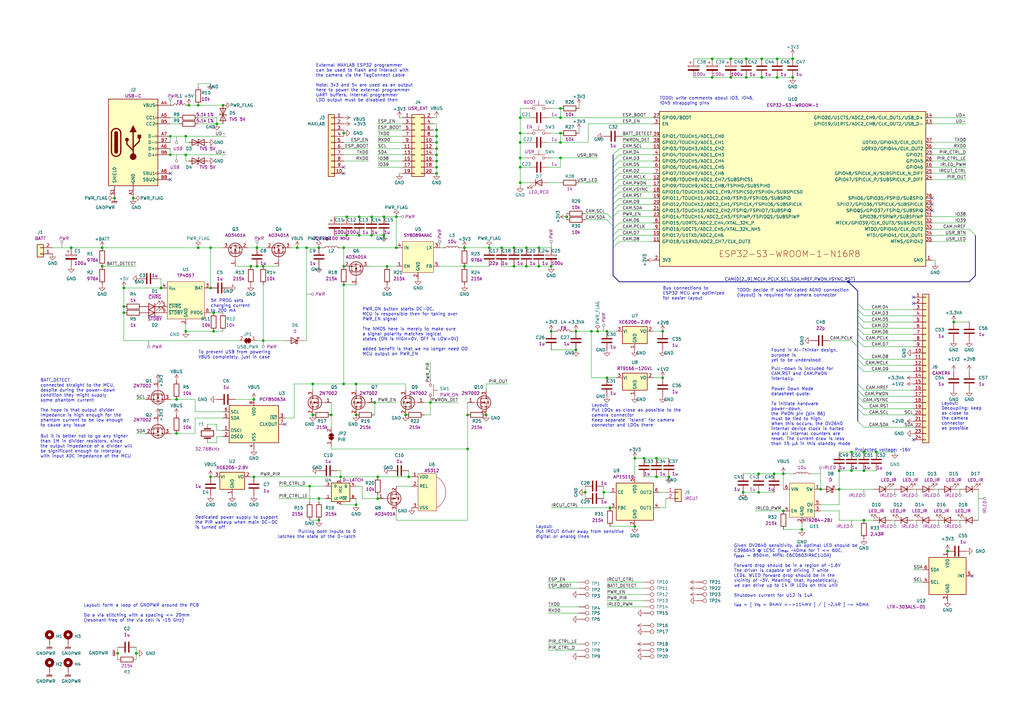
<source format=kicad_sch>
(kicad_sch (version 20230121) (generator eeschema)
  (paper "A3")
  (title_block (title "MaxLab AI Camera") (date "20230319") (rev "rev2") (company "MAXLABIO INC."))
  (junction (at 130.81 204.47))
  (junction (at 140.97 157.48))
  (junction (at 260.35 187.96))
  (junction (at 167.64 195.58))
  (junction (at 306.07 24.13))
  (junction (at 158.75 109.22))
  (junction (at 304.8 201.93))
  (junction (at 321.31 209.55))
  (junction (at 50.8 128.27))
  (junction (at 179.07 55.88))
  (junction (at 72.39 177.8))
  (junction (at 250.19 208.28))
  (junction (at 107.95 139.7))
  (junction (at 86.36 101.6))
  (junction (at 325.12 24.13))
  (junction (at 162.56 88.9))
  (junction (at 81.28 43.18))
  (junction (at 264.16 187.96))
  (junction (at 105.41 109.22))
  (junction (at 200.66 101.6))
  (junction (at 104.14 163.83))
  (junction (at 69.85 55.88))
  (junction (at 321.31 194.31))
  (junction (at 76.2 135.89))
  (junction (at 179.07 71.12))
  (junction (at 344.17 193.04))
  (junction (at 215.9 101.6))
  (junction (at 229.87 48.26))
  (junction (at 88.9 50.8))
  (junction (at 213.36 58.42))
  (junction (at 349.25 185.42))
  (junction (at 179.07 66.04))
  (junction (at 69.85 63.5))
  (junction (at 191.77 184.15))
  (junction (at 391.16 132.08))
  (junction (at 157.48 96.52))
  (junction (at 140.97 116.84))
  (junction (at 215.9 109.22))
  (junction (at 220.98 101.6))
  (junction (at 128.27 157.48))
  (junction (at 226.06 135.89))
  (junction (at 77.47 43.18))
  (junction (at 306.07 31.75))
  (junction (at 247.65 201.93))
  (junction (at 105.41 101.6))
  (junction (at 318.77 24.13))
  (junction (at 154.94 195.58))
  (junction (at 140.97 109.22))
  (junction (at 86.36 118.11))
  (junction (at 299.72 24.13))
  (junction (at 191.77 170.18))
  (junction (at 325.12 31.75))
  (junction (at 229.87 64.77))
  (junction (at 179.07 60.96))
  (junction (at 292.1 31.75))
  (junction (at 87.63 135.89))
  (junction (at 48.26 267.97))
  (junction (at 104.14 195.58))
  (junction (at 229.87 54.61))
  (junction (at 269.24 195.58))
  (junction (at 125.73 101.6))
  (junction (at 311.15 201.93))
  (junction (at 236.22 143.51))
  (junction (at 54.61 81.28))
  (junction (at 179.07 68.58))
  (junction (at 359.41 185.42))
  (junction (at 157.48 88.9))
  (junction (at 260.35 215.9))
  (junction (at 107.95 109.22))
  (junction (at 248.92 154.94))
  (junction (at 142.24 88.9))
  (junction (at 139.7 195.58))
  (junction (at 226.06 109.22))
  (junction (at 153.67 165.1))
  (junction (at 269.24 187.96))
  (junction (at 388.62 226.06))
  (junction (at 312.42 24.13))
  (junction (at 154.94 204.47))
  (junction (at 87.63 128.27))
  (junction (at 210.82 109.22))
  (junction (at 213.36 54.61))
  (junction (at 66.04 118.11))
  (junction (at 128.27 170.18))
  (junction (at 72.39 163.83))
  (junction (at 229.87 44.45))
  (junction (at 152.4 88.9))
  (junction (at 179.07 58.42))
  (junction (at 146.05 170.18))
  (junction (at 41.91 109.22))
  (junction (at 130.81 213.36))
  (junction (at 147.32 96.52))
  (junction (at 292.1 24.13))
  (junction (at 152.4 96.52))
  (junction (at 76.2 55.88))
  (junction (at 135.89 170.18))
  (junction (at 140.97 101.6))
  (junction (at 176.53 165.1))
  (junction (at 213.36 48.26))
  (junction (at 354.33 213.36))
  (junction (at 166.37 170.18))
  (junction (at 147.32 88.9))
  (junction (at 213.36 74.93))
  (junction (at 140.97 54.61))
  (junction (at 229.87 58.42))
  (junction (at 121.92 101.6))
  (junction (at 213.36 64.77))
  (junction (at 205.74 101.6))
  (junction (at 328.93 217.17))
  (junction (at 245.11 135.89))
  (junction (at 311.15 194.31))
  (junction (at 312.42 31.75))
  (junction (at 317.5 194.31))
  (junction (at 344.17 200.66))
  (junction (at 213.36 68.58))
  (junction (at 232.41 88.9))
  (junction (at 146.05 157.48))
  (junction (at 46.99 81.28))
  (junction (at 318.77 31.75))
  (junction (at 190.5 101.6))
  (junction (at 210.82 101.6))
  (junction (at 130.81 101.6))
  (junction (at 81.28 101.6))
  (junction (at 102.87 109.22))
  (junction (at 127 199.39))
  (junction (at 220.98 109.22))
  (junction (at 248.92 135.89))
  (junction (at 86.36 195.58))
  (junction (at 336.55 200.66))
  (junction (at 199.39 170.18))
  (junction (at 349.25 193.04))
  (junction (at 179.07 53.34))
  (junction (at 354.33 193.04))
  (junction (at 91.44 43.18))
  (junction (at 76.2 63.5))
  (junction (at 271.78 135.89))
  (junction (at 240.03 201.93))
  (junction (at 50.8 125.73))
  (junction (at 41.91 101.6))
  (junction (at 299.72 31.75))
  (junction (at 354.33 185.42))
  (junction (at 55.88 267.97))
  (junction (at 142.24 96.52))
  (junction (at 50.8 118.11))
  (junction (at 190.5 109.22))
  (junction (at 236.22 135.89))
  (junction (at 146.05 207.01))
  (junction (at 29.21 101.6))
  (junction (at 162.56 101.6))
  (junction (at 179.07 63.5))
  (junction (at 271.78 154.94))
  (junction (at 274.32 195.58))
  (junction (at 347.98 115.57))
  (junction (at 242.57 135.89))
  (no_connect (at 382.27 83.82))
  (no_connect (at 374.65 121.92))
  (no_connect (at 374.65 180.34))
  (no_connect (at 140.97 68.58))
  (no_connect (at 382.27 81.28))
  (no_connect (at 398.78 236.22))
  (no_connect (at 374.65 124.46))
  (no_connect (at 69.85 71.12))
  (no_connect (at 140.97 71.12))
  (no_connect (at 116.84 173.99))
  (no_connect (at 69.85 73.66))
  (no_connect (at 382.27 86.36))
  (bus_entry (at 351.79 172.72) (size 2.54 2.54))
  (bus_entry (at 251.46 68.58) (size 2.54 -2.54))
  (bus_entry (at 351.79 160.02) (size 2.54 2.54))
  (bus_entry (at 351.79 149.86) (size 2.54 2.54))
  (bus_entry (at 251.46 101.6) (size 2.54 -2.54))
  (bus_entry (at 351.79 129.54) (size 2.54 2.54))
  (bus_entry (at 251.46 86.36) (size 2.54 -2.54))
  (bus_entry (at 351.79 139.7) (size 2.54 2.54))
  (bus_entry (at 351.79 144.78) (size 2.54 2.54))
  (bus_entry (at 351.79 142.24) (size -2.54 -2.54))
  (bus_entry (at 251.46 71.12) (size 2.54 -2.54))
  (bus_entry (at 251.46 76.2) (size 2.54 -2.54))
  (bus_entry (at 251.46 63.5) (size 2.54 -2.54))
  (bus_entry (at 251.46 81.28) (size 2.54 -2.54))
  (bus_entry (at 251.46 96.52) (size 2.54 -2.54))
  (bus_entry (at 397.51 93.98) (size 2.54 2.54))
  (bus_entry (at 251.46 66.04) (size 2.54 -2.54))
  (bus_entry (at 251.46 88.9) (size 2.54 -2.54))
  (bus_entry (at 251.46 90.17) (size -2.54 -2.54))
  (bus_entry (at 351.79 157.48) (size 2.54 2.54))
  (bus_entry (at 351.79 167.64) (size 2.54 2.54))
  (bus_entry (at 351.79 124.46) (size 2.54 2.54))
  (bus_entry (at 351.79 137.16) (size 2.54 2.54))
  (bus_entry (at 351.79 165.1) (size 2.54 2.54))
  (bus_entry (at 351.79 127) (size 2.54 2.54))
  (bus_entry (at 251.46 78.74) (size 2.54 -2.54))
  (bus_entry (at 251.46 92.71) (size -2.54 -2.54))
  (bus_entry (at 251.46 93.98) (size 2.54 -2.54))
  (bus_entry (at 351.79 147.32) (size 2.54 2.54))
  (bus_entry (at 351.79 162.56) (size 2.54 2.54))
  (bus_entry (at 251.46 73.66) (size 2.54 -2.54))
  (bus_entry (at 351.79 134.62) (size 2.54 2.54))
  (bus_entry (at 251.46 99.06) (size 2.54 -2.54))
  (bus_entry (at 351.79 132.08) (size 2.54 2.54))
  (bus_entry (at 251.46 83.82) (size 2.54 -2.54))
  (wire (pts (xy 50.8 128.27) (xy 50.8 139.7)))
  (wire (pts (xy 374.65 134.62) (xy 354.33 134.62)))
  (wire (pts (xy 179.07 68.58) (xy 179.07 71.12)))
  (wire (pts (xy 255.27 88.9) (xy 267.97 88.9)))
  (wire (pts (xy 128.27 157.48) (xy 140.97 157.48)))
  (wire (pts (xy 241.3 50.8) (xy 241.3 58.42)))
  (bus (pts (xy 347.98 115.57) (xy 397.51 115.57)))
  (wire (pts (xy 247.65 201.93) (xy 247.65 199.39)))
  (bus (pts (xy 351.79 134.62) (xy 351.79 137.16)))
  (wire (pts (xy 382.27 88.9) (xy 396.24 88.9)))
  (wire (pts (xy 236.22 135.89) (xy 242.57 135.89)))
  (wire (pts (xy 80.01 168.91) (xy 91.44 168.91)))
  (wire (pts (xy 229.87 44.45) (xy 229.87 48.26)))
  (wire (pts (xy 254 99.06) (xy 267.97 99.06)))
  (wire (pts (xy 157.48 88.9) (xy 162.56 88.9)))
  (wire (pts (xy 120.65 157.48) (xy 120.65 171.45)))
  (wire (pts (xy 191.77 184.15) (xy 191.77 170.18)))
  (wire (pts (xy 215.9 109.22) (xy 220.98 109.22)))
  (wire (pts (xy 382.27 63.5) (xy 396.24 63.5)))
  (wire (pts (xy 273.05 204.47) (xy 273.05 208.28)))
  (bus (pts (xy 351.79 165.1) (xy 351.79 167.64)))
  (wire (pts (xy 378.46 233.68) (xy 374.65 233.68)))
  (wire (pts (xy 80.01 163.83) (xy 72.39 163.83)))
  (wire (pts (xy 374.65 165.1) (xy 354.33 165.1)))
  (wire (pts (xy 116.84 171.45) (xy 120.65 171.45)))
  (bus (pts (xy 351.79 132.08) (xy 351.79 134.62)))
  (wire (pts (xy 179.07 58.42) (xy 179.07 60.96)))
  (wire (pts (xy 306.07 31.75) (xy 312.42 31.75)))
  (wire (pts (xy 69.85 55.88) (xy 69.85 58.42)))
  (wire (pts (xy 21.59 101.6) (xy 29.21 101.6)))
  (wire (pts (xy 179.07 58.42) (xy 177.8 58.42)))
  (wire (pts (xy 179.07 66.04) (xy 179.07 68.58)))
  (wire (pts (xy 344.17 200.66) (xy 358.14 200.66)))
  (wire (pts (xy 142.24 96.52) (xy 147.32 96.52)))
  (wire (pts (xy 232.41 87.63) (xy 232.41 88.9)))
  (wire (pts (xy 224.79 241.3) (xy 237.49 241.3)))
  (wire (pts (xy 374.65 129.54) (xy 354.33 129.54)))
  (wire (pts (xy 190.5 109.22) (xy 200.66 109.22)))
  (wire (pts (xy 382.27 48.26) (xy 396.24 48.26)))
  (wire (pts (xy 237.49 74.93) (xy 245.11 74.93)))
  (wire (pts (xy 88.9 48.26) (xy 88.9 50.8)))
  (bus (pts (xy 251.46 63.5) (xy 251.46 66.04)))
  (wire (pts (xy 375.92 200.66) (xy 374.65 200.66)))
  (wire (pts (xy 226.06 143.51) (xy 236.22 143.51)))
  (wire (pts (xy 340.36 139.7) (xy 349.25 139.7)))
  (bus (pts (xy 351.79 124.46) (xy 351.79 119.38)))
  (wire (pts (xy 140.97 157.48) (xy 146.05 157.48)))
  (wire (pts (xy 139.7 195.58) (xy 154.94 195.58)))
  (wire (pts (xy 179.07 60.96) (xy 177.8 60.96)))
  (wire (pts (xy 321.31 200.66) (xy 321.31 194.31)))
  (wire (pts (xy 332.74 194.31) (xy 336.55 194.31)))
  (wire (pts (xy 167.64 195.58) (xy 168.91 195.58)))
  (wire (pts (xy 146.05 204.47) (xy 146.05 207.01)))
  (wire (pts (xy 105.41 101.6) (xy 109.22 101.6)))
  (wire (pts (xy 167.64 193.04) (xy 167.64 195.58)))
  (bus (pts (xy 251.46 90.17) (xy 251.46 92.71)))
  (wire (pts (xy 200.66 101.6) (xy 205.74 101.6)))
  (wire (pts (xy 176.53 165.1) (xy 176.53 170.18)))
  (wire (pts (xy 374.65 160.02) (xy 354.33 160.02)))
  (wire (pts (xy 133.35 199.39) (xy 127 199.39)))
  (wire (pts (xy 50.8 118.11) (xy 50.8 125.73)))
  (wire (pts (xy 245.11 135.89) (xy 248.92 135.89)))
  (wire (pts (xy 393.7 200.66) (xy 392.43 200.66)))
  (bus (pts (xy 351.79 124.46) (xy 351.79 127)))
  (wire (pts (xy 299.72 24.13) (xy 306.07 24.13)))
  (wire (pts (xy 140.97 54.61) (xy 140.97 55.88)))
  (bus (pts (xy 251.46 76.2) (xy 251.46 78.74)))
  (wire (pts (xy 292.1 31.75) (xy 299.72 31.75)))
  (wire (pts (xy 102.87 195.58) (xy 104.14 195.58)))
  (wire (pts (xy 349.25 193.04) (xy 354.33 193.04)))
  (wire (pts (xy 260.35 187.96) (xy 260.35 195.58)))
  (wire (pts (xy 220.98 109.22) (xy 226.06 109.22)))
  (wire (pts (xy 240.03 201.93) (xy 240.03 199.39)))
  (wire (pts (xy 237.49 53.34) (xy 237.49 54.61)))
  (wire (pts (xy 254 81.28) (xy 267.97 81.28)))
  (wire (pts (xy 359.41 185.42) (xy 367.03 185.42)))
  (wire (pts (xy 76.2 55.88) (xy 76.2 58.42)))
  (wire (pts (xy 344.17 185.42) (xy 349.25 185.42)))
  (wire (pts (xy 242.57 135.89) (xy 242.57 154.94)))
  (wire (pts (xy 374.65 127) (xy 354.33 127)))
  (wire (pts (xy 125.73 101.6) (xy 130.81 101.6)))
  (wire (pts (xy 152.4 88.9) (xy 157.48 88.9)))
  (wire (pts (xy 271.78 135.89) (xy 267.97 135.89)))
  (wire (pts (xy 181.61 101.6) (xy 180.34 101.6)))
  (wire (pts (xy 367.03 213.36) (xy 365.76 213.36)))
  (wire (pts (xy 229.87 64.77) (xy 229.87 68.58)))
  (wire (pts (xy 154.94 58.42) (xy 165.1 58.42)))
  (wire (pts (xy 264.16 187.96) (xy 269.24 187.96)))
  (wire (pts (xy 284.48 31.75) (xy 292.1 31.75)))
  (wire (pts (xy 179.07 48.26) (xy 177.8 48.26)))
  (wire (pts (xy 72.39 163.83) (xy 69.85 163.83)))
  (wire (pts (xy 127 199.39) (xy 127 205.74)))
  (wire (pts (xy 199.39 160.02) (xy 199.39 157.48)))
  (wire (pts (xy 77.47 43.18) (xy 81.28 43.18)))
  (wire (pts (xy 213.36 58.42) (xy 217.17 58.42)))
  (wire (pts (xy 374.65 137.16) (xy 354.33 137.16)))
  (wire (pts (xy 264.16 195.58) (xy 269.24 195.58)))
  (wire (pts (xy 312.42 31.75) (xy 318.77 31.75)))
  (wire (pts (xy 104.14 195.58) (xy 139.7 195.58)))
  (wire (pts (xy 135.89 165.1) (xy 135.89 170.18)))
  (wire (pts (xy 177.8 50.8) (xy 179.07 50.8)))
  (wire (pts (xy 213.36 44.45) (xy 215.9 44.45)))
  (wire (pts (xy 133.35 204.47) (xy 130.81 204.47)))
  (bus (pts (xy 351.79 137.16) (xy 351.79 139.7)))
  (bus (pts (xy 251.46 71.12) (xy 251.46 73.66)))
  (wire (pts (xy 76.2 66.04) (xy 77.47 66.04)))
  (wire (pts (xy 382.27 66.04) (xy 396.24 66.04)))
  (wire (pts (xy 226.06 44.45) (xy 229.87 44.45)))
  (wire (pts (xy 154.94 195.58) (xy 167.64 195.58)))
  (wire (pts (xy 29.21 101.6) (xy 41.91 101.6)))
  (wire (pts (xy 105.41 139.7) (xy 107.95 139.7)))
  (bus (pts (xy 251.46 66.04) (xy 251.46 68.58)))
  (wire (pts (xy 254 83.82) (xy 267.97 83.82)))
  (wire (pts (xy 328.93 217.17) (xy 328.93 214.63)))
  (wire (pts (xy 220.98 101.6) (xy 226.06 101.6)))
  (wire (pts (xy 391.16 132.08) (xy 397.51 132.08)))
  (wire (pts (xy 127 199.39) (xy 114.3 199.39)))
  (wire (pts (xy 213.36 64.77) (xy 213.36 68.58)))
  (wire (pts (xy 242.57 154.94) (xy 248.92 154.94)))
  (bus (pts (xy 351.79 142.24) (xy 351.79 144.78)))
  (bus (pts (xy 351.79 147.32) (xy 351.79 149.86)))
  (wire (pts (xy 81.28 50.8) (xy 88.9 50.8)))
  (wire (pts (xy 344.17 207.01) (xy 344.17 200.66)))
  (wire (pts (xy 154.94 50.8) (xy 165.1 50.8)))
  (wire (pts (xy 166.37 160.02) (xy 166.37 157.48)))
  (bus (pts (xy 251.46 68.58) (xy 251.46 71.12)))
  (wire (pts (xy 140.97 60.96) (xy 151.13 60.96)))
  (wire (pts (xy 81.28 48.26) (xy 88.9 48.26)))
  (wire (pts (xy 91.44 176.53) (xy 88.9 176.53)))
  (wire (pts (xy 213.36 74.93) (xy 217.17 74.93)))
  (wire (pts (xy 226.06 208.28) (xy 250.19 208.28)))
  (wire (pts (xy 254 86.36) (xy 267.97 86.36)))
  (wire (pts (xy 140.97 63.5) (xy 151.13 63.5)))
  (wire (pts (xy 72.39 177.8) (xy 80.01 177.8)))
  (wire (pts (xy 48.26 267.97) (xy 48.26 270.51)))
  (wire (pts (xy 154.94 68.58) (xy 165.1 68.58)))
  (wire (pts (xy 105.41 109.22) (xy 107.95 109.22)))
  (bus (pts (xy 351.79 139.7) (xy 351.79 142.24)))
  (wire (pts (xy 248.92 248.92) (xy 264.16 248.92)))
  (bus (pts (xy 351.79 149.86) (xy 351.79 157.48)))
  (wire (pts (xy 227.33 135.89) (xy 226.06 135.89)))
  (wire (pts (xy 382.27 71.12) (xy 396.24 71.12)))
  (wire (pts (xy 229.87 54.61) (xy 229.87 58.42)))
  (wire (pts (xy 374.65 162.56) (xy 354.33 162.56)))
  (wire (pts (xy 64.77 114.3) (xy 66.04 114.3)))
  (wire (pts (xy 147.32 96.52) (xy 152.4 96.52)))
  (wire (pts (xy 50.8 139.7) (xy 97.79 139.7)))
  (bus (pts (xy 251.46 78.74) (xy 251.46 81.28)))
  (wire (pts (xy 382.27 91.44) (xy 396.24 91.44)))
  (wire (pts (xy 248.92 154.94) (xy 252.73 154.94)))
  (wire (pts (xy 88.9 176.53) (xy 88.9 173.99)))
  (wire (pts (xy 88.9 181.61) (xy 88.9 179.07)))
  (wire (pts (xy 374.65 170.18) (xy 354.33 170.18)))
  (wire (pts (xy 226.06 64.77) (xy 229.87 64.77)))
  (wire (pts (xy 270.51 208.28) (xy 273.05 208.28)))
  (bus (pts (xy 251.46 99.06) (xy 251.46 101.6)))
  (wire (pts (xy 213.36 64.77) (xy 215.9 64.77)))
  (wire (pts (xy 146.05 199.39) (xy 148.59 199.39)))
  (wire (pts (xy 382.27 106.68) (xy 383.54 106.68)))
  (bus (pts (xy 351.79 129.54) (xy 351.79 132.08)))
  (wire (pts (xy 142.24 88.9) (xy 147.32 88.9)))
  (wire (pts (xy 88.9 50.8) (xy 91.44 50.8)))
  (wire (pts (xy 247.65 204.47) (xy 247.65 201.93)))
  (bus (pts (xy 351.79 160.02) (xy 351.79 162.56)))
  (wire (pts (xy 162.56 213.36) (xy 191.77 213.36)))
  (wire (pts (xy 140.97 66.04) (xy 151.13 66.04)))
  (wire (pts (xy 72.39 177.8) (xy 69.85 177.8)))
  (wire (pts (xy 102.87 109.22) (xy 105.41 109.22)))
  (wire (pts (xy 378.46 238.76) (xy 374.65 238.76)))
  (wire (pts (xy 250.19 215.9) (xy 260.35 215.9)))
  (wire (pts (xy 139.7 101.6) (xy 140.97 101.6)))
  (bus (pts (xy 251.46 88.9) (xy 251.46 90.17)))
  (wire (pts (xy 248.92 90.17) (xy 240.03 90.17)))
  (wire (pts (xy 135.89 170.18) (xy 135.89 175.26)))
  (wire (pts (xy 176.53 165.1) (xy 187.96 165.1)))
  (wire (pts (xy 140.97 101.6) (xy 162.56 101.6)))
  (wire (pts (xy 349.25 185.42) (xy 354.33 185.42)))
  (wire (pts (xy 140.97 101.6) (xy 140.97 109.22)))
  (bus (pts (xy 251.46 81.28) (xy 251.46 83.82)))
  (wire (pts (xy 177.8 68.58) (xy 179.07 68.58)))
  (wire (pts (xy 374.65 147.32) (xy 354.33 147.32)))
  (wire (pts (xy 87.63 135.89) (xy 91.44 135.89)))
  (wire (pts (xy 154.94 53.34) (xy 165.1 53.34)))
  (wire (pts (xy 309.88 209.55) (xy 321.31 209.55)))
  (wire (pts (xy 374.65 132.08) (xy 354.33 132.08)))
  (wire (pts (xy 284.48 24.13) (xy 292.1 24.13)))
  (wire (pts (xy 213.36 54.61) (xy 215.9 54.61)))
  (wire (pts (xy 107.95 116.84) (xy 107.95 139.7)))
  (wire (pts (xy 179.07 63.5) (xy 177.8 63.5)))
  (wire (pts (xy 254 66.04) (xy 267.97 66.04)))
  (wire (pts (xy 163.83 71.12) (xy 165.1 71.12)))
  (wire (pts (xy 224.79 74.93) (xy 229.87 74.93)))
  (wire (pts (xy 179.07 63.5) (xy 179.07 66.04)))
  (wire (pts (xy 213.36 74.93) (xy 213.36 76.2)))
  (wire (pts (xy 248.92 241.3) (xy 264.16 241.3)))
  (wire (pts (xy 383.54 106.68) (xy 383.54 107.95)))
  (wire (pts (xy 254 91.44) (xy 267.97 91.44)))
  (bus (pts (xy 251.46 73.66) (xy 251.46 76.2)))
  (wire (pts (xy 213.36 48.26) (xy 217.17 48.26)))
  (wire (pts (xy 80.01 171.45) (xy 91.44 171.45)))
  (wire (pts (xy 76.2 63.5) (xy 76.2 66.04)))
  (wire (pts (xy 41.91 109.22) (xy 55.88 109.22)))
  (wire (pts (xy 76.2 135.89) (xy 76.2 133.35)))
  (wire (pts (xy 199.39 157.48) (xy 208.28 157.48)))
  (wire (pts (xy 250.19 201.93) (xy 247.65 201.93)))
  (wire (pts (xy 162.56 88.9) (xy 162.56 101.6)))
  (wire (pts (xy 213.36 48.26) (xy 213.36 54.61)))
  (wire (pts (xy 254 73.66) (xy 267.97 73.66)))
  (wire (pts (xy 367.03 200.66) (xy 365.76 200.66)))
  (wire (pts (xy 382.27 60.96) (xy 396.24 60.96)))
  (wire (pts (xy 224.79 58.42) (xy 229.87 58.42)))
  (wire (pts (xy 311.15 201.93) (xy 317.5 201.93)))
  (wire (pts (xy 66.04 114.3) (xy 66.04 118.11)))
  (wire (pts (xy 205.74 101.6) (xy 210.82 101.6)))
  (wire (pts (xy 213.36 58.42) (xy 213.36 54.61)))
  (wire (pts (xy 86.36 101.6) (xy 86.36 118.11)))
  (wire (pts (xy 162.56 209.55) (xy 162.56 213.36)))
  (wire (pts (xy 88.9 179.07) (xy 91.44 179.07)))
  (wire (pts (xy 158.75 109.22) (xy 162.56 109.22)))
  (wire (pts (xy 96.52 163.83) (xy 104.14 163.83)))
  (wire (pts (xy 267.97 50.8) (xy 241.3 50.8)))
  (wire (pts (xy 248.92 243.84) (xy 264.16 243.84)))
  (wire (pts (xy 146.05 207.01) (xy 139.7 207.01)))
  (wire (pts (xy 130.81 204.47) (xy 130.81 205.74)))
  (wire (pts (xy 179.07 50.8) (xy 179.07 53.34)))
  (wire (pts (xy 130.81 101.6) (xy 132.08 101.6)))
  (bus (pts (xy 351.79 127) (xy 351.79 129.54)))
  (wire (pts (xy 140.97 53.34) (xy 140.97 54.61)))
  (wire (pts (xy 179.07 71.12) (xy 177.8 71.12)))
  (wire (pts (xy 248.92 246.38) (xy 264.16 246.38)))
  (wire (pts (xy 393.7 213.36) (xy 392.43 213.36)))
  (wire (pts (xy 234.95 135.89) (xy 236.22 135.89)))
  (bus (pts (xy 351.79 119.38) (xy 347.98 115.57)))
  (wire (pts (xy 179.07 60.96) (xy 179.07 63.5)))
  (wire (pts (xy 336.55 194.31) (xy 336.55 200.66)))
  (wire (pts (xy 179.07 53.34) (xy 177.8 53.34)))
  (wire (pts (xy 318.77 31.75) (xy 325.12 31.75)))
  (wire (pts (xy 135.89 184.15) (xy 191.77 184.15)))
  (wire (pts (xy 240.03 204.47) (xy 240.03 201.93)))
  (wire (pts (xy 179.07 55.88) (xy 177.8 55.88)))
  (wire (pts (xy 374.65 175.26) (xy 354.33 175.26)))
  (bus (pts (xy 251.46 86.36) (xy 251.46 88.9)))
  (wire (pts (xy 107.95 109.22) (xy 114.3 109.22)))
  (bus (pts (xy 254 115.57) (xy 251.46 113.03)))
  (wire (pts (xy 191.77 213.36) (xy 191.77 184.15)))
  (wire (pts (xy 248.92 87.63) (xy 240.03 87.63)))
  (wire (pts (xy 154.94 60.96) (xy 165.1 60.96)))
  (wire (pts (xy 382.27 50.8) (xy 396.24 50.8)))
  (wire (pts (xy 213.36 68.58) (xy 217.17 68.58)))
  (wire (pts (xy 384.81 200.66) (xy 383.54 200.66)))
  (wire (pts (xy 87.63 128.27) (xy 91.44 128.27)))
  (wire (pts (xy 154.94 66.04) (xy 165.1 66.04)))
  (wire (pts (xy 80.01 168.91) (xy 80.01 163.83)))
  (wire (pts (xy 120.65 157.48) (xy 128.27 157.48)))
  (wire (pts (xy 76.2 135.89) (xy 87.63 135.89)))
  (wire (pts (xy 374.65 152.4) (xy 354.33 152.4)))
  (wire (pts (xy 86.36 128.27) (xy 87.63 128.27)))
  (wire (pts (xy 148.59 199.39) (xy 148.59 204.47)))
  (wire (pts (xy 189.23 101.6) (xy 190.5 101.6)))
  (wire (pts (xy 48.26 265.43) (xy 48.26 267.97)))
  (wire (pts (xy 163.83 48.26) (xy 165.1 48.26)))
  (wire (pts (xy 248.92 135.89) (xy 252.73 135.89)))
  (wire (pts (xy 140.97 116.84) (xy 146.05 116.84)))
  (bus (pts (xy 251.46 92.71) (xy 251.46 93.98)))
  (wire (pts (xy 210.82 109.22) (xy 215.9 109.22)))
  (wire (pts (xy 304.8 194.31) (xy 311.15 194.31)))
  (bus (pts (xy 251.46 83.82) (xy 251.46 86.36)))
  (wire (pts (xy 153.67 165.1) (xy 162.56 165.1)))
  (wire (pts (xy 224.79 266.7) (xy 237.49 266.7)))
  (wire (pts (xy 321.31 194.31) (xy 325.12 194.31)))
  (wire (pts (xy 224.79 48.26) (xy 229.87 48.26)))
  (wire (pts (xy 382.27 58.42) (xy 396.24 58.42)))
  (wire (pts (xy 154.94 204.47) (xy 154.94 203.2)))
  (wire (pts (xy 232.41 88.9) (xy 232.41 90.17)))
  (wire (pts (xy 269.24 187.96) (xy 274.32 187.96)))
  (wire (pts (xy 69.85 48.26) (xy 73.66 48.26)))
  (bus (pts (xy 400.05 96.52) (xy 400.05 113.03)))
  (wire (pts (xy 191.77 165.1) (xy 191.77 170.18)))
  (wire (pts (xy 69.85 60.96) (xy 69.85 63.5)))
  (wire (pts (xy 139.7 195.58) (xy 139.7 196.85)))
  (wire (pts (xy 146.05 157.48) (xy 166.37 157.48)))
  (wire (pts (xy 213.36 58.42) (xy 213.36 64.77)))
  (wire (pts (xy 96.52 109.22) (xy 102.87 109.22)))
  (wire (pts (xy 86.36 101.6) (xy 91.44 101.6)))
  (wire (pts (xy 130.81 204.47) (xy 114.3 204.47)))
  (wire (pts (xy 81.28 43.18) (xy 91.44 43.18)))
  (wire (pts (xy 224.79 248.92) (xy 237.49 248.92)))
  (wire (pts (xy 107.95 139.7) (xy 116.84 139.7)))
  (wire (pts (xy 270.51 201.93) (xy 273.05 201.93)))
  (wire (pts (xy 179.07 55.88) (xy 179.07 58.42)))
  (wire (pts (xy 179.07 53.34) (xy 179.07 55.88)))
  (wire (pts (xy 148.59 204.47) (xy 154.94 204.47)))
  (wire (pts (xy 224.79 264.16) (xy 237.49 264.16)))
  (wire (pts (xy 152.4 96.52) (xy 157.48 96.52)))
  (wire (pts (xy 50.8 125.73) (xy 50.8 128.27)))
  (wire (pts (xy 306.07 24.13) (xy 312.42 24.13)))
  (wire (pts (xy 101.6 101.6) (xy 105.41 101.6)))
  (wire (pts (xy 66.04 118.11) (xy 50.8 118.11)))
  (bus (pts (xy 254 115.57) (xy 347.98 115.57)))
  (wire (pts (xy 139.7 193.04) (xy 139.7 195.58)))
  (wire (pts (xy 382.27 73.66) (xy 396.24 73.66)))
  (bus (pts (xy 351.79 162.56) (xy 351.79 165.1)))
  (wire (pts (xy 248.92 238.76) (xy 264.16 238.76)))
  (wire (pts (xy 59.69 177.8) (xy 55.88 177.8)))
  (wire (pts (xy 299.72 31.75) (xy 306.07 31.75)))
  (wire (pts (xy 255.27 58.42) (xy 267.97 58.42)))
  (wire (pts (xy 69.85 50.8) (xy 73.66 50.8)))
  (wire (pts (xy 190.5 101.6) (xy 200.66 101.6)))
  (wire (pts (xy 382.27 96.52) (xy 396.24 96.52)))
  (wire (pts (xy 254 93.98) (xy 267.97 93.98)))
  (wire (pts (xy 344.17 213.36) (xy 354.33 213.36)))
  (wire (pts (xy 354.33 213.36) (xy 358.14 213.36)))
  (wire (pts (xy 81.28 34.29) (xy 86.36 34.29)))
  (wire (pts (xy 318.77 24.13) (xy 325.12 24.13)))
  (wire (pts (xy 375.92 213.36) (xy 374.65 213.36)))
  (wire (pts (xy 130.81 213.36) (xy 127 213.36)))
  (wire (pts (xy 69.85 63.5) (xy 76.2 63.5)))
  (wire (pts (xy 162.56 199.39) (xy 168.91 199.39)))
  (wire (pts (xy 317.5 194.31) (xy 321.31 194.31)))
  (wire (pts (xy 224.79 251.46) (xy 237.49 251.46)))
  (wire (pts (xy 86.36 101.6) (xy 81.28 101.6)))
  (wire (pts (xy 213.36 48.26) (xy 213.36 44.45)))
  (wire (pts (xy 86.36 195.58) (xy 87.63 195.58)))
  (wire (pts (xy 80.01 177.8) (xy 80.01 171.45)))
  (wire (pts (xy 213.36 68.58) (xy 213.36 74.93)))
  (wire (pts (xy 374.65 142.24) (xy 354.33 142.24)))
  (wire (pts (xy 254 76.2) (xy 267.97 76.2)))
  (wire (pts (xy 140.97 116.84) (xy 140.97 157.48)))
  (wire (pts (xy 41.91 101.6) (xy 81.28 101.6)))
  (bus (pts (xy 251.46 93.98) (xy 251.46 96.52)))
  (wire (pts (xy 119.38 101.6) (xy 121.92 101.6)))
  (wire (pts (xy 81.28 34.29) (xy 81.28 35.56)))
  (wire (pts (xy 396.24 68.58) (xy 382.27 68.58)))
  (wire (pts (xy 354.33 193.04) (xy 359.41 193.04)))
  (wire (pts (xy 137.16 96.52) (xy 142.24 96.52)))
  (wire (pts (xy 76.2 58.42) (xy 77.47 58.42)))
  (wire (pts (xy 154.94 55.88) (xy 165.1 55.88)))
  (wire (pts (xy 229.87 64.77) (xy 245.11 64.77)))
  (wire (pts (xy 254 96.52) (xy 267.97 96.52)))
  (wire (pts (xy 121.92 101.6) (xy 125.73 101.6)))
  (wire (pts (xy 344.17 209.55) (xy 336.55 209.55)))
  (wire (pts (xy 311.15 194.31) (xy 317.5 194.31)))
  (wire (pts (xy 254 60.96) (xy 267.97 60.96)))
  (wire (pts (xy 325.12 22.86) (xy 325.12 24.13)))
  (wire (pts (xy 76.2 63.5) (xy 92.71 63.5)))
  (wire (pts (xy 401.32 213.36) (xy 401.32 200.66)))
  (wire (pts (xy 138.43 193.04) (xy 139.7 193.04)))
  (wire (pts (xy 151.13 109.22) (xy 158.75 109.22)))
  (wire (pts (xy 344.17 193.04) (xy 349.25 193.04)))
  (wire (pts (xy 237.49 43.18) (xy 237.49 44.45)))
  (bus (pts (xy 351.79 157.48) (xy 351.79 160.02)))
  (wire (pts (xy 124.46 139.7) (xy 125.73 139.7)))
  (wire (pts (xy 224.79 68.58) (xy 229.87 68.58)))
  (wire (pts (xy 269.24 195.58) (xy 274.32 195.58)))
  (wire (pts (xy 384.81 213.36) (xy 383.54 213.36)))
  (wire (pts (xy 374.65 167.64) (xy 354.33 167.64)))
  (wire (pts (xy 304.8 201.93) (xy 311.15 201.93)))
  (wire (pts (xy 176.53 165.1) (xy 173.99 165.1)))
  (wire (pts (xy 321.31 217.17) (xy 328.93 217.17)))
  (wire (pts (xy 215.9 101.6) (xy 220.98 101.6)))
  (wire (pts (xy 55.88 265.43) (xy 55.88 267.97)))
  (wire (pts (xy 176.53 148.59) (xy 176.53 154.94)))
  (wire (pts (xy 267.97 154.94) (xy 271.78 154.94)))
  (wire (pts (xy 59.69 163.83) (xy 55.88 163.83)))
  (wire (pts (xy 205.74 109.22) (xy 210.82 109.22)))
  (wire (pts (xy 254 68.58) (xy 267.97 68.58)))
  (wire (pts (xy 382.27 93.98) (xy 397.51 93.98)))
  (wire (pts (xy 292.1 24.13) (xy 299.72 24.13)))
  (wire (pts (xy 69.85 55.88) (xy 76.2 55.88)))
  (wire (pts (xy 85.09 181.61) (xy 88.9 181.61)))
  (wire (pts (xy 344.17 209.55) (xy 344.17 213.36)))
  (wire (pts (xy 128.27 157.48) (xy 128.27 160.02)))
  (wire (pts (xy 354.33 185.42) (xy 359.41 185.42)))
  (bus (pts (xy 251.46 101.6) (xy 251.46 113.03)))
  (wire (pts (xy 55.88 267.97) (xy 55.88 270.51)))
  (wire (pts (xy 210.82 101.6) (xy 215.9 101.6)))
  (wire (pts (xy 267.97 78.74) (xy 254 78.74)))
  (wire (pts (xy 336.55 207.01) (xy 344.17 207.01)))
  (wire (pts (xy 312.42 24.13) (xy 318.77 24.13)))
  (wire (pts (xy 180.34 109.22) (xy 190.5 109.22)))
  (bus (pts (xy 251.46 96.52) (xy 251.46 99.06)))
  (wire (pts (xy 255.27 55.88) (xy 267.97 55.88)))
  (wire (pts (xy 137.16 88.9) (xy 142.24 88.9)))
  (bus (pts (xy 400.05 113.03) (xy 397.51 115.57)))
  (wire (pts (xy 76.2 55.88) (xy 92.71 55.88)))
  (wire (pts (xy 245.11 135.89) (xy 242.57 135.89)))
  (wire (pts (xy 140.97 58.42) (xy 151.13 58.42)))
  (bus (pts (xy 351.79 167.64) (xy 351.79 172.72)))
  (wire (pts (xy 154.94 63.5) (xy 165.1 63.5)))
  (wire (pts (xy 382.27 99.06) (xy 396.24 99.06)))
  (wire (pts (xy 344.17 193.04) (xy 344.17 200.66)))
  (wire (pts (xy 88.9 173.99) (xy 85.09 173.99)))
  (wire (pts (xy 254 63.5) (xy 267.97 63.5)))
  (wire (pts (xy 146.05 157.48) (xy 146.05 160.02)))
  (wire (pts (xy 179.07 66.04) (xy 177.8 66.04)))
  (wire (pts (xy 125.73 101.6) (xy 125.73 139.7)))
  (wire (pts (xy 254 71.12) (xy 267.97 71.12)))
  (wire (pts (xy 224.79 238.76) (xy 237.49 238.76)))
  (wire (pts (xy 176.53 170.18) (xy 173.99 170.18)))
  (wire (pts (xy 229.87 48.26) (xy 267.97 48.26)))
  (wire (pts (xy 135.89 182.88) (xy 135.89 184.15)))
  (wire (pts (xy 260.35 187.96) (xy 264.16 187.96)))
  (wire (pts (xy 226.06 54.61) (xy 229.87 54.61)))
  (wire (pts (xy 374.65 149.86) (xy 354.33 149.86)))
  (wire (pts (xy 374.65 139.7) (xy 354.33 139.7)))
  (wire (pts (xy 229.87 58.42) (xy 241.3 58.42)))
  (wire (pts (xy 153.67 170.18) (xy 153.67 165.1)))
  (bus (pts (xy 351.79 144.78) (xy 351.79 147.32)))
  (wire (pts (xy 147.32 88.9) (xy 152.4 88.9)))
  (text "Found in AI-Thinker design, \npurpose is \nyet to be understood" (at 316.23 148.59 0) (effects (font (size 1.27 1.27)) (justify left bottom)))
  (text "External MAXLAB ESP32 programmer\ncan be used to flash and interact with \nthe camera via the TagConnect cable" (at 129.54 31.75 0) (effects (font (size 1.27 1.27)) (justify left bottom)))
  (text "I_{led} = [ V_{fb} = 94mV <->114mV ] / [ ~2.4R ] ~= 40mA" (at 300.99 248.92 0) (effects (font (size 1.27 1.27)) (justify left bottom)))
  (text "But it is better not to go any higher \nthan 1M in divider resistors, since \nthe output impedance of a divider will \nbe significant enough to interplay\nwith input ADC impedance of the MCU\n" (at 16.51 187.96 0) (effects (font (size 1.27 1.27)) (justify left bottom)))
  (text "Pulling both inputs to 0\nlatches the state of the D-latch" (at 146.05 220.98 0) (effects (font (size 1.27 1.27)) (justify right bottom)))
  (text "Note: 3v3 and 5v are used as an output \nhere to power the external programmer\nUART buffers. Internal programmer\nLDO output must be disabled then\n" (at 129.54 41.91 0) (effects (font (size 1.27 1.27)) (justify left bottom)))
  (text "Layout: \nPut IRCUT driver away from sensitive \ndigital or analog lines" (at 219.71 220.98 0) (effects (font (size 1.27 1.27)) (justify left bottom)))
  (text "Layout: form a loop of GNDPWR around the PCB\n\nDo a via stitching with a spacing <= 20mm \n(resonant freq of the via cell is ~15 GHz)" (at 34.29 255.27 0) (effects (font (size 1.27 1.27)) (justify left bottom)))
  (text "Pull-down is included for \nCAM.RST and CAM.PWDN \ninternally. " (at 316.23 156.21 0) (effects (font (size 1.27 1.27)) (justify left bottom)))
  (text "TODO: write comments about IO3, IO46,\nIO45 strappping pins" (at 270.51 43.18 0) (effects (font (size 1.27 1.27)) (justify left bottom)))
  (text "Bus connections to\nESP32 MCU are optimized \nfor easier layout" (at 271.78 123.19 0) (effects (font (size 1.27 1.27)) (justify left bottom)))
  (text "To prevent USB from powering \nVBUS completely, just in case\n" (at 81.28 147.32 0) (effects (font (size 1.27 1.27)) (justify left bottom)))
  (text "PWR_ON button starts DC-DC. \nMCU is responsible then for taking over \nPWR_EN signal\n\nThe NMOS here is merely to make sure \na signal polarity matches logical\nstates (ON is HIGH>0V, OFF is LOW=0V)\n\nadded benefit is that we no longer need OD \nMCU output on PWR_EN\n" (at 148.59 146.05 0) (effects (font (size 1.27 1.27)) (justify left bottom)))
  (text "Power Down Mode \ndatasheet quote:\n\nTo initiate hardware \npower-down, \nthe PWDN pin (pin B6)\nmust be tied to high. \nWhen this occurs, the OV2640\ninternal device clock is halted \nand all internal counters are\nreset. The current draw is less \nthan 15 µA in this standby mode" (at 316.23 182.88 0) (effects (font (size 1.27 1.27)) (justify left bottom)))
  (text "Layout:\nPut LDOs as close as possible to the\ncamera connector\nKeep separate \"island\" for camera \nconnector and LDOs there" (at 242.57 175.26 0) (effects (font (size 1.27 1.27)) (justify left bottom)))
  (text "TODO: decide if sophisticated AGND connection \n(layout) is required for camera connector" (at 302.26 121.92 0) (effects (font (size 1.27 1.27)) (justify left bottom)))
  (text "5K PROG sets \ncharging current\nto 200 mA" (at 86.36 128.27 0) (effects (font (size 1.27 1.27)) (justify left bottom)))
  (text "Given OV2640 sensitivity, an optimal LED should be\nC396643 @ LCSC (I_{max} ~40ma for T <= 60C,\nf_{peak} = 850nm, MPN: E6C0603IRAC1UDA)\n\nForward drop should be in a region of ~1.6V\nThe driver is capable of driving 7 white\nLEDs. WLED forward drop should be in the \nvicinity of ~3V. Meaning, that, hypotetically,\nwe can drive up to 14 IR LEDs on this unit\n\nShutdown current for U12 is 1uA" (at 300.99 245.11 0) (effects (font (size 1.27 1.27)) (justify left bottom)))
  (text "BATT_DETECT \nconnected straight to the MCU, \ndespite during the power-down\ncondition they might supply \nsome phantom current\n\nThe hope is that output divider \nimpedance is high enough for the \nphantom current to be low enough \nto cause any issue" (at 16.51 175.26 0) (effects (font (size 1.27 1.27)) (justify left bottom)))
  (text "Dedicated power supply to support \nthe PIR wakeup when main DC-DC\nis turned off" (at 80.01 217.17 0) (effects (font (size 1.27 1.27)) (justify left bottom)))
  (text "Projected voltage: ~16V" (at 350.52 185.42 0) (effects (font (size 1.27 1.27)) (justify left bottom)))
  (text "Layout:\nDecoupling: keep \nas close to \nthe camera \nconnector \nas possible" (at 386.08 176.53 0) (effects (font (size 1.27 1.27)) (justify left bottom)))
  (label "SCL" (at 370.84 170.18 0))
  (label "CAM{D[2..9],MCLK,PCLK,SCL,SDA,HREF,PWDN,VSYNC,RST}" (at 297.18 115.57 0))
  (label "PWRON_DET" (at 255.27 58.42 0))
  (label "CAM.D5" (at 364.49 132.08 180))
  (label "CAM.PWDN" (at 364.49 162.56 180))
  (label "PIR_OUT" (at 208.28 157.48 180))
  (label "RXD0" (at 154.94 58.42 0))
  (label "CAM.SCL" (at 240.03 87.63 0))
  (label "PIR_CTRL_D" (at 396.24 63.5 180))
  (label "CAM.HREF" (at 396.24 93.98 180))
  (label "CAM.SDA" (at 255.27 86.36 0))
  (label "CAM.RST" (at 364.49 167.64 180))
  (label "CAM.MCLK" (at 364.49 149.86 180))
  (label "CAM.VSYNC" (at 364.49 165.1 180))
  (label "RXD0" (at 151.13 66.04 180))
  (label "SDA" (at 55.88 177.8 0))
  (label "BATT_DETECT" (at 255.27 55.88 0))
  (label "CAM.VSYNC" (at 255.27 78.74 0))
  (label "ESP_EN" (at 224.79 238.76 0))
  (label "IRLED_PWM" (at 248.92 248.92 0))
  (label "CAM.D9" (at 364.49 152.4 180))
  (label "PWR_EN" (at 162.56 165.1 180))
  (label "IRLED_PWM" (at 396.24 68.58 180))
  (label "CAM.HREF" (at 364.49 160.02 180))
  (label "IO38" (at 396.24 88.9 180))
  (label "TXD0" (at 154.94 55.88 0))
  (label "CAM.D2" (at 364.49 134.62 180))
  (label "SDA" (at 374.65 233.68 0))
  (label "CAM.D8" (at 364.49 147.32 180))
  (label "IO39" (at 396.24 91.44 180))
  (label "CAM.MCLK" (at 255.27 73.66 0))
  (label "PWR_PIR" (at 106.68 195.58 0))
  (label "CAM.D6" (at 364.49 137.16 180))
  (label "CAM.PCLK" (at 364.49 139.7 180))
  (label "SCL" (at 55.88 163.83 0))
  (label "TXD0" (at 396.24 58.42 180))
  (label "ESP_BOOT" (at 255.27 48.26 0))
  (label "ESP_EN" (at 154.94 50.8 0))
  (label "PIR_OUT" (at 396.24 73.66 180))
  (label "UD-" (at 92.71 55.88 180))
  (label "RXD0" (at 224.79 251.46 0))
  (label "ESP_BOOT" (at 154.94 53.34 0))
  (label "CAM.PCLK" (at 340.36 139.7 0))
  (label "IRCUT_CTRL" (at 396.24 71.12 180))
  (label "IRLED_PWM" (at 309.88 209.55 0))
  (label "CAM.D4" (at 364.49 127 180))
  (label "RXD0" (at 396.24 60.96 180))
  (label "CAM.D3" (at 364.49 129.54 180))
  (label "CAM.D2" (at 255.27 71.12 0))
  (label "CAM.D8" (at 255.27 99.06 0))
  (label "SDA" (at 370.84 175.26 0))
  (label "IRCUT_CTRL" (at 248.92 238.76 0))
  (label "CAM.D5" (at 255.27 68.58 0))
  (label "ESP_BOOT" (at 151.13 60.96 180))
  (label "CAM.D7" (at 255.27 96.52 0))
  (label "SCL" (at 154.94 60.96 0))
  (label "PIR_CTRL_LE" (at 224.79 264.16 0))
  (label "USR_BTN" (at 245.11 64.77 180))
  (label "USR_LED" (at 245.11 74.93 180))
  (label "ESP_BOOT" (at 224.79 241.3 0))
  (label "ESP_EN" (at 151.13 58.42 180))
  (label "SCL" (at 374.65 238.76 0))
  (label "PIR_CTRL_D" (at 224.79 266.7 0))
  (label "PWR_PIR" (at 248.92 246.38 0))
  (label "CAM.D3" (at 255.27 66.04 0))
  (label "CAM.SDA" (at 364.49 175.26 180))
  (label "PIR_CTRL_D" (at 114.3 199.39 0))
  (label "UD+" (at 92.71 63.5 180))
  (label "CAM.PCLK" (at 255.27 93.98 0))
  (label "CAM.D9" (at 255.27 83.82 0))
  (label "ESP_EN" (at 255.27 50.8 0))
  (label "PIR_CTRL_LE" (at 114.3 204.47 0))
  (label "PWR_EN" (at 248.92 243.84 0))
  (label "CAM.PWDN" (at 255.27 76.2 0))
  (label "CAM.SCL" (at 364.49 170.18 180))
  (label "CAM.D6" (at 255.27 91.44 0))
  (label "CAM.SCL" (at 255.27 60.96 0))
  (label "USR_LED" (at 396.24 99.06 180))
  (label "UD+" (at 396.24 48.26 180))
  (label "IO38" (at 154.94 66.04 0))
  (label "PWR_PIR" (at 176.53 148.59 270))
  (label "PWRON_DET" (at 187.96 165.1 180))
  (label "USR_BTN" (at 396.24 96.52 180))
  (label "PIR_CTRL_LE" (at 396.24 66.04 180))
  (label "CAM.RST" (at 255.27 81.28 0))
  (label "IO39" (at 154.94 68.58 0))
  (label "CAM.D7" (at 364.49 142.24 180))
  (label "IRCUT_CTRL" (at 226.06 208.28 0))
  (label "TXD0" (at 224.79 248.92 0))
  (label "CAM.D4" (at 255.27 63.5 0))
  (label "PWR_EN" (at 255.27 88.9 0))
  (label "BATT_DETECT" (at 55.88 109.22 180))
  (label "CAM.SDA" (at 240.03 90.17 0))
  (label "TXD0" (at 151.13 63.5 180))
  (label "UD-" (at 396.24 50.8 180))
  (label "BATT_DETECT" (at 248.92 241.3 0))
  (label "SDA" (at 154.94 63.5 0))
  (netclass_flag "" (length 2.54) (shape round) (at 393.7 213.36 180) (property "Netclass" "IRLED" (at 387.35 215.9 0) (effects (font italic) (justify left))))
  (netclass_flag "" (length 2.54) (shape round) (at 107.95 139.7 180) (property "Netclass" "PWR" (at 109.22 142.24 0) (effects (font italic) (justify left))))
  (netclass_flag "" (length 2.54) (shape round) (at 384.81 200.66 180) (property "Netclass" "IRLED" (at 378.46 203.2 0) (effects (font italic) (justify left))))
  (netclass_flag "" (length 2.54) (shape round) (at 226.06 101.6 0) (property "Netclass" "PWR" (at 226.06 93.98 90) (effects (font italic) (justify right))))
  (netclass_flag "" (length 2.54) (shape round) (at 401.32 204.47 270) (property "Netclass" "IRLED" (at 403.86 210.82 90) (effects (font italic) (justify left))))
  (netclass_flag "" (length 2.54) (shape round) (at 247.65 135.89 0) (property "Netclass" "PWR" (at 247.65 128.27 90) (effects (font italic) (justify right))))
  (netclass_flag "" (length 2.54) (shape round) (at 384.81 213.36 180) (property "Netclass" "IRLED" (at 378.46 215.9 0) (effects (font italic) (justify left))))
  (netclass_flag "" (length 2.54) (shape round) (at 69.85 43.18 0) (property "Netclass" "PWR" (at 68.58 39.37 0) (effects (font italic) (justify left))))
  (netclass_flag "" (length 2.54) (shape round) (at 367.03 213.36 180) (property "Netclass" "IRLED" (at 360.68 215.9 0) (effects (font italic) (justify left))))
  (netclass_flag "" (length 2.54) (shape round) (at 25.4 101.6 0) (property "Netclass" "PWR" (at 24.13 97.79 0) (effects (font italic) (justify left))))
  (netclass_flag "" (length 2.54) (shape round) (at 349.25 213.36 180) (property "Netclass" "IRLED" (at 342.9 215.9 0) (effects (font italic) (justify left))))
  (netclass_flag "" (length 2.54) (shape round) (at 393.7 200.66 180) (property "Netclass" "IRLED" (at 387.35 203.2 0) (effects (font italic) (justify left))))
  (netclass_flag "" (length 2.54) (shape round) (at 72.39 63.5 180) (property "Netclass" "USB" (at 73.66 68.58 0) (effects (font italic) (justify right))))
  (netclass_flag "" (length 2.54) (shape round) (at 367.03 200.66 180) (property "Netclass" "IRLED" (at 360.68 203.2 0) (effects (font italic) (justify left))))
  (netclass_flag "" (length 2.54) (shape round) (at 336.55 194.31 0) (property "Netclass" "IRLED" (at 342.9 191.77 0) (effects (font italic) (justify right))))
  (netclass_flag "" (length 2.54) (shape round) (at 375.92 213.36 180) (property "Netclass" "IRLED" (at 369.57 215.9 0) (effects (font italic) (justify left))))
  (netclass_flag "" (length 2.54) (shape round) (at 72.39 55.88 180) (property "Netclass" "USB" (at 74.93 60.96 0) (effects (font italic) (justify right))))
  (netclass_flag "" (length 2.54) (shape round) (at 354.33 200.66 180) (property "Netclass" "IRLED" (at 347.98 203.2 0) (effects (font italic) (justify left))))
  (netclass_flag "" (length 2.54) (shape round) (at 125.73 120.65 270) (property "Netclass" "PWR" (at 133.35 120.65 0) (effects (font italic) (justify right))))
  (netclass_flag "" (length 2.54) (shape round) (at 105.41 101.6 0) (property "Netclass" "PWR" (at 104.14 97.79 0) (effects (font italic) (justify left))))
  (netclass_flag "" (length 2.54) (shape round) (at 375.92 200.66 180) (property "Netclass" "IRLED" (at 369.57 203.2 0) (effects (font italic) (justify left))))
  (netclass_flag "" (length 2.54) (shape round) (at 162.56 88.9 270) (property "Netclass" "PWR" (at 170.18 88.9 0) (effects (font italic) (justify right))))
  (netclass_flag "" (length 2.54) (shape round) (at 60.96 139.7 180) (property "Netclass" "PWR" (at 62.23 142.24 0) (effects (font italic) (justify left))))
  (netclass_flag "" (length 2.54) (shape round) (at 180.34 101.6 0) (property "Netclass" "PWR" (at 180.34 93.98 90) (effects (font italic) (justify right))))
  (symbol (lib_id "00-kiml-regulator-linear:RT9166-12GVL") (at 260.35 154.94 0) (unit 1)
    (property "Reference" "U8" (at 260.35 148.59 0))
    (property "Value" "RT9166-12GVL" (effects hide))
    (property "Footprint" "Package_TO_SOT_SMD:SOT-23" (effects hide))
    (property "Datasheet" "https://datasheet.lcsc.com/lcsc/1810312311_Richtek-Tech-RT9166-12GVL_C29175.pdf" (effects hide))
    (property "UserValue" "RT9166-12GVL" (at 260.35 151.13 0))
    (property "MFR" "Richtek Tech" (effects hide))
    (property "MPN" "RT9166-12GVL" (effects hide))
    (property "SPL1" "JLCPCB" (effects hide))
    (property "SPN1" "C29175" (effects hide))
    (property "SNB1" "Extended Part" (effects hide))
    (property "LNK1" "https://jlcpcb.com/partdetail/RichtekTech-RT916612GVL/C29175" (effects hide))
  )
  (symbol (lib_id "power:GNDPWR") (at 48.26 267.97 270) (unit 1)
    (property "Reference" "#PWR010" (effects hide))
    (property "Value" "GNDPWR" (at 44.45 267.8429 90) (effects (justify right)))
  )
  (symbol (lib_id "00-kiml-connector:Conn-01x02_P1.25mm_10114829-10102LF") (at 278.13 201.93 0) (unit 1)
    (property "Reference" "J5" (at 280.67 201.9299 0) (effects (justify left)))
    (property "Value" "Conn-01x02_P1.25mm_10114829-10102LF" (effects hide))
    (property "Footprint" "00-kiml-connector-amphenol:10114829-10102LF" (effects hide))
    (property "Datasheet" "https://datasheet.lcsc.com/lcsc/1811011512_Amphenol-ICC-10114829-10102LF_C239062.pdf" (effects hide))
    (property "UserValue" "IRCUT" (at 280.67 204.4699 0) (effects (justify left)))
    (property "MFR" "Amphenol ICC (FCI)" (effects hide))
    (property "MPN" "10114829-10102LF" (effects hide))
    (property "SPL1" "Digikey" (effects hide))
    (property "SPN1" "609-4383-2-ND" (effects hide))
    (property "LNK1" "https://www.digikey.com/en/products/detail/amphenol-icc-fci/10114829-10102LF/2658929" (effects hide))
    (property "SPL2" "JLCPCB" (effects hide))
    (property "SPN2" "C239062" (effects hide))
    (property "LNK2" "https://jlcpcb.com/partdetail/AmphenolIcc-1011482910102LF/C239062" (effects hide))
    (property "SNB2" "Extended Part" (effects hide))
  )
  (symbol (lib_id "00-kiml-transistor-fet:AO3401A") (at 161.29 204.47 0) (mirror x) (unit 1)
    (property "Reference" "Q8" (at 153.67 208.28 0) (effects (justify left)))
    (property "Value" "AO3401A" (effects hide))
    (property "Footprint" "Package_TO_SOT_SMD:SOT-23" (effects hide))
    (property "Datasheet" "https://datasheet.lcsc.com/lcsc/1810171817_Alpha---Omega-Semicon-AO3401A_C15127.pdf" (effects hide))
    (property "UserValue" "AO3401A" (at 153.67 210.82 0) (effects (justify left)))
    (property "MFR" "Alpha & Omega Semiconductor Inc." (effects hide))
    (property "MPN" "AO3401A" (effects hide))
    (property "SPL1" "LCSC" (effects hide))
    (property "SPN1" "C15127" (effects hide))
    (property "LNK1" "https://lcsc.com/product-detail/MOSFETs_Alpha-Omega-Semicon-AO3401A_C15127.html" (effects hide))
    (property "SPL2" "JLCPCB" (effects hide))
    (property "SPN2" "C15127" (effects hide))
    (property "LNK2" "https://jlcpcb.com/partdetail/Alpha_OmegaSemicon-AO3401A/C15127" (effects hide))
    (property "SNB2" "Basic Part" (effects hide))
  )
  (symbol (lib_id "Connector:TestPoint") (at 285.75 246.38 270) (unit 1)
    (property "Reference" "TP24" (at 290.83 246.3799 90) (effects (justify left)))
    (property "Value" "TestPoint" (effects hide))
    (property "Footprint" "TestPoint:TestPoint_Pad_D1.0mm" (effects hide))
  )
  (symbol (lib_id "00-kiml-switch-button-smd:SW_PB_TS-1187A-B-A-B") (at 220.98 44.45 0) (unit 1)
    (property "Reference" "SW2" (at 223.52 41.91 0) (effects (justify left)))
    (property "Value" "SW_PB_TS-1187A-B-A-B" (effects hide))
    (property "Footprint" "Button_Switch_SMD:SW_SPST_TL3342" (effects hide))
    (property "Datasheet" "https://datasheet.lcsc.com/lcsc/2002271431_XKB-Connectivity-TS-1187A-B-A-B_C318884.pdf" (effects hide))
    (property "UserValue" "BOOT" (at 217.17 41.91 0))
    (property "MFR" "XKB Connectivity" (effects hide))
    (property "MPN" "TS-1187A-B-A-B" (effects hide))
    (property "SPL1" "JLCPCB" (effects hide))
    (property "SPN1" "C318884" (effects hide))
    (property "LNK1" "https://jlcpcb.com/partdetail/XkbConnectivity-TS_1187A_B_AB/C318884" (effects hide))
    (property "SNB1" "Basic Part" (effects hide))
  )
  (symbol (lib_id "power:+3V3") (at 163.83 48.26 0) (unit 1)
    (property "Reference" "#PWR047" (effects hide))
    (property "Value" "+3V3" (at 163.83 44.704 0))
  )
  (symbol (lib_id "power:GND") (at 264.16 269.24 270) (unit 1)
    (property "Reference" "#PWR081" (effects hide))
    (property "Value" "GND" (effects hide))
  )
  (symbol (lib_id "power:VBUS") (at 285.75 238.76 90) (unit 1)
    (property "Reference" "#PWR088" (effects hide))
    (property "Value" "VBUS" (effects hide))
  )
  (symbol (lib_id "00-kiml-capacitors-smd:1u_0402_CL05A105KA5NQNC") (at 215.9 105.41 180) (unit 1)
    (property "Reference" "C20" (at 219.71 102.87 0) (effects (justify left)))
    (property "Value" "10u_0402_CL05A105KA5NQNC" (effects hide))
    (property "Footprint" "Capacitor_SMD:C_0402_1005Metric" (effects hide))
    (property "Datasheet" "https://datasheet.lcsc.com/lcsc/1811091611_Samsung-Electro-Mechanics-CL05A105KA5NQNC_C52923.pdf" (effects hide))
    (property "UserValue" "1u" (at 218.44 107.95 0))
    (property "MFR" "Samsung" (effects hide))
    (property "MPN" "CL05A105KA5NQNC" (effects hide))
    (property "SPL1" "JLCPCB" (effects hide))
    (property "SPN1" "C52923" (effects hide))
    (property "LNK1" "https://jlcpcb.com/partdetail/53938-CL05A105KA5NQNC/C52923" (effects hide))
    (property "SNB1" "Basic Part" (effects hide))
    (property "Rating" "25V" (effects hide))
    (property "Tolerance" "10%" (effects hide))
  )
  (symbol (lib_id "00-kiml-resistors-smd:215k_0402_0402WGD2153TCE") (at 321.31 213.36 180) (unit 1)
    (property "Reference" "R32" (at 318.77 212.0899 0) (effects (justify left)))
    (property "Value" "215k_0402_0402WGD2153TCE" (effects hide))
    (property "Footprint" "Resistor_SMD:R_0402_1005Metric" (effects hide))
    (property "Datasheet" "https://datasheet.lcsc.com/lcsc/2205312216_UNI-ROYAL-Uniroyal-Elec-0402WGD2153TCE_C423299.pdf" (effects hide))
    (property "UserValue" "215k" (at 318.77 214.6299 0) (effects (justify left)))
    (property "MFR" "UNI-ROYAL" (effects hide))
    (property "MPN" "0402WGD2153TCE" (effects hide))
    (property "SPL1" "JLCPCB" (effects hide))
    (property "SPN1" "C423299" (effects hide))
    (property "Tolerance" "0.5%" (effects hide))
    (property "SNB1" "Extended Part" (effects hide))
    (property "LNK1" "https://jlcpcb.com/partdetail/416249-0402WGD2153TCE/C423299" (effects hide))
  )
  (symbol (lib_id "00-kiml-capacitors-smd:1u_0402_CL05A105KA5NQNC") (at 205.74 105.41 180) (unit 1)
    (property "Reference" "C18" (at 205.74 102.87 0) (effects (justify right)))
    (property "Value" "10u_0402_CL05A105KA5NQNC" (effects hide))
    (property "Footprint" "Capacitor_SMD:C_0402_1005Metric" (effects hide))
    (property "Datasheet" "https://datasheet.lcsc.com/lcsc/1811091611_Samsung-Electro-Mechanics-CL05A105KA5NQNC_C52923.pdf" (effects hide))
    (property "UserValue" "1u" (at 205.74 107.95 0) (effects (justify right)))
    (property "MFR" "Samsung" (effects hide))
    (property "MPN" "CL05A105KA5NQNC" (effects hide))
    (property "SPL1" "JLCPCB" (effects hide))
    (property "SPN1" "C52923" (effects hide))
    (property "LNK1" "https://jlcpcb.com/partdetail/53938-CL05A105KA5NQNC/C52923" (effects hide))
    (property "SNB1" "Basic Part" (effects hide))
    (property "Tolerance" "10%" (effects hide))
    (property "Rating" "25V" (effects hide))
  )
  (symbol (lib_id "Connector:TestPoint") (at 237.49 254 270) (unit 1)
    (property "Reference" "TP6" (at 242.57 253.9999 90) (effects (justify left)))
    (property "Value" "TestPoint" (effects hide))
    (property "Footprint" "TestPoint:TestPoint_Pad_D1.0mm" (effects hide))
  )
  (symbol (lib_id "00-kiml-led-smd:0603_IR_850nm_E6C0603IRAC1UDA") (at 388.62 200.66 180) (unit 1)
    (property "Reference" "D15" (at 391.16 194.31 0))
    (property "Value" "0603_IR_850nm_E6C0603IRAC1UDA" (effects hide))
    (property "Footprint" "LED_SMD:LED_0603_1608Metric" (effects hide))
    (property "Datasheet" "https://datasheet.lcsc.com/lcsc/1912111437_EKINGLUX-E6C0603IRAC1UDA-850nm_C396643.pdf" (effects hide))
    (property "UserValue" "LED_IR" (at 391.16 196.85 0))
    (property "MFR" "EKINGLUX" (effects hide))
    (property "MPN" "E6C0603IRAC1UDA" (effects hide))
    (property "SPL1" "JLCPCB" (effects hide))
    (property "SPN1" "C396643" (effects hide))
    (property "LNK1" "https://jlcpcb.com/partdetail/Ekinglux-E6C0603IRAC1UDA_850nm/C396643" (effects hide))
    (property "SNB1" "Extended Part" (effects hide))
  )
  (symbol (lib_id "Connector:TestPoint") (at 237.49 241.3 270) (unit 1)
    (property "Reference" "TP2" (at 242.57 241.935 90) (effects (justify left)))
    (property "Value" "TestPoint" (effects hide))
    (property "Footprint" "TestPoint:TestPoint_Pad_D1.0mm" (effects hide))
  )
  (symbol (lib_id "power:+3V3") (at 232.41 88.9 90) (unit 1)
    (property "Reference" "#PWR060" (effects hide))
    (property "Value" "+3V3" (at 228.854 88.9 0))
  )
  (symbol (lib_id "00-kiml-capacitors-smd:100u_CASE-B-3528_TAJB107K006RNJ") (at 142.24 92.71 0) (unit 1)
    (property "Reference" "C12" (at 142.24 90.17 0) (effects (justify left)))
    (property "Value" "100u_CASE-B-3528_TAJB107K006RNJ" (effects hide))
    (property "Footprint" "00-kiml-capacitor-tantalum:CP_EIA-3528-15_AVX-H" (effects hide))
    (property "Datasheet" "https://datasheet.lcsc.com/lcsc/2111161030_Kyocera-AVX-TAJB107K006RNJ-_C16133.pdf" (effects hide))
    (property "UserValue" "100u" (at 142.24 95.25 0) (effects (justify left)))
    (property "MFR" "Kyocera AVX" (effects hide))
    (property "MPN" "TAJB107K006RNJ" (effects hide))
    (property "SPL1" "JLCPCB" (effects hide))
    (property "SPN1" "C16133" (effects hide))
    (property "LNK1" "https://jlcpcb.com/partdetail/KyoceraAvx-TAJB107K006RNJ/C16133" (effects hide))
    (property "SNB1" "Basic Part" (effects hide))
    (property "Rating" "6.3V" (effects hide))
    (property "Tolerance" "10%" (effects hide))
  )
  (symbol (lib_id "power:GND") (at 396.24 226.06 90) (unit 1)
    (property "Reference" "#PWR0112" (effects hide))
    (property "Value" "GND" (at 400.05 226.0599 90) (effects (justify right)))
  )
  (symbol (lib_id "00-kiml-resistors-smd:10k_0402_0402WGF1002TCE") (at 236.22 90.17 90) (unit 1)
    (property "Reference" "R30" (at 236.22 92.71 90))
    (property "Value" "10k_0402_0402WGF1002TCE" (effects hide))
    (property "Footprint" "Resistor_SMD:R_0402_1005Metric" (effects hide))
    (property "Datasheet" "https://datasheet.lcsc.com/lcsc/2206010100_UNI-ROYAL-Uniroyal-Elec-0402WGF1002TCE_C25744.pdf" (effects hide))
    (property "UserValue" "10k" (at 236.22 95.25 90))
    (property "MFR" "UNI-ROYAL" (effects hide))
    (property "MPN" "0402WGF1002TCE" (effects hide))
    (property "SPL1" "JLCPCB" (effects hide))
    (property "SPN1" "C25744" (effects hide))
    (property "Tolerance" "1%" (effects hide))
    (property "TCR" "100ppm" (effects hide))
    (property "Pmax" "62.5mW" (effects hide))
    (property "LNK1" "https://jlcpcb.com/partdetail/26487-0402WGF1002TCE/C25744" (effects hide))
    (property "SNB1" "Basic part" (effects hide))
  )
  (symbol (lib_id "Connector:TestPoint") (at 264.16 269.24 270) (unit 1)
    (property "Reference" "TP20" (at 269.24 269.2399 90) (effects (justify left)))
    (property "Value" "TestPoint" (effects hide))
    (property "Footprint" "TestPoint:TestPoint_Pad_D1.0mm" (effects hide))
  )
  (symbol (lib_id "power:GND") (at 325.12 31.75 0) (unit 1)
    (property "Reference" "#PWR095" (effects hide))
    (property "Value" "GND" (at 325.12 35.56 0))
  )
  (symbol (lib_id "00-kiml-transistor-fet:AO3401A") (at 146.05 110.49 270) (mirror x) (unit 1)
    (property "Reference" "Q6" (at 146.05 102.87 90))
    (property "Value" "AO3401A" (effects hide))
    (property "Footprint" "Package_TO_SOT_SMD:SOT-23" (effects hide))
    (property "Datasheet" "https://datasheet.lcsc.com/lcsc/1810171817_Alpha---Omega-Semicon-AO3401A_C15127.pdf" (effects hide))
    (property "UserValue" "AO3401A" (at 146.05 105.41 90))
    (property "MFR" "Alpha & Omega Semiconductor Inc." (effects hide))
    (property "MPN" "AO3401A" (effects hide))
    (property "SPL1" "LCSC" (effects hide))
    (property "SPN1" "C15127" (effects hide))
    (property "LNK1" "https://lcsc.com/product-detail/MOSFETs_Alpha-Omega-Semicon-AO3401A_C15127.html" (effects hide))
    (property "SPL2" "JLCPCB" (effects hide))
    (property "SPN2" "C15127" (effects hide))
    (property "LNK2" "https://jlcpcb.com/partdetail/Alpha_OmegaSemicon-AO3401A/C15127" (effects hide))
    (property "SNB2" "Basic Part" (effects hide))
  )
  (symbol (lib_id "Connector:TestPoint") (at 237.49 248.92 270) (unit 1)
    (property "Reference" "TP4" (at 242.57 249.555 90) (effects (justify left)))
    (property "Value" "TestPoint" (effects hide))
    (property "Footprint" "TestPoint:TestPoint_Pad_D1.0mm" (effects hide))
  )
  (symbol (lib_id "00-kiml-resistors-smd:215k_0402_0402WGD2153TCE") (at 170.18 170.18 90) (unit 1)
    (property "Reference" "R22" (at 170.18 172.72 90))
    (property "Value" "215k_0402_0402WGD2153TCE" (effects hide))
    (property "Footprint" "Resistor_SMD:R_0402_1005Metric" (effects hide))
    (property "Datasheet" "https://datasheet.lcsc.com/lcsc/2205312216_UNI-ROYAL-Uniroyal-Elec-0402WGD2153TCE_C423299.pdf" (effects hide))
    (property "UserValue" "215k" (at 170.18 175.26 90))
    (property "MFR" "UNI-ROYAL" (effects hide))
    (property "MPN" "0402WGD2153TCE" (effects hide))
    (property "SPL1" "JLCPCB" (effects hide))
    (property "SPN1" "C423299" (effects hide))
    (property "Tolerance" "0.5%" (effects hide))
    (property "SNB1" "Extended Part" (effects hide))
    (property "LNK1" "https://jlcpcb.com/partdetail/416249-0402WGD2153TCE/C423299" (effects hide))
  )
  (symbol (lib_id "power:GND") (at 374.65 177.8 270) (mirror x) (unit 1)
    (property "Reference" "#PWR0104" (effects hide))
    (property "Value" "GND" (at 370.84 177.7999 90) (effects (justify right)))
  )
  (symbol (lib_id "power:+5V") (at 285.75 243.84 90) (unit 1)
    (property "Reference" "#PWR090" (effects hide))
    (property "Value" "+5V" (effects hide))
  )
  (symbol (lib_id "power:GND") (at 271.78 162.56 0) (unit 1)
    (property "Reference" "#PWR086" (effects hide))
    (property "Value" "GND" (at 274.32 163.83 0))
  )
  (symbol (lib_id "00-kiml-capacitors-smd:1u_0402_CL05A105KA5NQNC") (at 134.62 193.04 270) (mirror x) (unit 1)
    (property "Reference" "C10" (at 134.62 186.69 90))
    (property "Value" "10u_0402_CL05A105KA5NQNC" (effects hide))
    (property "Footprint" "Capacitor_SMD:C_0402_1005Metric" (effects hide))
    (property "Datasheet" "https://datasheet.lcsc.com/lcsc/1811091611_Samsung-Electro-Mechanics-CL05A105KA5NQNC_C52923.pdf" (effects hide))
    (property "UserValue" "1u" (at 134.62 189.23 90))
    (property "MFR" "Samsung" (effects hide))
    (property "MPN" "CL05A105KA5NQNC" (effects hide))
    (property "SPL1" "JLCPCB" (effects hide))
    (property "SPN1" "C52923" (effects hide))
    (property "LNK1" "https://jlcpcb.com/partdetail/53938-CL05A105KA5NQNC/C52923" (effects hide))
    (property "SNB1" "Basic Part" (effects hide))
    (property "Tolerance" "10%" (effects hide))
    (property "Rating" "25V" (effects hide))
  )
  (symbol (lib_id "Connector:TestPoint") (at 237.49 238.76 270) (unit 1)
    (property "Reference" "TP1" (at 242.57 239.395 90) (effects (justify left)))
    (property "Value" "TestPoint" (effects hide))
    (property "Footprint" "TestPoint:TestPoint_Pad_D1.0mm" (effects hide))
  )
  (symbol (lib_id "00-kiml-resistors-smd:215k_0402_0402WGD2153TCE") (at 127 209.55 0) (mirror x) (unit 1)
    (property "Reference" "R15" (at 124.46 208.2799 0) (effects (justify right)))
    (property "Value" "215k_0402_0402WGD2153TCE" (effects hide))
    (property "Footprint" "Resistor_SMD:R_0402_1005Metric" (effects hide))
    (property "Datasheet" "https://datasheet.lcsc.com/lcsc/2205312216_UNI-ROYAL-Uniroyal-Elec-0402WGD2153TCE_C423299.pdf" (effects hide))
    (property "UserValue" "215k" (at 124.46 210.8199 0) (effects (justify right)))
    (property "MFR" "UNI-ROYAL" (effects hide))
    (property "MPN" "0402WGD2153TCE" (effects hide))
    (property "SPL1" "JLCPCB" (effects hide))
    (property "SPN1" "C423299" (effects hide))
    (property "Tolerance" "0.5%" (effects hide))
    (property "SNB1" "Extended Part" (effects hide))
    (property "LNK1" "https://jlcpcb.com/partdetail/416249-0402WGD2153TCE/C423299" (effects hide))
  )
  (symbol (lib_id "Connector:TestPoint") (at 237.49 266.7 270) (unit 1)
    (property "Reference" "TP8" (at 242.57 266.6999 90) (effects (justify left)))
    (property "Value" "TestPoint" (effects hide))
    (property "Footprint" "TestPoint:TestPoint_Pad_D1.0mm" (effects hide))
  )
  (symbol (lib_id "power:GND") (at 41.91 116.84 0) (unit 1)
    (property "Reference" "#PWR08" (effects hide))
    (property "Value" "GND" (at 41.91 120.65 0))
  )
  (symbol (lib_id "power:GND") (at 304.8 201.93 0) (mirror y) (unit 1)
    (property "Reference" "#PWR092" (effects hide))
    (property "Value" "GND" (at 304.8 204.47 0))
  )
  (symbol (lib_id "power:+3V3") (at 237.49 53.34 0) (unit 1)
    (property "Reference" "#PWR064" (effects hide))
    (property "Value" "+3V3" (at 237.49 49.784 0))
  )
  (symbol (lib_id "power:+3.3VA") (at 236.22 135.89 0) (unit 1)
    (property "Reference" "#PWR061" (effects hide))
    (property "Value" "+3.3VA" (at 236.22 132.08 0))
  )
  (symbol (lib_id "00-kiml-resistors-smd:10k_0402_0402WGF1002TCE") (at 87.63 132.08 0) (unit 1)
    (property "Reference" "R11" (at 86.36 130.81 0) (effects (justify right)))
    (property "Value" "10k_0402_0402WGF1002TCE" (effects hide))
    (property "Footprint" "Resistor_SMD:R_0402_1005Metric" (effects hide))
    (property "Datasheet" "https://datasheet.lcsc.com/lcsc/2206010100_UNI-ROYAL-Uniroyal-Elec-0402WGF1002TCE_C25744.pdf" (effects hide))
    (property "UserValue" "10k" (at 86.36 133.35 0) (effects (justify right)))
    (property "MFR" "UNI-ROYAL" (effects hide))
    (property "MPN" "0402WGF1002TCE" (effects hide))
    (property "SPL1" "JLCPCB" (effects hide))
    (property "SPN1" "C25744" (effects hide))
    (property "Tolerance" "1%" (effects hide))
    (property "TCR" "100ppm" (effects hide))
    (property "Pmax" "62.5mW" (effects hide))
    (property "LNK1" "https://jlcpcb.com/partdetail/26487-0402WGF1002TCE/C25744" (effects hide))
    (property "SNB1" "Basic part" (effects hide))
  )
  (symbol (lib_id "power:+3.3VA") (at 374.65 154.94 90) (unit 1)
    (property "Reference" "#PWR0101" (effects hide))
    (property "Value" "+3.3VA" (at 370.84 154.94 90) (effects (justify left)))
  )
  (symbol (lib_id "power:GND") (at 179.07 71.12 0) (unit 1)
    (property "Reference" "#PWR053" (effects hide))
    (property "Value" "GND" (at 179.07 74.93 0))
  )
  (symbol (lib_id "power:GND") (at 104.14 203.2 0) (unit 1)
    (property "Reference" "#PWR033" (effects hide))
    (property "Value" "GND" (at 104.14 207.01 0))
  )
  (symbol (lib_id "00-kiml-resistors-smd:215k_0402_0402WGD2153TCE") (at 149.86 170.18 90) (unit 1)
    (property "Reference" "R19" (at 149.86 172.72 90))
    (property "Value" "215k_0402_0402WGD2153TCE" (effects hide))
    (property "Footprint" "Resistor_SMD:R_0402_1005Metric" (effects hide))
    (property "Datasheet" "https://datasheet.lcsc.com/lcsc/2205312216_UNI-ROYAL-Uniroyal-Elec-0402WGD2153TCE_C423299.pdf" (effects hide))
    (property "UserValue" "215k" (at 149.86 175.26 90))
    (property "MFR" "UNI-ROYAL" (effects hide))
    (property "MPN" "0402WGD2153TCE" (effects hide))
    (property "SPL1" "JLCPCB" (effects hide))
    (property "SPN1" "C423299" (effects hide))
    (property "Tolerance" "0.5%" (effects hide))
    (property "SNB1" "Extended Part" (effects hide))
    (property "LNK1" "https://jlcpcb.com/partdetail/416249-0402WGD2153TCE/C423299" (effects hide))
  )
  (symbol (lib_id "Connector:TestPoint") (at 237.49 264.16 270) (unit 1)
    (property "Reference" "TP7" (at 242.57 264.1599 90) (effects (justify left)))
    (property "Value" "TestPoint" (effects hide))
    (property "Footprint" "TestPoint:TestPoint_Pad_D1.0mm" (effects hide))
  )
  (symbol (lib_id "power:GND") (at 160.02 193.04 270) (mirror x) (unit 1)
    (property "Reference" "#PWR046" (effects hide))
    (property "Value" "GND" (at 161.29 191.77 90) (effects (justify right)))
  )
  (symbol (lib_id "00-kiml-rf-module:ESP32-S3-WROOM-1-N16R8") (at 323.85 78.74 0) (unit 1)
    (property "Reference" "U10" (at 325.12 40.64 0))
    (property "Value" "ESP32-S3-WROOM-1-N16R8" (effects hide))
    (property "Footprint" "00-kiml-rf-module:ESP32-S3-WROOM-1" (effects hide))
    (property "Datasheet" "https://www.espressif.com/sites/default/files/documentation/esp32-s3-wroom-1_wroom-1u_datasheet_en.pdf" (effects hide))
    (property "UserValue" "ESP32-S3-WROOM-1" (at 325.12 43.18 0))
    (property "MFR" "Espressif" (effects hide))
    (property "MPN" "ESP32-S3-WROOM-1-N16R8" (effects hide))
    (property "SPL1" "LCSC" (effects hide))
    (property "SPN1" "C2913202" (effects hide))
    (property "LNK1" "https://www.lcsc.com/product-detail/WiFi-Modules_Espressif-Systems-ESP32-S3-WROOM-1-N16R8_C2913202.html" (effects hide))
    (property "SPL2" "JLCPCB" (effects hide))
    (property "SPN2" "C2913202" (effects hide))
    (property "LNK2" "https://jlcpcb.com/partdetail/3198300-ESP32_S3_WROOM_1N16R8/C2913202" (effects hide))
    (property "SNB2" "Extended part" (effects hide))
  )
  (symbol (lib_id "power:PWR_FLAG") (at 46.99 81.28 90) (mirror x) (unit 1)
    (property "Reference" "#FLG01" (effects hide))
    (property "Value" "PWR_FLAG" (at 39.37 81.28 90))
  )
  (symbol (lib_id "power:GND") (at 55.88 267.97 90) (unit 1)
    (property "Reference" "#PWR013" (effects hide))
    (property "Value" "GND" (at 59.69 267.9699 90) (effects (justify right)))
  )
  (symbol (lib_id "power:GNDPWR") (at 27.94 275.59 0) (unit 1)
    (property "Reference" "#PWR05" (effects hide))
    (property "Value" "GNDPWR" (at 29.21 279.4 0))
  )
  (symbol (lib_id "00-kiml-crystal:32.768kHz_Q13FC1350000400") (at 85.09 177.8 90) (unit 1)
    (property "Reference" "Y1" (at 83.82 173.99 90) (effects (justify left)))
    (property "Value" "32.768kHz_Q13FC1350000400" (effects hide))
    (property "Footprint" "00-kiml-crystal-smd:Crystal_SMD_3215-2Pin_3.2x1.5mm" (effects hide))
    (property "Datasheet" "https://datasheet.lcsc.com/lcsc/1810171817_Seiko-Epson-Q13FC1350000400_C32346.pdf" (effects hide))
    (property "UserValue" "32.768kHz" (at 90.17 184.15 90) (effects (justify left)))
    (property "MFR" "Seiko Epson" (effects hide))
    (property "MPN" "Q13FC1350000400" (effects hide))
    (property "SPL1" "JLCPCB" (effects hide))
    (property "SPN1" "C32346" (effects hide))
    (property "LNK1" "https://jlcpcb.com/partdetail/SeikoEpson-Q13FC1350000400/C32346" (effects hide))
    (property "SNB1" "Basic Part" (effects hide))
  )
  (symbol (lib_id "00-kiml-resistors-smd:10k_0402_0402WGF1002TCE") (at 91.44 132.08 0) (unit 1)
    (property "Reference" "R12" (at 92.71 130.81 0) (effects (justify left)))
    (property "Value" "10k_0402_0402WGF1002TCE" (effects hide))
    (property "Footprint" "Resistor_SMD:R_0402_1005Metric" (effects hide))
    (property "Datasheet" "https://datasheet.lcsc.com/lcsc/2206010100_UNI-ROYAL-Uniroyal-Elec-0402WGF1002TCE_C25744.pdf" (effects hide))
    (property "UserValue" "10k" (at 92.71 133.35 0) (effects (justify left)))
    (property "MFR" "UNI-ROYAL" (effects hide))
    (property "MPN" "0402WGF1002TCE" (effects hide))
    (property "SPL1" "JLCPCB" (effects hide))
    (property "SPN1" "C25744" (effects hide))
    (property "Tolerance" "1%" (effects hide))
    (property "TCR" "100ppm" (effects hide))
    (property "Pmax" "62.5mW" (effects hide))
    (property "LNK1" "https://jlcpcb.com/partdetail/26487-0402WGF1002TCE/C25744" (effects hide))
    (property "SNB1" "Basic part" (effects hide))
  )
  (symbol (lib_id "power:GND") (at 383.54 107.95 0) (unit 1)
    (property "Reference" "#PWR0105" (effects hide))
    (property "Value" "GND" (at 383.54 111.76 0))
  )
  (symbol (lib_id "00-kiml-capacitors-smd:1u_0402_CL05A105KA5NQNC") (at 220.98 105.41 180) (unit 1)
    (property "Reference" "C24" (at 224.79 102.87 0) (effects (justify left)))
    (property "Value" "10u_0402_CL05A105KA5NQNC" (effects hide))
    (property "Footprint" "Capacitor_SMD:C_0402_1005Metric" (effects hide))
    (property "Datasheet" "https://datasheet.lcsc.com/lcsc/1811091611_Samsung-Electro-Mechanics-CL05A105KA5NQNC_C52923.pdf" (effects hide))
    (property "UserValue" "1u" (at 223.52 107.95 0))
    (property "MFR" "Samsung" (effects hide))
    (property "MPN" "CL05A105KA5NQNC" (effects hide))
    (property "SPL1" "JLCPCB" (effects hide))
    (property "SPN1" "C52923" (effects hide))
    (property "LNK1" "https://jlcpcb.com/partdetail/53938-CL05A105KA5NQNC/C52923" (effects hide))
    (property "SNB1" "Basic Part" (effects hide))
    (property "Rating" "25V" (effects hide))
    (property "Tolerance" "10%" (effects hide))
  )
  (symbol (lib_id "00-kiml-inductors:FB_2A_0805_220R@100MHz_BLM21PG221SN1D") (at 135.89 101.6 90) (unit 1)
    (property "Reference" "L2" (at 135.89 102.87 90))
    (property "Value" "FB_2A_0805_220R@100MHz_BLM21PG221SN1D" (effects hide))
    (property "Footprint" "Inductor_SMD:L_0805_2012Metric_Pad1.15x1.40mm_HandSolder" (effects hide))
    (property "UserValue" "220R@100 MHz" (at 135.89 97.79 90))
    (property "MFR" "Murata Electronics" (effects hide))
    (property "MPN" "BLM21PG221SN1D" (effects hide))
    (property "SPL1" "JLCPCB" (effects hide))
    (property "SPN1" "C85840" (effects hide))
    (property "LNK1" "https://jlcpcb.com/partdetail/MurataElectronics-BLM21PG221SN1D/C85840" (effects hide))
    (property "Rating" "2A" (effects hide))
  )
  (symbol (lib_id "00-kiml-switch-button-tht:SW_PB_90deg_K2-1102AQ-N4CW-01") (at 220.98 64.77 0) (unit 1)
    (property "Reference" "SW4" (at 223.52 62.23 0) (effects (justify left)))
    (property "Value" "SW_PB_90deg_K2-1102AQ-H4CW-01" (effects hide))
    (property "Footprint" "00-kiml-switch-button-tht:SW_PB_90deg_K2-1102AQ-H4CW-01" (effects hide))
    (property "Datasheet" "https://datasheet.lcsc.com/lcsc/2012052036_Korean-Hroparts-Elec-K2-1102AQ-H4CW-01_C961738.pdf" (effects hide))
    (property "UserValue" "USR" (at 217.17 62.23 0))
    (property "MFR" "Korean Hroparts" (effects hide))
    (property "MPN" "K2-1102AQ-N4CW-01" (effects hide))
    (property "SPL1" "JLCPCB" (effects hide))
    (property "SPN1" "C338650" (effects hide))
    (property "LNK1" "https://jlcpcb.com/partdetail/1041843-K2_1102AQ_H4CW01/C961738" (effects hide))
    (property "SNB1" "Extended Part" (effects hide))
  )
  (symbol (lib_id "00-kiml-capacitors-smd:1u_0402_CL05A105KA5NQNC") (at 274.32 191.77 180) (unit 1)
    (property "Reference" "C37" (at 278.13 189.23 0) (effects (justify left)))
    (property "Value" "10u_0402_CL05A105KA5NQNC" (effects hide))
    (property "Footprint" "Capacitor_SMD:C_0402_1005Metric" (effects hide))
    (property "Datasheet" "https://datasheet.lcsc.com/lcsc/1811091611_Samsung-Electro-Mechanics-CL05A105KA5NQNC_C52923.pdf" (effects hide))
    (property "UserValue" "1u" (at 276.86 194.31 0))
    (property "MFR" "Samsung" (effects hide))
    (property "MPN" "CL05A105KA5NQNC" (effects hide))
    (property "SPL1" "JLCPCB" (effects hide))
    (property "SPN1" "C52923" (effects hide))
    (property "LNK1" "https://jlcpcb.com/partdetail/53938-CL05A105KA5NQNC/C52923" (effects hide))
    (property "Rating" "25V" (effects hide))
    (property "Tolerance" "10%" (effects hide))
    (property "SNB1" "Basic Part" (effects hide))
  )
  (symbol (lib_id "00-kiml-resistors-smd:1k_0402_0402WGF1001TCE") (at 54.61 125.73 90) (unit 1)
    (property "Reference" "R4" (at 54.61 120.65 90))
    (property "Value" "1k_0402_0402WGF1001TCE" (effects hide))
    (property "Footprint" "Resistor_SMD:R_0402_1005Metric" (effects hide))
    (property "Datasheet" "https://datasheet.lcsc.com/lcsc/2206010216_UNI-ROYAL-Uniroyal-Elec-0402WGF1001TCE_C11702.pdf" (effects hide))
    (property "UserValue" "1k" (at 54.61 123.19 90))
    (property "MFR" "UNI-ROYAL" (effects hide))
    (property "MPN" "0402WGF1001TCE" (effects hide))
    (property "SPL1" "JLCPCB" (effects hide))
    (property "SPN1" "C11702" (effects hide))
    (property "Tolerance" "1%" (effects hide))
    (property "Pmax" "62.5mW" (effects hide))
    (property "LNK1" "https://jlcpcb.com/partdetail/12256-0402WGF1001TCE/C11702" (effects hide))
    (property "SNB1" "Basic part" (effects hide))
  )
  (symbol (lib_id "power:PWR_FLAG") (at 245.11 135.89 0) (mirror y) (unit 1)
    (property "Reference" "#FLG08" (effects hide))
    (property "Value" "PWR_FLAG" (at 245.11 128.27 90))
  )
  (symbol (lib_id "00-kiml-resistors-smd:215k_0402_0402WGD2153TCE") (at 250.19 212.09 180) (unit 1)
    (property "Reference" "R31" (at 247.65 210.8199 0) (effects (justify left)))
    (property "Value" "215k_0402_0402WGD2153TCE" (effects hide))
    (property "Footprint" "Resistor_SMD:R_0402_1005Metric" (effects hide))
    (property "Datasheet" "https://datasheet.lcsc.com/lcsc/2205312216_UNI-ROYAL-Uniroyal-Elec-0402WGD2153TCE_C423299.pdf" (effects hide))
    (property "UserValue" "215k" (at 247.65 213.3599 0) (effects (justify left)))
    (property "MFR" "UNI-ROYAL" (effects hide))
    (property "MPN" "0402WGD2153TCE" (effects hide))
    (property "SPL1" "JLCPCB" (effects hide))
    (property "SPN1" "C423299" (effects hide))
    (property "Tolerance" "0.5%" (effects hide))
    (property "SNB1" "Extended Part" (effects hide))
    (property "LNK1" "https://jlcpcb.com/partdetail/416249-0402WGD2153TCE/C423299" (effects hide))
  )
  (symbol (lib_id "Mechanical:MountingHole_Pad") (at 20.32 261.62 0) (unit 1)
    (property "Reference" "H1" (at 22.86 260.985 0) (effects (justify left)))
    (property "Value" "MountingHole_Pad" (effects hide))
    (property "Footprint" "MountingHole:MountingHole_3.2mm_M3_Pad_TopBottom" (effects hide))
  )
  (symbol (lib_id "power:GND") (at 285.75 246.38 270) (unit 1)
    (property "Reference" "#PWR091" (effects hide))
    (property "Value" "GND" (effects hide))
  )
  (symbol (lib_id "00-kiml-power-protection:SOD-523_BSD5C051L") (at 81.28 58.42 180) (unit 1)
    (property "Reference" "D3" (at 77.47 60.96 0))
    (property "Value" "SOD-523_BSD5C051L" (effects hide))
    (property "Footprint" "Diode_SMD:D_SOD-523" (effects hide))
    (property "Datasheet" "https://datasheet.lcsc.com/lcsc/1810161421_BORN-BSD5C051L_C151983.pdf" (effects hide))
    (property "UserValue" "TVS 5V" (at 85.09 60.96 0))
    (property "MFR" "BORN" (effects hide))
    (property "MPN" "BSD5C051L" (effects hide))
    (property "SPL1" "JLCPCB" (effects hide))
    (property "SPN1" "C151983" (effects hide))
    (property "LNK1" "https://jlcpcb.com/partdetail/Born-BSD5C051L/C151983" (effects hide))
    (property "SNB1" "Extended Part" (effects hide))
  )
  (symbol (lib_id "power:GND") (at 248.92 162.56 0) (unit 1)
    (property "Reference" "#PWR071" (effects hide))
    (property "Value" "GND" (at 246.38 162.56 0))
  )
  (symbol (lib_id "power:+3V3") (at 388.62 226.06 0) (unit 1)
    (property "Reference" "#PWR0106" (effects hide))
    (property "Value" "+3V3" (at 388.62 220.98 0))
  )
  (symbol (lib_id "power:GND") (at 88.9 163.83 270) (mirror x) (unit 1)
    (property "Reference" "#PWR027" (effects hide))
    (property "Value" "GND" (at 85.09 163.8299 90) (effects (justify right)))
  )
  (symbol (lib_id "00-kiml-timer-rtc:PCF85063AT/AAZ") (at 104.14 173.99 0) (unit 1)
    (property "Reference" "U3" (at 115.57 161.29 0))
    (property "Value" "PCF85063AT" (effects hide))
    (property "Footprint" "Package_SO:SO-8_3.9x4.9mm_P1.27mm" (effects hide))
    (property "Datasheet" "https://www.nxp.com/docs/en/data-sheet/PCF85063A.pdf" (effects hide))
    (property "UserValue" "PCF85063A" (at 111.76 163.83 0))
    (property "MFR" "NXP Semiconductors" (effects hide))
    (property "MPN" "PCF85063AT/AAZ" (effects hide))
    (property "SPL1" "JLCPCB" (effects hide))
    (property "SPN1" "C2157792" (effects hide))
    (property "LNK1" "https://jlcpcb.com/partdetail/NxpSemicon-PCF85063ATAAZ/C2157792" (effects hide))
    (property "SNB1" "Extended Part" (effects hide))
  )
  (symbol (lib_id "power:VBUS") (at 321.31 194.31 0) (unit 1)
    (property "Reference" "#PWR093" (effects hide))
    (property "Value" "VBUS" (at 321.31 189.23 0))
  )
  (symbol (lib_id "power:GND") (at 199.39 170.18 0) (unit 1)
    (property "Reference" "#PWR056" (effects hide))
    (property "Value" "GND" (at 203.2 171.45 0))
  )
  (symbol (lib_id "00-kiml-resistors-smd:215k_0402_0402WGD2153TCE") (at 195.58 170.18 270) (mirror x) (unit 1)
    (property "Reference" "R25" (at 195.58 172.72 90))
    (property "Value" "215k_0402_0402WGD2153TCE" (effects hide))
    (property "Footprint" "Resistor_SMD:R_0402_1005Metric" (effects hide))
    (property "Datasheet" "https://datasheet.lcsc.com/lcsc/2205312216_UNI-ROYAL-Uniroyal-Elec-0402WGD2153TCE_C423299.pdf" (effects hide))
    (property "UserValue" "215k" (at 195.58 175.26 90))
    (property "MFR" "UNI-ROYAL" (effects hide))
    (property "MPN" "0402WGD2153TCE" (effects hide))
    (property "SPL1" "JLCPCB" (effects hide))
    (property "SPN1" "C423299" (effects hide))
    (property "Tolerance" "0.5%" (effects hide))
    (property "SNB1" "Extended Part" (effects hide))
    (property "LNK1" "https://jlcpcb.com/partdetail/416249-0402WGD2153TCE/C423299" (effects hide))
  )
  (symbol (lib_id "00-kiml-capacitors-smd:1u_0402_CL05A105KA5NQNC") (at 317.5 198.12 0) (mirror x) (unit 1)
    (property "Reference" "C45" (at 317.5 195.58 0) (effects (justify right)))
    (property "Value" "10u_0402_CL05A105KA5NQNC" (effects hide))
    (property "Footprint" "Capacitor_SMD:C_0402_1005Metric" (effects hide))
    (property "Datasheet" "https://datasheet.lcsc.com/lcsc/1811091611_Samsung-Electro-Mechanics-CL05A105KA5NQNC_C52923.pdf" (effects hide))
    (property "UserValue" "1u" (at 317.5 200.66 0) (effects (justify right)))
    (property "MFR" "Samsung" (effects hide))
    (property "MPN" "CL05A105KA5NQNC" (effects hide))
    (property "SPL1" "JLCPCB" (effects hide))
    (property "SPN1" "C52923" (effects hide))
    (property "LNK1" "https://jlcpcb.com/partdetail/53938-CL05A105KA5NQNC/C52923" (effects hide))
    (property "SNB1" "Basic Part" (effects hide))
    (property "Tolerance" "10%" (effects hide))
    (property "Rating" "25V" (effects hide))
  )
  (symbol (lib_id "power:GND") (at 260.35 215.9 0) (unit 1)
    (property "Reference" "#PWR075" (effects hide))
    (property "Value" "GND" (at 260.35 219.71 0))
  )
  (symbol (lib_id "power:VBUS") (at 121.92 101.6 0) (unit 1)
    (property "Reference" "#PWR034" (effects hide))
    (property "Value" "VBUS" (at 121.92 97.79 0))
  )
  (symbol (lib_id "00-kiml-resistors-smd:215k_0402_0402WGD2153TCE") (at 102.87 113.03 0) (unit 1)
    (property "Reference" "R13" (at 100.33 111.76 0) (effects (justify right)))
    (property "Value" "215k_0402_0402WGD2153TCE" (effects hide))
    (property "Footprint" "Resistor_SMD:R_0402_1005Metric" (effects hide))
    (property "Datasheet" "https://datasheet.lcsc.com/lcsc/2205312216_UNI-ROYAL-Uniroyal-Elec-0402WGD2153TCE_C423299.pdf" (effects hide))
    (property "UserValue" "215k" (at 100.33 114.3 0) (effects (justify right)))
    (property "MFR" "UNI-ROYAL" (effects hide))
    (property "MPN" "0402WGD2153TCE" (effects hide))
    (property "SPL1" "JLCPCB" (effects hide))
    (property "SPN1" "C423299" (effects hide))
    (property "Tolerance" "0.5%" (effects hide))
    (property "SNB1" "Extended Part" (effects hide))
    (property "LNK1" "https://jlcpcb.com/partdetail/416249-0402WGD2153TCE/C423299" (effects hide))
  )
  (symbol (lib_id "power:GND") (at 171.45 114.3 0) (unit 1)
    (property "Reference" "#PWR051" (effects hide))
    (property "Value" "GND" (at 171.45 118.11 0))
  )
  (symbol (lib_id "power:PWR_FLAG") (at 91.44 43.18 270) (mirror x) (unit 1)
    (property "Reference" "#FLG04" (effects hide))
    (property "Value" "PWR_FLAG" (at 99.06 43.18 90))
  )
  (symbol (lib_id "00-kiml-capacitors-smd:1u_0402_CL05A105KA5NQNC") (at 220.98 68.58 90) (unit 1)
    (property "Reference" "C23" (at 215.9 67.31 90))
    (property "Value" "10u_0402_CL05A105KA5NQNC" (effects hide))
    (property "Footprint" "Capacitor_SMD:C_0402_1005Metric" (effects hide))
    (property "Datasheet" "https://datasheet.lcsc.com/lcsc/1811091611_Samsung-Electro-Mechanics-CL05A105KA5NQNC_C52923.pdf" (effects hide))
    (property "UserValue" "1u" (at 227.33 67.31 90))
    (property "MFR" "Samsung" (effects hide))
    (property "MPN" "CL05A105KA5NQNC" (effects hide))
    (property "SPL1" "JLCPCB" (effects hide))
    (property "SPN1" "C52923" (effects hide))
    (property "LNK1" "https://jlcpcb.com/partdetail/53938-CL05A105KA5NQNC/C52923" (effects hide))
    (property "SNB1" "Basic Part" (effects hide))
    (property "Tolerance" "10%" (effects hide))
    (property "Rating" "25V" (effects hide))
  )
  (symbol (lib_id "00-kiml-resistors-smd:215k_0402_0402WGD2153TCE") (at 130.81 209.55 180) (unit 1)
    (property "Reference" "R16" (at 133.35 208.2799 0) (effects (justify right)))
    (property "Value" "215k_0402_0402WGD2153TCE" (effects hide))
    (property "Footprint" "Resistor_SMD:R_0402_1005Metric" (effects hide))
    (property "Datasheet" "https://datasheet.lcsc.com/lcsc/2205312216_UNI-ROYAL-Uniroyal-Elec-0402WGD2153TCE_C423299.pdf" (effects hide))
    (property "UserValue" "215k" (at 133.35 210.8199 0) (effects (justify right)))
    (property "MFR" "UNI-ROYAL" (effects hide))
    (property "MPN" "0402WGD2153TCE" (effects hide))
    (property "SPL1" "JLCPCB" (effects hide))
    (property "SPN1" "C423299" (effects hide))
    (property "Tolerance" "0.5%" (effects hide))
    (property "SNB1" "Extended Part" (effects hide))
    (property "LNK1" "https://jlcpcb.com/partdetail/416249-0402WGD2153TCE/C423299" (effects hide))
  )
  (symbol (lib_id "Connector:TestPoint") (at 237.49 243.84 270) (unit 1)
    (property "Reference" "TP3" (at 242.57 244.475 90) (effects (justify left)))
    (property "Value" "TestPoint" (effects hide))
    (property "Footprint" "TestPoint:TestPoint_Pad_D1.0mm" (effects hide))
  )
  (symbol (lib_id "00-kiml-resistors-smd:10k_0402_0402WGF1002TCE") (at 72.39 160.02 0) (unit 1)
    (property "Reference" "R6" (at 74.93 158.7499 0) (effects (justify left)))
    (property "Value" "10k_0402_0402WGF1002TCE" (effects hide))
    (property "Footprint" "Resistor_SMD:R_0402_1005Metric" (effects hide))
    (property "Datasheet" "https://datasheet.lcsc.com/lcsc/2206010100_UNI-ROYAL-Uniroyal-Elec-0402WGF1002TCE_C25744.pdf" (effects hide))
    (property "UserValue" "10k" (at 74.93 161.2899 0) (effects (justify left)))
    (property "MFR" "UNI-ROYAL" (effects hide))
    (property "MPN" "0402WGF1002TCE" (effects hide))
    (property "SPL1" "JLCPCB" (effects hide))
    (property "SPN1" "C25744" (effects hide))
    (property "Tolerance" "1%" (effects hide))
    (property "TCR" "100ppm" (effects hide))
    (property "Pmax" "62.5mW" (effects hide))
    (property "SNB1" "Basic part" (effects hide))
    (property "LNK1" "https://jlcpcb.com/partdetail/26487-0402WGF1002TCE/C25744" (effects hide))
  )
  (symbol (lib_id "Connector:TestPoint") (at 264.16 264.16 270) (unit 1)
    (property "Reference" "TP18" (at 269.24 264.1599 90) (effects (justify left)))
    (property "Value" "TestPoint" (effects hide))
    (property "Footprint" "TestPoint:TestPoint_Pad_D1.0mm" (effects hide))
  )
  (symbol (lib_id "power:GND") (at 248.92 143.51 0) (unit 1)
    (property "Reference" "#PWR070" (effects hide))
    (property "Value" "GND" (at 246.38 143.51 0))
  )
  (symbol (lib_id "00-kiml-capacitors-smd:1u_0402_CL05A105KA5NQNC") (at 248.92 158.75 0) (unit 1)
    (property "Reference" "C31" (at 252.73 156.21 0) (effects (justify right)))
    (property "Value" "10u_0402_CL05A105KA5NQNC" (effects hide))
    (property "Footprint" "Capacitor_SMD:C_0402_1005Metric" (effects hide))
    (property "Datasheet" "https://datasheet.lcsc.com/lcsc/1811091611_Samsung-Electro-Mechanics-CL05A105KA5NQNC_C52923.pdf" (effects hide))
    (property "UserValue" "1u" (at 252.73 161.29 0) (effects (justify right)))
    (property "MFR" "Samsung" (effects hide))
    (property "MPN" "CL05A105KA5NQNC" (effects hide))
    (property "SPL1" "JLCPCB" (effects hide))
    (property "SPN1" "C52923" (effects hide))
    (property "LNK1" "https://jlcpcb.com/partdetail/53938-CL05A105KA5NQNC/C52923" (effects hide))
    (property "SNB1" "Basic Part" (effects hide))
    (property "Rating" "25V" (effects hide))
    (property "Tolerance" "10%" (effects hide))
  )
  (symbol (lib_id "Connector:TestPoint") (at 264.16 238.76 270) (unit 1)
    (property "Reference" "TP10" (at 269.24 238.7599 90) (effects (justify left)))
    (property "Value" "TestPoint" (effects hide))
    (property "Footprint" "TestPoint:TestPoint_Pad_D1.0mm" (effects hide))
  )
  (symbol (lib_id "power:+3V3") (at 237.49 43.18 0) (unit 1)
    (property "Reference" "#PWR063" (effects hide))
    (property "Value" "+3V3" (at 237.49 39.624 0))
  )
  (symbol (lib_id "00-kiml-led-smd:0603_IR_850nm_E6C0603IRAC1UDA") (at 397.51 200.66 180) (unit 1)
    (property "Reference" "D17" (at 400.05 194.31 0))
    (property "Value" "0603_IR_850nm_E6C0603IRAC1UDA" (effects hide))
    (property "Footprint" "LED_SMD:LED_0603_1608Metric" (effects hide))
    (property "Datasheet" "https://datasheet.lcsc.com/lcsc/1912111437_EKINGLUX-E6C0603IRAC1UDA-850nm_C396643.pdf" (effects hide))
    (property "UserValue" "LED_IR" (at 400.05 196.85 0))
    (property "MFR" "EKINGLUX" (effects hide))
    (property "MPN" "E6C0603IRAC1UDA" (effects hide))
    (property "SPL1" "JLCPCB" (effects hide))
    (property "SPN1" "C396643" (effects hide))
    (property "LNK1" "https://jlcpcb.com/partdetail/Ekinglux-E6C0603IRAC1UDA_850nm/C396643" (effects hide))
    (property "SNB1" "Extended Part" (effects hide))
  )
  (symbol (lib_id "00-kiml-capacitors-smd:1u_0402_CL05A105KA5NQNC") (at 359.41 189.23 0) (unit 1)
    (property "Reference" "C52" (at 359.41 186.69 0) (effects (justify left)))
    (property "Value" "10u_0402_CL05A105KA5NQNC" (effects hide))
    (property "Footprint" "Capacitor_SMD:C_0402_1005Metric" (effects hide))
    (property "Datasheet" "https://datasheet.lcsc.com/lcsc/1811091611_Samsung-Electro-Mechanics-CL05A105KA5NQNC_C52923.pdf" (effects hide))
    (property "UserValue" "1u" (at 359.41 191.77 0) (effects (justify left)))
    (property "MFR" "Samsung" (effects hide))
    (property "MPN" "CL05A105KA5NQNC" (effects hide))
    (property "SPL1" "JLCPCB" (effects hide))
    (property "SPN1" "C52923" (effects hide))
    (property "LNK1" "https://jlcpcb.com/partdetail/53938-CL05A105KA5NQNC/C52923" (effects hide))
    (property "SNB1" "Basic Part" (effects hide))
    (property "Rating" "25V" (effects hide))
    (property "Tolerance" "10%" (effects hide))
  )
  (symbol (lib_id "power:GND") (at 21.59 104.14 0) (unit 1)
    (property "Reference" "#PWR03" (effects hide))
    (property "Value" "GND" (at 21.59 107.95 0))
  )
  (symbol (lib_id "power:GND") (at 130.81 193.04 270) (unit 1)
    (property "Reference" "#PWR037" (effects hide))
    (property "Value" "GND" (at 132.08 191.77 90) (effects (justify right)))
  )
  (symbol (lib_id "power:GND") (at 213.36 76.2 0) (unit 1)
    (property "Reference" "#PWR057" (effects hide))
    (property "Value" "GND" (at 213.36 80.01 0))
  )
  (symbol (lib_id "power:GND") (at 397.51 160.02 0) (unit 1)
    (property "Reference" "#PWR0115" (effects hide))
    (property "Value" "GND" (at 397.51 163.83 0))
  )
  (symbol (lib_id "00-kiml-capacitors-smd:1u_0402_CL05A105KA5NQNC") (at 397.51 135.89 180) (unit 1)
    (property "Reference" "C56" (at 401.32 134.6199 0) (effects (justify right)))
    (property "Value" "10u_0402_CL05A105KA5NQNC" (effects hide))
    (property "Footprint" "Capacitor_SMD:C_0402_1005Metric" (effects hide))
    (property "Datasheet" "https://datasheet.lcsc.com/lcsc/1811091611_Samsung-Electro-Mechanics-CL05A105KA5NQNC_C52923.pdf" (effects hide))
    (property "UserValue" "1u" (at 401.32 137.1599 0) (effects (justify right)))
    (property "MFR" "Samsung" (effects hide))
    (property "MPN" "CL05A105KA5NQNC" (effects hide))
    (property "SPL1" "JLCPCB" (effects hide))
    (property "SPN1" "C52923" (effects hide))
    (property "LNK1" "https://jlcpcb.com/partdetail/53938-CL05A105KA5NQNC/C52923" (effects hide))
    (property "SNB1" "Basic Part" (effects hide))
    (property "Tolerance" "10%" (effects hide))
    (property "Rating" "25V" (effects hide))
  )
  (symbol (lib_id "00-kiml-capacitors-smd:22p_0402_0402CG220J500NT") (at 200.66 105.41 0) (unit 1)
    (property "Reference" "C17" (at 200.66 102.87 0) (effects (justify left)))
    (property "Value" "22p_0402_0402CG220J500NT" (effects hide))
    (property "Footprint" "Capacitor_SMD:C_0402_1005Metric" (effects hide))
    (property "Datasheet" "https://datasheet.lcsc.com/lcsc/1811141710_FH--Guangdong-Fenghua-Advanced-Tech-0402CG220J500NT_C1555.pdf" (effects hide))
    (property "UserValue" "22p" (at 200.66 107.95 0) (effects (justify left)))
    (property "MFR" "FH" (effects hide))
    (property "MPN" "0402CG220J500NT" (effects hide))
    (property "SPL1" "JLCPCB" (effects hide))
    (property "SPN1" "C1555" (effects hide))
    (property "LNK1" "https://jlcpcb.com/partdetail/1907-0402CG220J500NT/C1555" (effects hide))
    (property "SNB1" "Basic part" (effects hide))
    (property "Rating" "50V" (effects hide))
    (property "Tolerance" "5%" (effects hide))
    (property "Type" "C0G" (effects hide))
  )
  (symbol (lib_id "00-kiml-capacitors-smd:1u_0402_CL05A105KA5NQNC") (at 271.78 158.75 0) (unit 1)
    (property "Reference" "C36" (at 275.59 158.115 0) (effects (justify left)))
    (property "Value" "10u_0402_CL05A105KA5NQNC" (effects hide))
    (property "Footprint" "Capacitor_SMD:C_0402_1005Metric" (effects hide))
    (property "Datasheet" "https://datasheet.lcsc.com/lcsc/1811091611_Samsung-Electro-Mechanics-CL05A105KA5NQNC_C52923.pdf" (effects hide))
    (property "UserValue" "1u" (at 275.59 160.655 0) (effects (justify left)))
    (property "MFR" "Samsung" (effects hide))
    (property "MPN" "CL05A105KA5NQNC" (effects hide))
    (property "SPL1" "JLCPCB" (effects hide))
    (property "SPN1" "C52923" (effects hide))
    (property "LNK1" "https://jlcpcb.com/partdetail/53938-CL05A105KA5NQNC/C52923" (effects hide))
    (property "SNB1" "Basic Part" (effects hide))
    (property "Rating" "25V" (effects hide))
    (property "Tolerance" "10%" (effects hide))
  )
  (symbol (lib_id "power:GND") (at 76.2 135.89 0) (unit 1)
    (property "Reference" "#PWR019" (effects hide))
    (property "Value" "GND" (at 73.66 137.1599 0) (effects (justify right)))
  )
  (symbol (lib_id "00-kiml-inductors:10u_1.5A_4x4mm_SWPA4030S100MT") (at 185.42 101.6 90) (unit 1)
    (property "Reference" "L3" (at 185.42 96.52 90))
    (property "Value" "10u_1.5A_4x4mm_SWPA4030S100MT" (effects hide))
    (property "Footprint" "00-kiml-inductor-smd:L_Sunlord_SWPA40xxS" (effects hide))
    (property "Datasheet" "https://datasheet.lcsc.com/lcsc/2110091630_Sunlord-SWPA4030S100MT_C38117.pdf" (effects hide))
    (property "UserValue" "10u" (at 185.42 99.06 90))
    (property "MFR" "Sunlord" (effects hide))
    (property "MPN" "SWPA4030S100MT" (effects hide))
    (property "SPL1" "JLCPCB" (effects hide))
    (property "SPN1" "C38117" (effects hide))
    (property "LNK1" "https://jlcpcb.com/partdetail/Sunlord-SWPA4030S100MT/C38117" (effects hide))
    (property "Rating" "1.5A" (effects hide))
    (property "DCR" "130m" (effects hide))
  )
  (symbol (lib_id "power:GND") (at 163.83 71.12 0) (unit 1)
    (property "Reference" "#PWR048" (effects hide))
    (property "Value" "GND" (at 163.83 74.93 0))
  )
  (symbol (lib_id "power:+1V2") (at 271.78 154.94 0) (unit 1)
    (property "Reference" "#PWR085" (effects hide))
    (property "Value" "+1V2" (at 271.78 151.384 0))
  )
  (symbol (lib_id "power:GND") (at 29.21 109.22 0) (unit 1)
    (property "Reference" "#PWR06" (effects hide))
    (property "Value" "GND" (at 29.21 114.3 0))
  )
  (symbol (lib_id "Connector:TestPoint") (at 264.16 259.08 270) (unit 1)
    (property "Reference" "TP17" (at 269.24 259.0799 90) (effects (justify left)))
    (property "Value" "TestPoint" (effects hide))
    (property "Footprint" "TestPoint:TestPoint_Pad_D1.0mm" (effects hide))
  )
  (symbol (lib_id "00-kiml-optical:PIR_AS312") (at 175.26 201.93 0) (mirror y) (unit 1)
    (property "Reference" "U6" (at 177.1212 190.5 0))
    (property "Value" "PIR_AS312" (effects hide))
    (property "Footprint" "00-kiml-optical:AS312" (effects hide))
    (property "Datasheet" "https://datasheet.lcsc.com/lcsc/2004261131_Senba-Sensing-Tech-AS312_C90465.pdf" (effects hide))
    (property "UserValue" "AS312" (at 177.1212 193.04 0))
    (property "MFR" "Senba Sensing" (effects hide))
    (property "MPN" "AS312" (effects hide))
    (property "SPL1" "JLCPCB" (effects hide))
    (property "SPN1" "C90465" (effects hide))
    (property "SNB1" "Extended Part" (effects hide))
    (property "LNK1" "https://jlcpcb.com/partdetail/Senba_SensingTech-AS312/C90465" (effects hide))
  )
  (symbol (lib_id "power:+3V3") (at 325.12 22.86 0) (unit 1)
    (property "Reference" "#PWR094" (effects hide))
    (property "Value" "+3V3" (at 325.12 19.304 0))
  )
  (symbol (lib_id "00-kiml-capacitors-smd:1u_0402_CL05A105KA5NQNC") (at 86.36 199.39 180) (unit 1)
    (property "Reference" "C4" (at 85.725 201.93 0) (effects (justify left)))
    (property "Value" "10u_0402_CL05A105KA5NQNC" (effects hide))
    (property "Footprint" "Capacitor_SMD:C_0402_1005Metric" (effects hide))
    (property "Datasheet" "https://datasheet.lcsc.com/lcsc/1811091611_Samsung-Electro-Mechanics-CL05A105KA5NQNC_C52923.pdf" (effects hide))
    (property "UserValue" "1u" (at 81.28 199.39 0))
    (property "MFR" "Samsung" (effects hide))
    (property "MPN" "CL05A105KA5NQNC" (effects hide))
    (property "SPL1" "JLCPCB" (effects hide))
    (property "SPN1" "C52923" (effects hide))
    (property "LNK1" "https://jlcpcb.com/partdetail/53938-CL05A105KA5NQNC/C52923" (effects hide))
    (property "SNB1" "Basic Part" (effects hide))
    (property "Rating" "25V" (effects hide))
    (property "Tolerance" "10%" (effects hide))
  )
  (symbol (lib_id "00-kiml-power-protection:SOD-523_BSD5C051L") (at 81.28 66.04 180) (unit 1)
    (property "Reference" "D4" (at 77.47 68.58 0))
    (property "Value" "SOD-523_BSD5C051L" (effects hide))
    (property "Footprint" "Diode_SMD:D_SOD-523" (effects hide))
    (property "Datasheet" "https://datasheet.lcsc.com/lcsc/1810161421_BORN-BSD5C051L_C151983.pdf" (effects hide))
    (property "UserValue" "TVS 5V" (at 85.09 68.58 0))
    (property "MFR" "BORN" (effects hide))
    (property "MPN" "BSD5C051L" (effects hide))
    (property "SPL1" "JLCPCB" (effects hide))
    (property "SPN1" "C151983" (effects hide))
    (property "LNK1" "https://jlcpcb.com/partdetail/Born-BSD5C051L/C151983" (effects hide))
    (property "SNB1" "Extended Part" (effects hide))
  )
  (symbol (lib_id "power:GND") (at 332.74 139.7 270) (mirror x) (unit 1)
    (property "Reference" "#PWR097" (effects hide))
    (property "Value" "GND" (at 328.93 139.7 0))
  )
  (symbol (lib_id "00-kiml-capacitors-smd:100u_CASE-B-3528_TAJB107K006RNJ") (at 226.06 105.41 0) (unit 1)
    (property "Reference" "C25" (at 226.06 102.87 0) (effects (justify left)))
    (property "Value" "100u_CASE-B-3528_TAJB107K006RNJ" (effects hide))
    (property "Footprint" "00-kiml-capacitor-tantalum:CP_EIA-3528-15_AVX-H" (effects hide))
    (property "Datasheet" "https://datasheet.lcsc.com/lcsc/2111161030_Kyocera-AVX-TAJB107K006RNJ-_C16133.pdf" (effects hide))
    (property "UserValue" "100u" (at 226.06 107.95 0) (effects (justify left)))
    (property "MFR" "Kyocera AVX" (effects hide))
    (property "MPN" "TAJB107K006RNJ" (effects hide))
    (property "SPL1" "JLCPCB" (effects hide))
    (property "SPN1" "C16133" (effects hide))
    (property "LNK1" "https://jlcpcb.com/partdetail/KyoceraAvx-TAJB107K006RNJ/C16133" (effects hide))
    (property "SNB1" "Basic Part" (effects hide))
    (property "Rating" "6.3V" (effects hide))
    (property "Tolerance" "10%" (effects hide))
  )
  (symbol (lib_id "00-kiml-resistors-smd:976k_0402_0402WGD9763TCE") (at 41.91 105.41 0) (unit 1)
    (property "Reference" "R1" (at 35.56 104.14 0) (effects (justify left)))
    (property "Value" "976k_0402_0402WGD9763TCE" (effects hide))
    (property "Footprint" "Resistor_SMD:R_0402_1005Metric" (effects hide))
    (property "Datasheet" "https://datasheet.lcsc.com/lcsc/2205312216_UNI-ROYAL-Uniroyal-Elec-0402WGD9763TCE_C423262.pdf" (effects hide))
    (property "UserValue" "976k" (at 35.56 106.68 0) (effects (justify left)))
    (property "MFR" "UNI-ROYAL" (effects hide))
    (property "MPN" "0402WGD9763TCE" (effects hide))
    (property "SPL1" "JLCPCB" (effects hide))
    (property "SPN1" "C423262" (effects hide))
    (property "Tolerance" "0.5%" (effects hide))
    (property "SNB1" "Extended Part" (effects hide))
    (property "LNK1" "https://jlcpcb.com/partdetail/416212-0402WGD9763TCE/C423262" (effects hide))
  )
  (symbol (lib_id "00-kiml-capacitors-smd:1u_0402_CL05A105KA5NQNC") (at 354.33 189.23 0) (unit 1)
    (property "Reference" "C51" (at 354.33 186.69 0) (effects (justify left)))
    (property "Value" "10u_0402_CL05A105KA5NQNC" (effects hide))
    (property "Footprint" "Capacitor_SMD:C_0402_1005Metric" (effects hide))
    (property "Datasheet" "https://datasheet.lcsc.com/lcsc/1811091611_Samsung-Electro-Mechanics-CL05A105KA5NQNC_C52923.pdf" (effects hide))
    (property "UserValue" "1u" (at 354.33 191.77 0) (effects (justify left)))
    (property "MFR" "Samsung" (effects hide))
    (property "MPN" "CL05A105KA5NQNC" (effects hide))
    (property "SPL1" "JLCPCB" (effects hide))
    (property "SPN1" "C52923" (effects hide))
    (property "LNK1" "https://jlcpcb.com/partdetail/53938-CL05A105KA5NQNC/C52923" (effects hide))
    (property "SNB1" "Basic Part" (effects hide))
    (property "Rating" "25V" (effects hide))
    (property "Tolerance" "10%" (effects hide))
  )
  (symbol (lib_id "00-kiml-74xGxx:TI_SN74LVC1G373DBVR") (at 139.7 201.93 0) (unit 1)
    (property "Reference" "U4" (at 134.62 196.85 0))
    (property "Value" "TI_SN74LVC1G373DBVR" (effects hide))
    (property "Footprint" "Package_TO_SOT_SMD:SOT-23-6" (effects hide))
    (property "Datasheet" "https://www.ti.com/cn/lit/ds/symlink/sn74lvc1g373.pdf" (effects hide))
    (property "UserValue" "D-LATCH" (at 144.78 196.85 0))
    (property "MFR" "Texas Instruments" (effects hide))
    (property "MPN" "SN74LVC1G373DBVR" (effects hide))
    (property "SPL1" "JLCPCB" (effects hide))
    (property "SPN1" "C128413" (effects hide))
    (property "LNK1" "https://jlcpcb.com/partdetail/TexasInstruments-SN74LVC1G373DBVR/C128413" (effects hide))
    (property "SNB1" "Extended Part" (effects hide))
  )
  (symbol (lib_id "00-kiml-capacitors-smd:1u_0402_CL05A105KA5NQNC") (at 226.06 139.7 0) (unit 1)
    (property "Reference" "C26" (at 223.52 138.43 0) (effects (justify right)))
    (property "Value" "10u_0402_CL05A105KA5NQNC" (effects hide))
    (property "Footprint" "Capacitor_SMD:C_0402_1005Metric" (effects hide))
    (property "Datasheet" "https://datasheet.lcsc.com/lcsc/1811091611_Samsung-Electro-Mechanics-CL05A105KA5NQNC_C52923.pdf" (effects hide))
    (property "UserValue" "1u" (at 223.52 140.97 0) (effects (justify right)))
    (property "MFR" "Samsung" (effects hide))
    (property "MPN" "CL05A105KA5NQNC" (effects hide))
    (property "SPL1" "JLCPCB" (effects hide))
    (property "SPN1" "C52923" (effects hide))
    (property "LNK1" "https://jlcpcb.com/partdetail/53938-CL05A105KA5NQNC/C52923" (effects hide))
    (property "SNB1" "Basic Part" (effects hide))
    (property "Rating" "25V" (effects hide))
    (property "Tolerance" "10%" (effects hide))
  )
  (symbol (lib_id "00-kiml-resistors-smd:215k_0402_0402WGD2153TCE") (at 158.75 113.03 0) (unit 1)
    (property "Reference" "R21" (at 161.29 111.7599 0) (effects (justify left)))
    (property "Value" "215k_0402_0402WGD2153TCE" (effects hide))
    (property "Footprint" "Resistor_SMD:R_0402_1005Metric" (effects hide))
    (property "Datasheet" "https://datasheet.lcsc.com/lcsc/2205312216_UNI-ROYAL-Uniroyal-Elec-0402WGD2153TCE_C423299.pdf" (effects hide))
    (property "UserValue" "215k" (at 161.29 114.2999 0) (effects (justify left)))
    (property "MFR" "UNI-ROYAL" (effects hide))
    (property "MPN" "0402WGD2153TCE" (effects hide))
    (property "SPL1" "JLCPCB" (effects hide))
    (property "SPN1" "C423299" (effects hide))
    (property "Tolerance" "0.5%" (effects hide))
    (property "SNB1" "Extended Part" (effects hide))
    (property "LNK1" "https://jlcpcb.com/partdetail/416249-0402WGD2153TCE/C423299" (effects hide))
  )
  (symbol (lib_id "00-kiml-regulator-linear:XC6206-2.8V") (at 95.25 195.58 0) (unit 1)
    (property "Reference" "U2" (at 95.25 189.23 0))
    (property "Value" "XC6206-2.8V" (effects hide))
    (property "Footprint" "Package_TO_SOT_SMD:SOT-23" (effects hide))
    (property "Datasheet" "https://datasheet.lcsc.com/lcsc/2109071530_YONGYUTAI-XC6206-2-8V_C2892669.pdf" (effects hide))
    (property "UserValue" "XC6206-2.8V" (at 95.25 191.77 0))
    (property "MFR" "YONGYUTAI" (effects hide))
    (property "MPN" "XC6206-2.8V" (effects hide))
    (property "SPL1" "JLCPCB" (effects hide))
    (property "SPN1" "C2892669" (effects hide))
    (property "SNB1" "Extended Part" (effects hide))
    (property "LNK1" "https://jlcpcb.com/partdetail/Yongyutai-XC6206_28V/C2892669" (effects hide))
  )
  (symbol (lib_id "power:GND") (at 247.65 55.88 270) (unit 1)
    (property "Reference" "#PWR069" (effects hide))
    (property "Value" "GND" (at 247.65 57.15 90) (effects (justify right)))
  )
  (symbol (lib_id "00-kiml-capacitors-smd:1u_0402_CL05A105KA5NQNC") (at 90.17 118.11 90) (unit 1)
    (property "Reference" "C5" (at 90.17 111.76 90))
    (property "Value" "10u_0402_CL05A105KA5NQNC" (effects hide))
    (property "Footprint" "Capacitor_SMD:C_0402_1005Metric" (effects hide))
    (property "Datasheet" "https://datasheet.lcsc.com/lcsc/1811091611_Samsung-Electro-Mechanics-CL05A105KA5NQNC_C52923.pdf" (effects hide))
    (property "UserValue" "1u" (at 90.17 114.3 90))
    (property "MFR" "Samsung" (effects hide))
    (property "MPN" "CL05A105KA5NQNC" (effects hide))
    (property "SPL1" "JLCPCB" (effects hide))
    (property "SPN1" "C52923" (effects hide))
    (property "LNK1" "https://jlcpcb.com/partdetail/53938-CL05A105KA5NQNC/C52923" (effects hide))
    (property "Rating" "25V" (effects hide))
    (property "Tolerance" "10%" (effects hide))
    (property "SNB1" "Basic Part" (effects hide))
  )
  (symbol (lib_id "power:GND") (at 374.65 144.78 270) (mirror x) (unit 1)
    (property "Reference" "#PWR0100" (effects hide))
    (property "Value" "GND" (at 370.84 144.78 0))
  )
  (symbol (lib_id "power:VBUS") (at 140.97 48.26 270) (unit 1)
    (property "Reference" "#PWR039" (effects hide))
    (property "Value" "VBUS" (at 144.78 48.895 90) (effects (justify left)))
  )
  (symbol (lib_id "power:GND") (at 54.61 81.28 0) (unit 1)
    (property "Reference" "#PWR012" (effects hide))
    (property "Value" "GND" (at 55.88 85.09 0))
  )
  (symbol (lib_id "power:GND") (at 95.25 203.2 0) (unit 1)
    (property "Reference" "#PWR029" (effects hide))
    (property "Value" "GND" (at 95.25 207.01 0))
  )
  (symbol (lib_id "00-kiml-resistors-smd:10k_0402_0402WGF1002TCE") (at 107.95 113.03 180) (unit 1)
    (property "Reference" "R14" (at 109.22 111.76 0) (effects (justify right)))
    (property "Value" "10k_0402_0402WGF1002TCE" (effects hide))
    (property "Footprint" "Resistor_SMD:R_0402_1005Metric" (effects hide))
    (property "Datasheet" "https://datasheet.lcsc.com/lcsc/2206010100_UNI-ROYAL-Uniroyal-Elec-0402WGF1002TCE_C25744.pdf" (effects hide))
    (property "UserValue" "10k" (at 109.22 114.3 0) (effects (justify right)))
    (property "MFR" "UNI-ROYAL" (effects hide))
    (property "MPN" "0402WGF1002TCE" (effects hide))
    (property "SPL1" "JLCPCB" (effects hide))
    (property "SPN1" "C25744" (effects hide))
    (property "Tolerance" "1%" (effects hide))
    (property "TCR" "100ppm" (effects hide))
    (property "Pmax" "62.5mW" (effects hide))
    (property "LNK1" "https://jlcpcb.com/partdetail/26487-0402WGF1002TCE/C25744" (effects hide))
    (property "SNB1" "Basic part" (effects hide))
  )
  (symbol (lib_id "00-kiml-resistors-smd:976k_0402_0402WGD9763TCE") (at 41.91 113.03 0) (unit 1)
    (property "Reference" "R2" (at 35.56 111.76 0) (effects (justify left)))
    (property "Value" "976k_0402_0402WGD9763TCE" (effects hide))
    (property "Footprint" "Resistor_SMD:R_0402_1005Metric" (effects hide))
    (property "Datasheet" "https://datasheet.lcsc.com/lcsc/2205312216_UNI-ROYAL-Uniroyal-Elec-0402WGD9763TCE_C423262.pdf" (effects hide))
    (property "UserValue" "976k" (at 35.56 114.3 0) (effects (justify left)))
    (property "MFR" "UNI-ROYAL" (effects hide))
    (property "MPN" "0402WGD9763TCE" (effects hide))
    (property "SPL1" "JLCPCB" (effects hide))
    (property "SPN1" "C423262" (effects hide))
    (property "Tolerance" "0.5%" (effects hide))
    (property "SNB1" "Extended Part" (effects hide))
    (property "LNK1" "https://jlcpcb.com/partdetail/416212-0402WGD9763TCE/C423262" (effects hide))
  )
  (symbol (lib_id "power:GND") (at 146.05 170.18 0) (mirror y) (unit 1)
    (property "Reference" "#PWR042" (effects hide))
    (property "Value" "GND" (at 144.78 173.99 0))
  )
  (symbol (lib_id "power:GND") (at 328.93 217.17 0) (unit 1)
    (property "Reference" "#PWR096" (effects hide))
    (property "Value" "GND" (at 328.93 222.25 0))
  )
  (symbol (lib_id "power:GND") (at 397.51 139.7 0) (unit 1)
    (property "Reference" "#PWR0113" (effects hide))
    (property "Value" "GND" (at 397.51 143.51 0))
  )
  (symbol (lib_id "00-kiml-transistor-fet:2N7002") (at 129.54 165.1 0) (mirror y) (unit 1)
    (property "Reference" "Q5" (at 138.43 158.75 0) (effects (justify left)))
    (property "Value" "2N7002" (effects hide))
    (property "Footprint" "Package_TO_SOT_SMD:SOT-23" (effects hide))
    (property "Datasheet" "https://datasheet.lcsc.com/lcsc/1810151612_Jiangsu-Changjing-Electronics-Technology-Co---Ltd--2N7002_C8545.pdf" (effects hide))
    (property "UserValue" "2N7002" (at 138.43 161.29 0) (effects (justify left)))
    (property "MFR" "JCET" (effects hide))
    (property "MPN" "2N7002" (effects hide))
    (property "SPL1" "JLCPCB" (effects hide))
    (property "SPN1" "C8545" (effects hide))
    (property "SNB1" "Basic Part" (effects hide))
    (property "LNK1" "https://jlcpcb.com/partdetail/9040-2N7002/C8545" (effects hide))
  )
  (symbol (lib_id "power:GND") (at 226.06 109.22 0) (unit 1)
    (property "Reference" "#PWR058" (effects hide))
    (property "Value" "GND" (at 226.06 113.03 0))
  )
  (symbol (lib_id "00-kiml-led-smd:0603_IR_850nm_E6C0603IRAC1UDA") (at 388.62 213.36 0) (mirror x) (unit 1)
    (property "Reference" "D16" (at 386.08 207.01 0))
    (property "Value" "0603_IR_850nm_E6C0603IRAC1UDA" (effects hide))
    (property "Footprint" "LED_SMD:LED_0603_1608Metric" (effects hide))
    (property "Datasheet" "https://datasheet.lcsc.com/lcsc/1912111437_EKINGLUX-E6C0603IRAC1UDA-850nm_C396643.pdf" (effects hide))
    (property "UserValue" "LED_IR" (at 386.08 209.55 0))
    (property "MFR" "EKINGLUX" (effects hide))
    (property "MPN" "E6C0603IRAC1UDA" (effects hide))
    (property "SPL1" "JLCPCB" (effects hide))
    (property "SPN1" "C396643" (effects hide))
    (property "LNK1" "https://jlcpcb.com/partdetail/Ekinglux-E6C0603IRAC1UDA_850nm/C396643" (effects hide))
    (property "SNB1" "Extended Part" (effects hide))
  )
  (symbol (lib_id "00-kiml-power-protection:SOD-523_BSD5C051L") (at 91.44 46.99 90) (unit 1)
    (property "Reference" "D5" (at 93.98 46.355 90) (effects (justify right)))
    (property "Value" "SOD-523_BSD5C051L" (effects hide))
    (property "Footprint" "Diode_SMD:D_SOD-523" (effects hide))
    (property "Datasheet" "https://datasheet.lcsc.com/lcsc/1810161421_BORN-BSD5C051L_C151983.pdf" (effects hide))
    (property "UserValue" "TVS 5V" (at 93.98 48.895 90) (effects (justify right)))
    (property "MFR" "BORN" (effects hide))
    (property "MPN" "BSD5C051L" (effects hide))
    (property "SPL1" "JLCPCB" (effects hide))
    (property "SPN1" "C151983" (effects hide))
    (property "LNK1" "https://jlcpcb.com/partdetail/Born-BSD5C051L/C151983" (effects hide))
    (property "SNB1" "Extended Part" (effects hide))
  )
  (symbol (lib_id "power:+3V3") (at 260.35 187.96 0) (unit 1)
    (property "Reference" "#PWR074" (effects hide))
    (property "Value" "+3V3" (at 260.35 184.404 0))
  )
  (symbol (lib_id "power:GND") (at 86.36 203.2 0) (unit 1)
    (property "Reference" "#PWR025" (effects hide))
    (property "Value" "GND" (at 86.36 207.01 0))
  )
  (symbol (lib_id "00-kiml-capacitors-smd:100u_CASE-B-3528_TAJB107K006RNJ") (at 137.16 92.71 0) (unit 1)
    (property "Reference" "C11" (at 137.16 90.17 0) (effects (justify left)))
    (property "Value" "100u_CASE-B-3528_TAJB107K006RNJ" (effects hide))
    (property "Footprint" "00-kiml-capacitor-tantalum:CP_EIA-3528-15_AVX-H" (effects hide))
    (property "Datasheet" "https://datasheet.lcsc.com/lcsc/2111161030_Kyocera-AVX-TAJB107K006RNJ-_C16133.pdf" (effects hide))
    (property "UserValue" "100u" (at 137.16 95.25 0) (effects (justify left)))
    (property "MFR" "Kyocera AVX" (effects hide))
    (property "MPN" "TAJB107K006RNJ" (effects hide))
    (property "SPL1" "JLCPCB" (effects hide))
    (property "SPN1" "C16133" (effects hide))
    (property "LNK1" "https://jlcpcb.com/partdetail/KyoceraAvx-TAJB107K006RNJ/C16133" (effects hide))
    (property "SNB1" "Basic Part" (effects hide))
    (property "Rating" "6.3V" (effects hide))
    (property "Tolerance" "10%" (effects hide))
  )
  (symbol (lib_id "00-kiml-capacitors-smd:1u_0402_CL05A105KA5NQNC") (at 236.22 139.7 0) (unit 1)
    (property "Reference" "C27" (at 233.68 138.43 0) (effects (justify right)))
    (property "Value" "10u_0402_CL05A105KA5NQNC" (effects hide))
    (property "Footprint" "Capacitor_SMD:C_0402_1005Metric" (effects hide))
    (property "Datasheet" "https://datasheet.lcsc.com/lcsc/1811091611_Samsung-Electro-Mechanics-CL05A105KA5NQNC_C52923.pdf" (effects hide))
    (property "UserValue" "1u" (at 233.68 140.97 0) (effects (justify right)))
    (property "MFR" "Samsung" (effects hide))
    (property "MPN" "CL05A105KA5NQNC" (effects hide))
    (property "SPL1" "JLCPCB" (effects hide))
    (property "SPN1" "C52923" (effects hide))
    (property "LNK1" "https://jlcpcb.com/partdetail/53938-CL05A105KA5NQNC/C52923" (effects hide))
    (property "SNB1" "Basic Part" (effects hide))
    (property "Rating" "25V" (effects hide))
    (property "Tolerance" "10%" (effects hide))
  )
  (symbol (lib_id "00-kiml-led-smd:0603_RED_KT-0603R") (at 220.98 74.93 0) (unit 1)
    (property "Reference" "D7" (at 220.98 72.39 0))
    (property "Value" "0603_RED_KT-0603R" (effects hide))
    (property "Footprint" "LED_SMD:LED_0603_1608Metric" (effects hide))
    (property "Datasheet" "https://datasheet.lcsc.com/lcsc/1810231112_Hubei-KENTO-Elec-KT-0603R_C2286.pdf" (effects hide))
    (property "UserValue" "LED_RED" (at 220.98 78.74 0))
    (property "MFR" "Hubei KENTO" (effects hide))
    (property "MPN" "KT-0603R" (effects hide))
    (property "SPL1" "JLCPCB" (effects hide))
    (property "SPN1" "C2286" (effects hide))
    (property "LNK1" "https://jlcpcb.com/partdetail/Hubei_KentoElec-KT0603R/C2286" (effects hide))
    (property "SNB1" "Basic part" (effects hide))
  )
  (symbol (lib_id "00-kiml-capacitors-smd:1u_0402_CL05A105KA5NQNC") (at 152.4 92.71 0) (unit 1)
    (property "Reference" "C14" (at 152.4 90.17 0) (effects (justify left)))
    (property "Value" "10u_0402_CL05A105KA5NQNC" (effects hide))
    (property "Footprint" "Capacitor_SMD:C_0402_1005Metric" (effects hide))
    (property "Datasheet" "https://datasheet.lcsc.com/lcsc/1811091611_Samsung-Electro-Mechanics-CL05A105KA5NQNC_C52923.pdf" (effects hide))
    (property "UserValue" "1u" (at 152.4 95.25 0) (effects (justify left)))
    (property "MFR" "Samsung" (effects hide))
    (property "MPN" "CL05A105KA5NQNC" (effects hide))
    (property "SPL1" "JLCPCB" (effects hide))
    (property "SPN1" "C52923" (effects hide))
    (property "LNK1" "https://jlcpcb.com/partdetail/53938-CL05A105KA5NQNC/C52923" (effects hide))
    (property "SNB1" "Basic Part" (effects hide))
    (property "Rating" "25V" (effects hide))
    (property "Tolerance" "10%" (effects hide))
  )
  (symbol (lib_id "Connector:TestPoint") (at 285.75 238.76 270) (unit 1)
    (property "Reference" "TP21" (at 290.83 238.7599 90) (effects (justify left)))
    (property "Value" "TestPoint" (effects hide))
    (property "Footprint" "TestPoint:TestPoint_Pad_D1.0mm" (effects hide))
  )
  (symbol (lib_id "power:+3V3") (at 285.75 241.3 90) (unit 1)
    (property "Reference" "#PWR089" (effects hide))
    (property "Value" "+3V3" (effects hide))
  )
  (symbol (lib_id "00-kiml-capacitors-smd:100u_CASE-B-3528_TAJB107K006RNJ") (at 299.72 27.94 0) (unit 1)
    (property "Reference" "C40" (at 300.99 25.4 0) (effects (justify left)))
    (property "Value" "100u_CASE-B-3528_TAJB107K006RNJ" (effects hide))
    (property "Footprint" "00-kiml-capacitor-tantalum:CP_EIA-3528-15_AVX-H" (effects hide))
    (property "Datasheet" "https://datasheet.lcsc.com/lcsc/2111161030_Kyocera-AVX-TAJB107K006RNJ-_C16133.pdf" (effects hide))
    (property "UserValue" "100u" (at 299.72 30.48 0) (effects (justify left)))
    (property "MFR" "Kyocera AVX" (effects hide))
    (property "MPN" "TAJB107K006RNJ" (effects hide))
    (property "SPL1" "JLCPCB" (effects hide))
    (property "SPN1" "C16133" (effects hide))
    (property "LNK1" "https://jlcpcb.com/partdetail/KyoceraAvx-TAJB107K006RNJ/C16133" (effects hide))
    (property "SNB1" "Basic Part" (effects hide))
    (property "Rating" "6.3V" (effects hide))
    (property "Tolerance" "10%" (effects hide))
  )
  (symbol (lib_id "power:GND") (at 237.49 243.84 270) (unit 1)
    (property "Reference" "#PWR065" (effects hide))
    (property "Value" "GND" (effects hide))
  )
  (symbol (lib_id "power:+1V2") (at 264.16 256.54 90) (unit 1)
    (property "Reference" "#PWR077" (effects hide))
    (property "Value" "+1V2" (effects hide))
  )
  (symbol (lib_id "Mechanical:MountingHole_Pad") (at 27.94 261.62 0) (unit 1)
    (property "Reference" "H3" (at 30.48 260.985 0) (effects (justify left)))
    (property "Value" "MountingHole_Pad" (effects hide))
    (property "Footprint" "MountingHole:MountingHole_3.2mm_M3_Pad_TopBottom" (effects hide))
  )
  (symbol (lib_id "00-kiml-capacitors-smd:1u_0402_CL05A105KA5NQNC") (at 311.15 198.12 0) (unit 1)
    (property "Reference" "C43" (at 307.34 195.58 0) (effects (justify left)))
    (property "Value" "10u_0402_CL05A105KA5NQNC" (effects hide))
    (property "Footprint" "Capacitor_SMD:C_0402_1005Metric" (effects hide))
    (property "Datasheet" "https://datasheet.lcsc.com/lcsc/1811091611_Samsung-Electro-Mechanics-CL05A105KA5NQNC_C52923.pdf" (effects hide))
    (property "UserValue" "1u" (at 307.34 200.66 0) (effects (justify left)))
    (property "MFR" "Samsung" (effects hide))
    (property "MPN" "CL05A105KA5NQNC" (effects hide))
    (property "SPL1" "JLCPCB" (effects hide))
    (property "SPN1" "C52923" (effects hide))
    (property "LNK1" "https://jlcpcb.com/partdetail/53938-CL05A105KA5NQNC/C52923" (effects hide))
    (property "SNB1" "Basic Part" (effects hide))
    (property "Rating" "25V" (effects hide))
    (property "Tolerance" "10%" (effects hide))
  )
  (symbol (lib_id "power:GNDPWR") (at 20.32 275.59 0) (unit 1)
    (property "Reference" "#PWR02" (effects hide))
    (property "Value" "GNDPWR" (at 22.86 279.4 0) (effects (justify right)))
  )
  (symbol (lib_id "00-kiml-resistors-smd:5.1k_0603_0603WAF5101T5E") (at 77.47 50.8 90) (unit 1)
    (property "Reference" "R9" (at 72.39 49.53 90))
    (property "Value" "5.1k_0603_0603WAF5101T5E" (effects hide))
    (property "Footprint" "Resistor_SMD:R_0603_1608Metric" (effects hide))
    (property "Datasheet" "https://datasheet.lcsc.com/lcsc/2206010116_UNI-ROYAL-Uniroyal-Elec-0603WAF5101T5E_C23186.pdf" (effects hide))
    (property "UserValue" "5.1k" (at 82.55 49.53 90))
    (property "Tolerance" "1%" (at 86.36 49.53 90))
    (property "MFR" "UNI-ROYAL" (effects hide))
    (property "MPN" "0603WAF5101T5E" (effects hide))
    (property "SPL1" "JLCPCB" (effects hide))
    (property "SPN1" "C23186" (effects hide))
    (property "LNK1" "https://jlcpcb.com/partdetail/23913-0603WAF5101T5E/C23186" (effects hide))
    (property "SNB1" "Basic Part" (effects hide))
  )
  (symbol (lib_id "power:GND") (at 264.16 251.46 270) (unit 1)
    (property "Reference" "#PWR076" (effects hide))
    (property "Value" "GND" (effects hide))
  )
  (symbol (lib_id "power:GND") (at 274.32 195.58 0) (unit 1)
    (property "Reference" "#PWR087" (effects hide))
    (property "Value" "GND" (at 275.59 196.85 0))
  )
  (symbol (lib_id "00-kiml-switch-button-smd:SW_PB_TS-1187A-B-A-B") (at 220.98 54.61 0) (unit 1)
    (property "Reference" "SW3" (at 223.52 52.07 0) (effects (justify left)))
    (property "Value" "SW_PB_TS-1187A-B-A-B" (effects hide))
    (property "Footprint" "Button_Switch_SMD:SW_SPST_TL3342" (effects hide))
    (property "Datasheet" "https://datasheet.lcsc.com/lcsc/2002271431_XKB-Connectivity-TS-1187A-B-A-B_C318884.pdf" (effects hide))
    (property "UserValue" "EN" (at 217.17 52.07 0))
    (property "MFR" "XKB Connectivity" (effects hide))
    (property "MPN" "TS-1187A-B-A-B" (effects hide))
    (property "SPL1" "JLCPCB" (effects hide))
    (property "SPN1" "C318884" (effects hide))
    (property "LNK1" "https://jlcpcb.com/partdetail/XkbConnectivity-TS_1187A_B_AB/C318884" (effects hide))
    (property "SNB1" "Basic Part" (effects hide))
  )
  (symbol (lib_id "00-kiml-resistors-smd:2.43R_0805_0805W8F243KT5E") (at 354.33 217.17 0) (unit 1)
    (property "Reference" "R33" (at 356.87 216.535 0) (effects (justify left)))
    (property "Value" "2.43R_0805_0805W8F243KT5E" (effects hide))
    (property "Footprint" "Resistor_SMD:R_0805_2012Metric" (effects hide))
    (property "Datasheet" "https://datasheet.lcsc.com/lcsc/2205311916_UNI-ROYAL-Uniroyal-Elec-0805W8F243KT5E_C247100.pdf" (effects hide))
    (property "UserValue" "2.43R" (at 356.87 219.075 0) (effects (justify left)))
    (property "Tolerance" "1%" (effects hide))
    (property "MFR" "UNI-ROYAL" (effects hide))
    (property "MPN" "0805W8F243KT5E" (effects hide))
    (property "SPL1" "JLCPCB" (effects hide))
    (property "SPN1" "C247100" (effects hide))
    (property "SNB1" "Extended Part" (effects hide))
    (property "LNK1" "https://jlcpcb.com/partdetail/244308-0805W8F243KT5E/C247100" (effects hide))
  )
  (symbol (lib_id "power:GND") (at 102.87 116.84 0) (unit 1)
    (property "Reference" "#PWR030" (effects hide))
    (property "Value" "GND" (at 102.87 120.65 0))
  )
  (symbol (lib_id "power:VBUS") (at 86.36 195.58 0) (unit 1)
    (property "Reference" "#PWR024" (effects hide))
    (property "Value" "VBUS" (at 86.36 190.5 0))
  )
  (symbol (lib_id "power:+BATT") (at 41.91 101.6 0) (unit 1)
    (property "Reference" "#PWR07" (effects hide))
    (property "Value" "+BATT" (at 41.91 98.044 0))
  )
  (symbol (lib_id "00-kiml-resistors-smd:215k_0402_0402WGD2153TCE") (at 52.07 270.51 90) (unit 1)
    (property "Reference" "R3" (at 52.07 275.59 90))
    (property "Value" "215k_0402_0402WGD2153TCE" (effects hide))
    (property "Footprint" "Resistor_SMD:R_0402_1005Metric" (effects hide))
    (property "Datasheet" "https://datasheet.lcsc.com/lcsc/2205312216_UNI-ROYAL-Uniroyal-Elec-0402WGD2153TCE_C423299.pdf" (effects hide))
    (property "UserValue" "215k" (at 52.07 273.05 90))
    (property "MFR" "UNI-ROYAL" (effects hide))
    (property "MPN" "0402WGD2153TCE" (effects hide))
    (property "SPL1" "JLCPCB" (effects hide))
    (property "SPN1" "C423299" (effects hide))
    (property "Tolerance" "0.5%" (effects hide))
    (property "SNB1" "Extended Part" (effects hide))
    (property "LNK1" "https://jlcpcb.com/partdetail/416249-0402WGD2153TCE/C423299" (effects hide))
  )
  (symbol (lib_id "power:GNDPWR") (at 20.32 264.16 0) (unit 1)
    (property "Reference" "#PWR01" (effects hide))
    (property "Value" "GNDPWR" (at 22.86 267.97 0) (effects (justify right)))
  )
  (symbol (lib_id "power:GND") (at 260.35 162.56 0) (unit 1)
    (property "Reference" "#PWR073" (effects hide))
    (property "Value" "GND" (at 262.89 163.83 0))
  )
  (symbol (lib_id "power:GND") (at 146.05 207.01 0) (unit 1)
    (property "Reference" "#PWR043" (effects hide))
    (property "Value" "GND" (at 146.05 210.82 0))
  )
  (symbol (lib_id "power:GND") (at 88.9 50.8 0) (unit 1)
    (property "Reference" "#PWR026" (effects hide))
    (property "Value" "GND" (at 86.36 52.07 0))
  )
  (symbol (lib_id "power:GND") (at 128.27 170.18 0) (mirror y) (unit 1)
    (property "Reference" "#PWR035" (effects hide))
    (property "Value" "GND" (at 127 173.99 0))
  )
  (symbol (lib_id "00-kiml-capacitors-smd:100u_CASE-B-3528_TAJB107K006RNJ") (at 284.48 27.94 0) (unit 1)
    (property "Reference" "C38" (at 285.75 25.4 0) (effects (justify left)))
    (property "Value" "100u_CASE-B-3528_TAJB107K006RNJ" (effects hide))
    (property "Footprint" "00-kiml-capacitor-tantalum:CP_EIA-3528-15_AVX-H" (effects hide))
    (property "Datasheet" "https://datasheet.lcsc.com/lcsc/2111161030_Kyocera-AVX-TAJB107K006RNJ-_C16133.pdf" (effects hide))
    (property "UserValue" "100u" (at 284.48 30.48 0) (effects (justify left)))
    (property "MFR" "Kyocera AVX" (effects hide))
    (property "MPN" "TAJB107K006RNJ" (effects hide))
    (property "SPL1" "JLCPCB" (effects hide))
    (property "SPN1" "C16133" (effects hide))
    (property "LNK1" "https://jlcpcb.com/partdetail/KyoceraAvx-TAJB107K006RNJ/C16133" (effects hide))
    (property "SNB1" "Basic Part" (effects hide))
    (property "Rating" "6.3V" (effects hide))
    (property "Tolerance" "10%" (effects hide))
  )
  (symbol (lib_id "00-kiml-transistor-fet:2N7002") (at 198.12 165.1 0) (unit 1)
    (property "Reference" "Q10" (at 194.31 158.75 0) (effects (justify left)))
    (property "Value" "2N7002" (effects hide))
    (property "Footprint" "Package_TO_SOT_SMD:SOT-23" (effects hide))
    (property "Datasheet" "https://datasheet.lcsc.com/lcsc/1810151612_Jiangsu-Changjing-Electronics-Technology-Co---Ltd--2N7002_C8545.pdf" (effects hide))
    (property "UserValue" "2N7002" (at 189.23 161.29 0) (effects (justify left)))
    (property "MFR" "JCET" (effects hide))
    (property "MPN" "2N7002" (effects hide))
    (property "SPL1" "JLCPCB" (effects hide))
    (property "SPN1" "C8545" (effects hide))
    (property "SNB1" "Basic Part" (effects hide))
    (property "LNK1" "https://jlcpcb.com/partdetail/9040-2N7002/C8545" (effects hide))
  )
  (symbol (lib_id "power:+3.3VA") (at 391.16 132.08 0) (unit 1)
    (property "Reference" "#PWR0108" (effects hide))
    (property "Value" "+3.3VA" (at 391.16 128.27 0))
  )
  (symbol (lib_id "power:+3V3") (at 64.77 170.18 0) (mirror y) (unit 1)
    (property "Reference" "#PWR016" (effects hide))
    (property "Value" "+3V3" (at 66.04 170.18 90))
  )
  (symbol (lib_id "power:PWR_FLAG") (at 130.81 101.6 0) (mirror y) (unit 1)
    (property "Reference" "#FLG05" (effects hide))
    (property "Value" "PWR_FLAG" (at 130.81 97.79 0))
  )
  (symbol (lib_id "00-kiml-transistor-fet:2N7002") (at 147.32 165.1 0) (mirror y) (unit 1)
    (property "Reference" "Q7" (at 154.94 158.75 0) (effects (justify left)))
    (property "Value" "2N7002" (effects hide))
    (property "Footprint" "Package_TO_SOT_SMD:SOT-23" (effects hide))
    (property "Datasheet" "https://datasheet.lcsc.com/lcsc/1810151612_Jiangsu-Changjing-Electronics-Technology-Co---Ltd--2N7002_C8545.pdf" (effects hide))
    (property "UserValue" "2N7002" (at 154.94 161.29 0) (effects (justify left)))
    (property "MFR" "JCET" (effects hide))
    (property "MPN" "2N7002" (effects hide))
    (property "SPL1" "JLCPCB" (effects hide))
    (property "SPN1" "C8545" (effects hide))
    (property "SNB1" "Basic Part" (effects hide))
    (property "LNK1" "https://jlcpcb.com/partdetail/9040-2N7002/C8545" (effects hide))
  )
  (symbol (lib_id "00-kiml-led-smd:0603_IR_850nm_E6C0603IRAC1UDA") (at 370.84 213.36 0) (mirror x) (unit 1)
    (property "Reference" "D12" (at 368.3 207.01 0))
    (property "Value" "0603_IR_850nm_E6C0603IRAC1UDA" (effects hide))
    (property "Footprint" "LED_SMD:LED_0603_1608Metric" (effects hide))
    (property "Datasheet" "https://datasheet.lcsc.com/lcsc/1912111437_EKINGLUX-E6C0603IRAC1UDA-850nm_C396643.pdf" (effects hide))
    (property "UserValue" "LED_IR" (at 368.3 209.55 0))
    (property "MFR" "EKINGLUX" (effects hide))
    (property "MPN" "E6C0603IRAC1UDA" (effects hide))
    (property "SPL1" "JLCPCB" (effects hide))
    (property "SPN1" "C396643" (effects hide))
    (property "LNK1" "https://jlcpcb.com/partdetail/Ekinglux-E6C0603IRAC1UDA_850nm/C396643" (effects hide))
    (property "SNB1" "Extended Part" (effects hide))
  )
  (symbol (lib_id "Connector:TestPoint") (at 264.16 248.92 270) (unit 1)
    (property "Reference" "TP14" (at 269.24 248.9199 90) (effects (justify left)))
    (property "Value" "TestPoint" (effects hide))
    (property "Footprint" "TestPoint:TestPoint_Pad_D1.0mm" (effects hide))
  )
  (symbol (lib_id "power:GND") (at 157.48 96.52 0) (unit 1)
    (property "Reference" "#PWR044" (effects hide))
    (property "Value" "GND" (at 156.21 97.79 0))
  )
  (symbol (lib_id "00-kiml-led-smd:0603_IR_850nm_E6C0603IRAC1UDA") (at 379.73 213.36 0) (mirror x) (unit 1)
    (property "Reference" "D14" (at 377.19 207.01 0))
    (property "Value" "0603_IR_850nm_E6C0603IRAC1UDA" (effects hide))
    (property "Footprint" "LED_SMD:LED_0603_1608Metric" (effects hide))
    (property "Datasheet" "https://datasheet.lcsc.com/lcsc/1912111437_EKINGLUX-E6C0603IRAC1UDA-850nm_C396643.pdf" (effects hide))
    (property "UserValue" "LED_IR" (at 377.19 209.55 0))
    (property "MFR" "EKINGLUX" (effects hide))
    (property "MPN" "E6C0603IRAC1UDA" (effects hide))
    (property "SPL1" "JLCPCB" (effects hide))
    (property "SPN1" "C396643" (effects hide))
    (property "LNK1" "https://jlcpcb.com/partdetail/Ekinglux-E6C0603IRAC1UDA_850nm/C396643" (effects hide))
    (property "SNB1" "Extended Part" (effects hide))
  )
  (symbol (lib_id "power:+1V2") (at 391.16 152.4 0) (unit 1)
    (property "Reference" "#PWR0110" (effects hide))
    (property "Value" "+1V2" (at 391.16 147.32 0))
  )
  (symbol (lib_id "00-kiml-led-smd:0603_IR_850nm_E6C0603IRAC1UDA") (at 379.73 200.66 180) (unit 1)
    (property "Reference" "D13" (at 382.27 194.31 0))
    (property "Value" "0603_IR_850nm_E6C0603IRAC1UDA" (effects hide))
    (property "Footprint" "LED_SMD:LED_0603_1608Metric" (effects hide))
    (property "Datasheet" "https://datasheet.lcsc.com/lcsc/1912111437_EKINGLUX-E6C0603IRAC1UDA-850nm_C396643.pdf" (effects hide))
    (property "UserValue" "LED_IR" (at 382.27 196.85 0))
    (property "MFR" "EKINGLUX" (effects hide))
    (property "MPN" "E6C0603IRAC1UDA" (effects hide))
    (property "SPL1" "JLCPCB" (effects hide))
    (property "SPN1" "C396643" (effects hide))
    (property "LNK1" "https://jlcpcb.com/partdetail/Ekinglux-E6C0603IRAC1UDA_850nm/C396643" (effects hide))
    (property "SNB1" "Extended Part" (effects hide))
  )
  (symbol (lib_id "00-kiml-capacitors-smd:1u_0402_CL05A105KA5NQNC") (at 243.84 199.39 270) (unit 1)
    (property "Reference" "C28" (at 240.03 198.12 90))
    (property "Value" "10u_0402_CL05A105KA5NQNC" (effects hide))
    (property "Footprint" "Capacitor_SMD:C_0402_1005Metric" (effects hide))
    (property "Datasheet" "https://datasheet.lcsc.com/lcsc/1811091611_Samsung-Electro-Mechanics-CL05A105KA5NQNC_C52923.pdf" (effects hide))
    (property "UserValue" "1u" (at 247.65 198.12 90))
    (property "MFR" "Samsung" (effects hide))
    (property "MPN" "CL05A105KA5NQNC" (effects hide))
    (property "SPL1" "JLCPCB" (effects hide))
    (property "SPN1" "C52923" (effects hide))
    (property "LNK1" "https://jlcpcb.com/partdetail/53938-CL05A105KA5NQNC/C52923" (effects hide))
    (property "SNB1" "Basic Part" (effects hide))
    (property "Tolerance" "10%" (effects hide))
    (property "Rating" "25V" (effects hide))
  )
  (symbol (lib_id "Jumper:SolderJumper_2_Bridged") (at 101.6 139.7 180) (unit 1)
    (property "Reference" "JP1" (at 101.6 137.16 0))
    (property "Value" "USB_PWR" (at 101.6 142.24 0))
    (property "Footprint" "Jumper:SolderJumper-2_P1.3mm_Bridged2Bar_Pad1.0x1.5mm" (effects hide))
  )
  (symbol (lib_id "power:+2V8") (at 397.51 152.4 0) (unit 1)
    (property "Reference" "#PWR0114" (effects hide))
    (property "Value" "+2V8" (at 397.51 147.32 0))
  )
  (symbol (lib_id "power:+2V8") (at 271.78 135.89 0) (unit 1)
    (property "Reference" "#PWR083" (effects hide))
    (property "Value" "+2V8" (at 271.78 132.334 0))
  )
  (symbol (lib_id "00-kiml-capacitors-smd:1u_0402_CL05A105KA5NQNC") (at 306.07 27.94 0) (unit 1)
    (property "Reference" "C42" (at 306.705 25.4 0) (effects (justify left)))
    (property "Value" "10u_0402_CL05A105KA5NQNC" (effects hide))
    (property "Footprint" "Capacitor_SMD:C_0402_1005Metric" (effects hide))
    (property "Datasheet" "https://datasheet.lcsc.com/lcsc/1811091611_Samsung-Electro-Mechanics-CL05A105KA5NQNC_C52923.pdf" (effects hide))
    (property "UserValue" "1u" (at 308.61 30.48 0))
    (property "MFR" "Samsung" (effects hide))
    (property "MPN" "CL05A105KA5NQNC" (effects hide))
    (property "SPL1" "JLCPCB" (effects hide))
    (property "SPN1" "C52923" (effects hide))
    (property "LNK1" "https://jlcpcb.com/partdetail/53938-CL05A105KA5NQNC/C52923" (effects hide))
    (property "SNB1" "Basic Part" (effects hide))
    (property "Rating" "25V" (effects hide))
    (property "Tolerance" "10%" (effects hide))
  )
  (symbol (lib_id "power:+3V3") (at 140.97 50.8 270) (unit 1)
    (property "Reference" "#PWR040" (effects hide))
    (property "Value" "+3V3" (at 144.78 50.7999 90) (effects (justify left)))
  )
  (symbol (lib_id "00-kiml-capacitors-smd:1u_0402_CL05A105KA5NQNC") (at 304.8 198.12 0) (mirror x) (unit 1)
    (property "Reference" "C41" (at 300.99 195.58 0) (effects (justify left)))
    (property "Value" "10u_0402_CL05A105KA5NQNC" (effects hide))
    (property "Footprint" "Capacitor_SMD:C_0402_1005Metric" (effects hide))
    (property "Datasheet" "https://datasheet.lcsc.com/lcsc/1811091611_Samsung-Electro-Mechanics-CL05A105KA5NQNC_C52923.pdf" (effects hide))
    (property "UserValue" "1u" (at 302.26 200.66 0))
    (property "MFR" "Samsung" (effects hide))
    (property "MPN" "CL05A105KA5NQNC" (effects hide))
    (property "SPL1" "JLCPCB" (effects hide))
    (property "SPN1" "C52923" (effects hide))
    (property "LNK1" "https://jlcpcb.com/partdetail/53938-CL05A105KA5NQNC/C52923" (effects hide))
    (property "Rating" "25V" (effects hide))
    (property "Tolerance" "10%" (effects hide))
    (property "SNB1" "Basic Part" (effects hide))
  )
  (symbol (lib_id "00-kiml-regulator-switching:SY8089AAAC") (at 171.45 105.41 0) (unit 1)
    (property "Reference" "U5" (at 171.45 93.98 0))
    (property "Value" "SY8089AAAC" (effects hide))
    (property "Footprint" "Package_TO_SOT_SMD:SOT-23-5" (effects hide))
    (property "Datasheet" "https://datasheet.lcsc.com/lcsc/2108261630_Silergy-Corp-SY8089AAAC_C78988.pdf" (effects hide))
    (property "UserValue" "SY8089AAAC" (at 171.45 96.52 0))
    (property "MFR" "Silergy" (effects hide))
    (property "MPN" "SY8089AAAC" (effects hide))
    (property "SPL1" "JLCPCB" (effects hide))
    (property "SPN1" "C78988" (effects hide))
    (property "LNK1" "https://jlcpcb.com/partdetail/SilergyCorp-SY8089AAAC/C78988" (effects hide))
    (property "SNB1" "Extended Part" (effects hide))
  )
  (symbol (lib_id "00-kiml-resistors-smd:1k_0402_0402WGF1001TCE") (at 233.68 74.93 270) (unit 1)
    (property "Reference" "R28" (at 233.68 72.39 90))
    (property "Value" "1k_0402_0402WGF1001TCE" (effects hide))
    (property "Footprint" "Resistor_SMD:R_0402_1005Metric" (effects hide))
    (property "Datasheet" "https://datasheet.lcsc.com/lcsc/2206010216_UNI-ROYAL-Uniroyal-Elec-0402WGF1001TCE_C11702.pdf" (effects hide))
    (property "UserValue" "1k" (at 233.68 77.47 90))
    (property "MFR" "UNI-ROYAL" (effects hide))
    (property "MPN" "0402WGF1001TCE" (effects hide))
    (property "SPL1" "JLCPCB" (effects hide))
    (property "SPN1" "C11702" (effects hide))
    (property "Tolerance" "1%" (effects hide))
    (property "Pmax" "62.5mW" (effects hide))
    (property "LNK1" "https://jlcpcb.com/partdetail/12256-0402WGF1001TCE/C11702" (effects hide))
    (property "SNB1" "Basic part" (effects hide))
  )
  (symbol (lib_id "power:VBUS") (at 179.07 48.26 0) (unit 1)
    (property "Reference" "#PWR052" (effects hide))
    (property "Value" "VBUS" (at 179.07 44.45 0))
  )
  (symbol (lib_id "00-kiml-led-smd:0603_GREEN_19-217{slash}GHC-YR1S2{slash}3T") (at 62.23 128.27 180) (unit 1)
    (property "Reference" "D2" (at 63.5 133.35 0))
    (property "Value" "0603_GREEN_19-217/GHC-YR1S2/3T" (effects hide))
    (property "Footprint" "LED_SMD:LED_0603_1608Metric" (effects hide))
    (property "UserValue" "~{STDBY}" (at 63.5 130.81 0))
    (property "MFR" "Everlight" (effects hide))
    (property "MPN" "19-217/GHC-YR1S2/3T" (effects hide))
    (property "SPL1" "JLCPCB" (effects hide))
    (property "SPN1" "C72043" (effects hide))
    (property "LNK1" "https://jlcpcb.com/partdetail/EverlightElec-19_217_GHC_YR1S23T/C72043" (effects hide))
    (property "SNB1" "Basic part" (effects hide))
  )
  (symbol (lib_id "power:GND") (at 354.33 220.98 0) (mirror y) (unit 1)
    (property "Reference" "#PWR098" (effects hide))
    (property "Value" "GND" (at 354.33 224.79 0))
  )
  (symbol (lib_id "00-kiml-capacitors-smd:1u_0402_CL05A105KA5NQNC") (at 220.98 48.26 90) (unit 1)
    (property "Reference" "C21" (at 215.9 46.99 90))
    (property "Value" "10u_0402_CL05A105KA5NQNC" (effects hide))
    (property "Footprint" "Capacitor_SMD:C_0402_1005Metric" (effects hide))
    (property "Datasheet" "https://datasheet.lcsc.com/lcsc/1811091611_Samsung-Electro-Mechanics-CL05A105KA5NQNC_C52923.pdf" (effects hide))
    (property "UserValue" "1u" (at 227.33 46.99 90))
    (property "MFR" "Samsung" (effects hide))
    (property "MPN" "CL05A105KA5NQNC" (effects hide))
    (property "SPL1" "JLCPCB" (effects hide))
    (property "SPN1" "C52923" (effects hide))
    (property "LNK1" "https://jlcpcb.com/partdetail/53938-CL05A105KA5NQNC/C52923" (effects hide))
    (property "SNB1" "Basic Part" (effects hide))
    (property "Tolerance" "10%" (effects hide))
    (property "Rating" "25V" (effects hide))
  )
  (symbol (lib_id "00-kiml-led-smd:0603_RED_KT-0603R") (at 62.23 125.73 180) (unit 1)
    (property "Reference" "D1" (at 63.5 119.38 0))
    (property "Value" "0603_RED_KT-0603R" (effects hide))
    (property "Footprint" "LED_SMD:LED_0603_1608Metric" (effects hide))
    (property "Datasheet" "https://datasheet.lcsc.com/lcsc/1810231112_Hubei-KENTO-Elec-KT-0603R_C2286.pdf" (effects hide))
    (property "UserValue" "~{CHRG}" (at 63.5 121.92 0))
    (property "MFR" "Hubei KENTO" (effects hide))
    (property "MPN" "KT-0603R" (effects hide))
    (property "SPL1" "JLCPCB" (effects hide))
    (property "SPN1" "C2286" (effects hide))
    (property "LNK1" "https://jlcpcb.com/partdetail/Hubei_KentoElec-KT0603R/C2286" (effects hide))
    (property "SNB1" "Basic part" (effects hide))
  )
  (symbol (lib_id "00-kiml-capacitors-smd:1u_0402_CL05A105KA5NQNC") (at 147.32 92.71 180) (unit 1)
    (property "Reference" "C13" (at 151.13 90.17 0) (effects (justify left)))
    (property "Value" "10u_0402_CL05A105KA5NQNC" (effects hide))
    (property "Footprint" "Capacitor_SMD:C_0402_1005Metric" (effects hide))
    (property "Datasheet" "https://datasheet.lcsc.com/lcsc/1811091611_Samsung-Electro-Mechanics-CL05A105KA5NQNC_C52923.pdf" (effects hide))
    (property "UserValue" "1u" (at 149.86 95.25 0))
    (property "MFR" "Samsung" (effects hide))
    (property "MPN" "CL05A105KA5NQNC" (effects hide))
    (property "SPL1" "JLCPCB" (effects hide))
    (property "SPN1" "C52923" (effects hide))
    (property "LNK1" "https://jlcpcb.com/partdetail/53938-CL05A105KA5NQNC/C52923" (effects hide))
    (property "SNB1" "Basic Part" (effects hide))
    (property "Rating" "25V" (effects hide))
    (property "Tolerance" "10%" (effects hide))
  )
  (symbol (lib_id "00-kiml-capacitors-smd:1u_0402_CL05A105KA5NQNC") (at 105.41 105.41 180) (unit 1)
    (property "Reference" "C8" (at 106.68 102.87 0) (effects (justify right)))
    (property "Value" "10u_0402_CL05A105KA5NQNC" (effects hide))
    (property "Footprint" "Capacitor_SMD:C_0402_1005Metric" (effects hide))
    (property "Datasheet" "https://datasheet.lcsc.com/lcsc/1811091611_Samsung-Electro-Mechanics-CL05A105KA5NQNC_C52923.pdf" (effects hide))
    (property "UserValue" "1u" (at 106.68 107.95 0) (effects (justify right)))
    (property "MFR" "Samsung" (effects hide))
    (property "MPN" "CL05A105KA5NQNC" (effects hide))
    (property "SPL1" "JLCPCB" (effects hide))
    (property "SPN1" "C52923" (effects hide))
    (property "LNK1" "https://jlcpcb.com/partdetail/53938-CL05A105KA5NQNC/C52923" (effects hide))
    (property "SNB1" "Basic Part" (effects hide))
    (property "Rating" "25V" (effects hide))
    (property "Tolerance" "10%" (effects hide))
  )
  (symbol (lib_id "00-kiml-transistor-fet:2N7002") (at 64.77 162.56 270) (unit 1)
    (property "Reference" "Q1" (at 59.69 156.21 90) (effects (justify left)))
    (property "Value" "2N7002" (effects hide))
    (property "Footprint" "Package_TO_SOT_SMD:SOT-23" (effects hide))
    (property "Datasheet" "https://datasheet.lcsc.com/lcsc/1810151612_Jiangsu-Changjing-Electronics-Technology-Co---Ltd--2N7002_C8545.pdf" (effects hide))
    (property "UserValue" "2N7002" (at 54.61 157.48 90) (effects (justify left top)))
    (property "MFR" "JCET" (effects hide))
    (property "MPN" "2N7002" (effects hide))
    (property "SPL1" "JLCPCB" (effects hide))
    (property "SPN1" "C8545" (effects hide))
    (property "SNB1" "Basic Part" (effects hide))
    (property "LNK1" "https://jlcpcb.com/partdetail/9040-2N7002/C8545" (effects hide))
  )
  (symbol (lib_id "power:GND") (at 190.5 116.84 0) (unit 1)
    (property "Reference" "#PWR055" (effects hide))
    (property "Value" "GND" (at 190.5 120.65 0))
  )
  (symbol (lib_id "power:+3V3") (at 226.06 135.89 0) (unit 1)
    (property "Reference" "#PWR059" (effects hide))
    (property "Value" "+3V3" (at 226.06 132.08 0))
  )
  (symbol (lib_id "00-kiml-diode:B5819W-SL_SOD-123") (at 340.36 200.66 0) (mirror y) (unit 1)
    (property "Reference" "D8" (at 340.6775 194.31 0))
    (property "Value" "B5819W-SL_SOD-123" (effects hide))
    (property "Footprint" "Diode_SMD:D_SOD-123" (effects hide))
    (property "Datasheet" "https://datasheet.lcsc.com/lcsc/1809140216_Jiangsu-Changjing-Electronics-Technology-Co---Ltd--B5819W-SL_C8598.pdf" (effects hide))
    (property "MFR" "Jiangsu Changjing Electronics Technology" (effects hide))
    (property "MPN" "B5819W SL" (effects hide))
    (property "SPL1" "JLCPCB" (effects hide))
    (property "SPN1" "C8598" (effects hide))
    (property "LNK1" "https://jlcpcb.com/partdetail/9093-B5819WSL/C8598" (effects hide))
    (property "UserValue" "D" (at 340.6775 196.85 0))
    (property "SNB1" "Basic Part" (effects hide))
    (property "Rating" "1A" (effects hide))
  )
  (symbol (lib_id "00-kiml-optical:LTR-303ALS-01") (at 388.62 236.22 0) (unit 1)
    (property "Reference" "U12" (at 379.73 246.38 0) (effects (justify right)))
    (property "Value" "LTR-303ALS-01" (effects hide))
    (property "Footprint" "00-kiml-optical:Lite-On_LTR-303ALS-01" (effects hide))
    (property "Datasheet" "https://datasheet.lcsc.com/lcsc/1912111437_Lite-On-LTR-303ALS-01_C364577.pdf" (effects hide))
    (property "UserValue" "LTR-303ALS-01" (at 379.73 248.92 0) (effects (justify right)))
    (property "MFR" "Lite-On" (effects hide))
    (property "MPN" "LTR-303ALS-01" (effects hide))
    (property "SPL1" "JLCPCB" (effects hide))
    (property "SPN1" "C364577" (effects hide))
    (property "LNK1" "https://www.lcsc.com/product-detail/Ambient-Light-Sensors_Lite-On-LTR-303ALS-01_C364577.html" (effects hide))
    (property "SNB1" "Extended Part" (effects hide))
  )
  (symbol (lib_id "00-kiml-resistors-smd:10k_0402_0402WGF1002TCE") (at 72.39 173.99 0) (unit 1)
    (property "Reference" "R7" (at 74.93 172.7199 0) (effects (justify left)))
    (property "Value" "10k_0402_0402WGF1002TCE" (effects hide))
    (property "Footprint" "Resistor_SMD:R_0402_1005Metric" (effects hide))
    (property "Datasheet" "https://datasheet.lcsc.com/lcsc/2206010100_UNI-ROYAL-Uniroyal-Elec-0402WGF1002TCE_C25744.pdf" (effects hide))
    (property "UserValue" "10k" (at 74.93 175.2599 0) (effects (justify left)))
    (property "MFR" "UNI-ROYAL" (effects hide))
    (property "MPN" "0402WGF1002TCE" (effects hide))
    (property "SPL1" "JLCPCB" (effects hide))
    (property "SPN1" "C25744" (effects hide))
    (property "Tolerance" "1%" (effects hide))
    (property "TCR" "100ppm" (effects hide))
    (property "Pmax" "62.5mW" (effects hide))
    (property "SNB1" "Basic part" (effects hide))
    (property "LNK1" "https://jlcpcb.com/partdetail/26487-0402WGF1002TCE/C25744" (effects hide))
  )
  (symbol (lib_id "00-kiml-capacitors-smd:1u_0402_CL05A105KA5NQNC") (at 318.77 27.94 0) (unit 1)
    (property "Reference" "C46" (at 320.04 25.4 0) (effects (justify left)))
    (property "Value" "10u_0402_CL05A105KA5NQNC" (effects hide))
    (property "Footprint" "Capacitor_SMD:C_0402_1005Metric" (effects hide))
    (property "Datasheet" "https://datasheet.lcsc.com/lcsc/1811091611_Samsung-Electro-Mechanics-CL05A105KA5NQNC_C52923.pdf" (effects hide))
    (property "UserValue" "1u" (at 320.04 30.48 0) (effects (justify left)))
    (property "MFR" "Samsung" (effects hide))
    (property "MPN" "CL05A105KA5NQNC" (effects hide))
    (property "SPL1" "JLCPCB" (effects hide))
    (property "SPN1" "C52923" (effects hide))
    (property "LNK1" "https://jlcpcb.com/partdetail/53938-CL05A105KA5NQNC/C52923" (effects hide))
    (property "SNB1" "Basic Part" (effects hide))
    (property "Tolerance" "10%" (effects hide))
    (property "Rating" "25V" (effects hide))
  )
  (symbol (lib_id "00-kiml-capacitors-smd:1u_0402_CL05A105KA5NQNC") (at 397.51 156.21 180) (unit 1)
    (property "Reference" "C57" (at 401.32 154.9399 0) (effects (justify right)))
    (property "Value" "10u_0402_CL05A105KA5NQNC" (effects hide))
    (property "Footprint" "Capacitor_SMD:C_0402_1005Metric" (effects hide))
    (property "Datasheet" "https://datasheet.lcsc.com/lcsc/1811091611_Samsung-Electro-Mechanics-CL05A105KA5NQNC_C52923.pdf" (effects hide))
    (property "UserValue" "1u" (at 401.32 157.4799 0) (effects (justify right)))
    (property "MFR" "Samsung" (effects hide))
    (property "MPN" "CL05A105KA5NQNC" (effects hide))
    (property "SPL1" "JLCPCB" (effects hide))
    (property "SPN1" "C52923" (effects hide))
    (property "LNK1" "https://jlcpcb.com/partdetail/53938-CL05A105KA5NQNC/C52923" (effects hide))
    (property "SNB1" "Basic Part" (effects hide))
    (property "Tolerance" "10%" (effects hide))
    (property "Rating" "25V" (effects hide))
  )
  (symbol (lib_id "00-kiml-capacitors-smd:1u_0402_CL05A105KA5NQNC") (at 130.81 105.41 180) (unit 1)
    (property "Reference" "C9" (at 129.54 102.87 0) (effects (justify left)))
    (property "Value" "10u_0402_CL05A105KA5NQNC" (effects hide))
    (property "Footprint" "Capacitor_SMD:C_0402_1005Metric" (effects hide))
    (property "Datasheet" "https://datasheet.lcsc.com/lcsc/1811091611_Samsung-Electro-Mechanics-CL05A105KA5NQNC_C52923.pdf" (effects hide))
    (property "UserValue" "1u" (at 128.27 107.95 0))
    (property "MFR" "Samsung" (effects hide))
    (property "MPN" "CL05A105KA5NQNC" (effects hide))
    (property "SPL1" "JLCPCB" (effects hide))
    (property "SPN1" "C52923" (effects hide))
    (property "LNK1" "https://jlcpcb.com/partdetail/53938-CL05A105KA5NQNC/C52923" (effects hide))
    (property "SNB1" "Basic Part" (effects hide))
    (property "Rating" "25V" (effects hide))
    (property "Tolerance" "10%" (effects hide))
  )
  (symbol (lib_id "power:VBUS") (at 104.14 163.83 0) (unit 1)
    (property "Reference" "#PWR031" (effects hide))
    (property "Value" "VBUS" (at 104.14 158.75 0))
  )
  (symbol (lib_id "Connector:TestPoint") (at 237.49 269.24 270) (unit 1)
    (property "Reference" "TP9" (at 242.57 269.2399 90) (effects (justify left)))
    (property "Value" "TestPoint" (effects hide))
    (property "Footprint" "TestPoint:TestPoint_Pad_D1.0mm" (effects hide))
  )
  (symbol (lib_id "power:GND") (at 168.91 208.28 0) (unit 1)
    (property "Reference" "#PWR050" (effects hide))
    (property "Value" "GND" (at 165.1 209.55 0))
  )
  (symbol (lib_id "00-kiml-resistors-smd:215k_0402_0402WGD2153TCE") (at 190.5 113.03 0) (unit 1)
    (property "Reference" "R24" (at 193.04 111.7599 0) (effects (justify left)))
    (property "Value" "215k_0402_0402WGD2153TCE" (effects hide))
    (property "Footprint" "Resistor_SMD:R_0402_1005Metric" (effects hide))
    (property "Datasheet" "https://datasheet.lcsc.com/lcsc/2205312216_UNI-ROYAL-Uniroyal-Elec-0402WGD2153TCE_C423299.pdf" (effects hide))
    (property "UserValue" "215k" (at 193.04 114.2999 0) (effects (justify left)))
    (property "MFR" "UNI-ROYAL" (effects hide))
    (property "MPN" "0402WGD2153TCE" (effects hide))
    (property "SPL1" "JLCPCB" (effects hide))
    (property "SPN1" "C423299" (effects hide))
    (property "Tolerance" "0.5%" (effects hide))
    (property "SNB1" "Extended Part" (effects hide))
    (property "LNK1" "https://jlcpcb.com/partdetail/416249-0402WGD2153TCE/C423299" (effects hide))
  )
  (symbol (lib_id "00-kiml-resistors-smd:5.1k_0603_0603WAF5101T5E") (at 77.47 48.26 90) (unit 1)
    (property "Reference" "R8" (at 72.39 46.99 90))
    (property "Value" "5.1k_0603_0603WAF5101T5E" (effects hide))
    (property "Footprint" "Resistor_SMD:R_0603_1608Metric" (effects hide))
    (property "Datasheet" "https://datasheet.lcsc.com/lcsc/2206010116_UNI-ROYAL-Uniroyal-Elec-0603WAF5101T5E_C23186.pdf" (effects hide))
    (property "UserValue" "5.1k" (at 82.55 46.99 90))
    (property "Tolerance" "1%" (at 86.36 46.99 90))
    (property "MFR" "UNI-ROYAL" (effects hide))
    (property "MPN" "0603WAF5101T5E" (effects hide))
    (property "SPL1" "JLCPCB" (effects hide))
    (property "SPN1" "C23186" (effects hide))
    (property "LNK1" "https://jlcpcb.com/partdetail/23913-0603WAF5101T5E/C23186" (effects hide))
    (property "SNB1" "Basic Part" (effects hide))
  )
  (symbol (lib_id "00-kiml-resistors-smd:10k_0402_0402WGF1002TCE") (at 233.68 44.45 90) (unit 1)
    (property "Reference" "R26" (at 233.68 41.91 90))
    (property "Value" "10k_0402_0402WGF1002TCE" (effects hide))
    (property "Footprint" "Resistor_SMD:R_0402_1005Metric" (effects hide))
    (property "Datasheet" "https://datasheet.lcsc.com/lcsc/2206010100_UNI-ROYAL-Uniroyal-Elec-0402WGF1002TCE_C25744.pdf" (effects hide))
    (property "UserValue" "10k" (at 233.68 46.99 90))
    (property "MFR" "UNI-ROYAL" (effects hide))
    (property "MPN" "0402WGF1002TCE" (effects hide))
    (property "SPL1" "JLCPCB" (effects hide))
    (property "SPN1" "C25744" (effects hide))
    (property "Tolerance" "1%" (effects hide))
    (property "TCR" "100ppm" (effects hide))
    (property "Pmax" "62.5mW" (effects hide))
    (property "LNK1" "https://jlcpcb.com/partdetail/26487-0402WGF1002TCE/C25744" (effects hide))
    (property "SNB1" "Basic part" (effects hide))
  )
  (symbol (lib_id "00-kiml-capacitors-smd:1u_0402_CL05A105KA5NQNC") (at 60.96 114.3 90) (unit 1)
    (property "Reference" "C3" (at 58.42 113.03 90))
    (property "Value" "10u_0402_CL05A105KA5NQNC" (effects hide))
    (property "Footprint" "Capacitor_SMD:C_0402_1005Metric" (effects hide))
    (property "Datasheet" "https://datasheet.lcsc.com/lcsc/1811091611_Samsung-Electro-Mechanics-CL05A105KA5NQNC_C52923.pdf" (effects hide))
    (property "UserValue" "1u" (at 63.5 113.03 90))
    (property "MFR" "Samsung" (effects hide))
    (property "MPN" "CL05A105KA5NQNC" (effects hide))
    (property "SPL1" "JLCPCB" (effects hide))
    (property "SPN1" "C52923" (effects hide))
    (property "LNK1" "https://jlcpcb.com/partdetail/53938-CL05A105KA5NQNC/C52923" (effects hide))
    (property "SNB1" "Basic Part" (effects hide))
    (property "Rating" "25V" (effects hide))
    (property "Tolerance" "10%" (effects hide))
  )
  (symbol (lib_id "00-kiml-capacitors-smd:1u_0402_CL05A105KA5NQNC") (at 104.14 199.39 0) (unit 1)
    (property "Reference" "C7" (at 107.95 198.755 0) (effects (justify left)))
    (property "Value" "10u_0402_CL05A105KA5NQNC" (effects hide))
    (property "Footprint" "Capacitor_SMD:C_0402_1005Metric" (effects hide))
    (property "Datasheet" "https://datasheet.lcsc.com/lcsc/1811091611_Samsung-Electro-Mechanics-CL05A105KA5NQNC_C52923.pdf" (effects hide))
    (property "UserValue" "1u" (at 107.95 201.295 0) (effects (justify left)))
    (property "MFR" "Samsung" (effects hide))
    (property "MPN" "CL05A105KA5NQNC" (effects hide))
    (property "SPL1" "JLCPCB" (effects hide))
    (property "SPN1" "C52923" (effects hide))
    (property "LNK1" "https://jlcpcb.com/partdetail/53938-CL05A105KA5NQNC/C52923" (effects hide))
    (property "SNB1" "Basic Part" (effects hide))
    (property "Rating" "25V" (effects hide))
    (property "Tolerance" "10%" (effects hide))
  )
  (symbol (lib_id "00-kiml-regulator-linear:XC6206-2.8V") (at 260.35 135.89 0) (unit 1)
    (property "Reference" "U7" (at 260.35 129.54 0))
    (property "Value" "XC6206-2.8V" (effects hide))
    (property "Footprint" "Package_TO_SOT_SMD:SOT-23" (effects hide))
    (property "Datasheet" "https://datasheet.lcsc.com/lcsc/2109071530_YONGYUTAI-XC6206-2-8V_C2892669.pdf" (effects hide))
    (property "UserValue" "XC6206-2.8V" (at 260.35 132.08 0))
    (property "MFR" "YONGYUTAI" (effects hide))
    (property "MPN" "XC6206-2.8V" (effects hide))
    (property "SPL1" "JLCPCB" (effects hide))
    (property "SPN1" "C2892669" (effects hide))
    (property "SNB1" "Extended Part" (effects hide))
    (property "LNK1" "https://jlcpcb.com/partdetail/Yongyutai-XC6206_28V/C2892669" (effects hide))
  )
  (symbol (lib_id "Connector:TestPoint") (at 264.16 256.54 270) (unit 1)
    (property "Reference" "TP16" (at 269.24 256.5399 90) (effects (justify left)))
    (property "Value" "TestPoint" (effects hide))
    (property "Footprint" "TestPoint:TestPoint_Pad_D1.0mm" (effects hide))
  )
  (symbol (lib_id "power:GND") (at 236.22 143.51 0) (unit 1)
    (property "Reference" "#PWR062" (effects hide))
    (property "Value" "GND" (at 233.68 144.78 0))
  )
  (symbol (lib_id "00-kiml-inductors:10u_1.5A_4x4mm_SWPA4030S100MT") (at 328.93 194.31 90) (unit 1)
    (property "Reference" "L5" (at 328.93 189.23 90))
    (property "Value" "10u_1.5A_4x4mm_SWPA4030S100MT" (effects hide))
    (property "Footprint" "00-kiml-inductor-smd:L_Sunlord_SWPA40xxS" (effects hide))
    (property "Datasheet" "https://datasheet.lcsc.com/lcsc/2110091630_Sunlord-SWPA4030S100MT_C38117.pdf" (effects hide))
    (property "UserValue" "10u" (at 328.93 191.77 90))
    (property "MFR" "Sunlord" (effects hide))
    (property "MPN" "SWPA4030S100MT" (effects hide))
    (property "SPL1" "JLCPCB" (effects hide))
    (property "SPN1" "C38117" (effects hide))
    (property "LNK1" "https://jlcpcb.com/partdetail/Sunlord-SWPA4030S100MT/C38117" (effects hide))
    (property "Rating" "1.5A" (effects hide))
    (property "DCR" "130m" (effects hide))
  )
  (symbol (lib_id "power:PWR_FLAG") (at 200.66 101.6 0) (mirror y) (unit 1)
    (property "Reference" "#FLG07" (effects hide))
    (property "Value" "PWR_FLAG" (at 200.66 97.79 0))
  )
  (symbol (lib_id "00-kiml-ircut-driver:AP1511B") (at 260.35 205.74 0) (mirror y) (unit 1)
    (property "Reference" "U9" (at 251.46 193.04 0) (effects (justify right)))
    (property "Value" "AP1511B" (effects hide))
    (property "Footprint" "Package_TO_SOT_SMD:SOT-23-6" (effects hide))
    (property "Datasheet" "https://datasheet.lcsc.com/lcsc/2208021730_UMW-Youtai-Semiconductor-Co---Ltd--AP1511B_C347457.pdf" (effects hide))
    (property "UserValue" "AP1511B" (at 251.46 195.58 0) (effects (justify right)))
    (property "MFR" "UMW" (effects hide))
    (property "MPN" "AP1511B" (effects hide))
    (property "SPL1" "LCSC" (effects hide))
    (property "SPN1" "C347457" (effects hide))
    (property "LNK1" "https://lcsc.com/product-detail/Motor-Driver-ICs_UMW-Youtai-Semiconductor-Co-Ltd-AP1511B_C347457.html" (effects hide))
    (property "SPL2" "JLCPCB" (effects hide))
    (property "SPN2" "C347457" (effects hide))
    (property "LNK2" "https://jlcpcb.com/partdetail/324117-AP1511B/C347457" (effects hide))
    (property "SNB2" "Extended Part" (effects hide))
  )
  (symbol (lib_id "power:PWR_FLAG") (at 81.28 101.6 0) (mirror y) (unit 1)
    (property "Reference" "#FLG03" (effects hide))
    (property "Value" "PWR_FLAG" (at 81.28 97.79 0))
  )
  (symbol (lib_id "power:GND") (at 260.35 143.51 0) (unit 1)
    (property "Reference" "#PWR072" (effects hide))
    (property "Value" "GND" (at 262.89 144.78 0))
  )
  (symbol (lib_id "power:GND") (at 57.15 114.3 270) (unit 1)
    (property "Reference" "#PWR014" (effects hide))
    (property "Value" "GND" (at 57.15 115.57 90))
  )
  (symbol (lib_id "Connector:TestPoint") (at 264.16 266.7 270) (unit 1)
    (property "Reference" "TP19" (at 269.24 266.6999 90) (effects (justify left)))
    (property "Value" "TestPoint" (effects hide))
    (property "Footprint" "TestPoint:TestPoint_Pad_D1.0mm" (effects hide))
  )
  (symbol (lib_id "00-kiml-capacitors-smd:1u_0402_CL05A105KA5NQNC") (at 312.42 27.94 0) (unit 1)
    (property "Reference" "C44" (at 313.69 25.4 0) (effects (justify left)))
    (property "Value" "10u_0402_CL05A105KA5NQNC" (effects hide))
    (property "Footprint" "Capacitor_SMD:C_0402_1005Metric" (effects hide))
    (property "Datasheet" "https://datasheet.lcsc.com/lcsc/1811091611_Samsung-Electro-Mechanics-CL05A105KA5NQNC_C52923.pdf" (effects hide))
    (property "UserValue" "1u" (at 313.69 30.48 0) (effects (justify left)))
    (property "MFR" "Samsung" (effects hide))
    (property "MPN" "CL05A105KA5NQNC" (effects hide))
    (property "SPL1" "JLCPCB" (effects hide))
    (property "SPN1" "C52923" (effects hide))
    (property "LNK1" "https://jlcpcb.com/partdetail/53938-CL05A105KA5NQNC/C52923" (effects hide))
    (property "SNB1" "Basic Part" (effects hide))
    (property "Rating" "25V" (effects hide))
    (property "Tolerance" "10%" (effects hide))
  )
  (symbol (lib_id "00-kiml-connector-usb:USB_C_Receptacle_USB2.0_TYPE-C-31-M-12") (at 54.61 58.42 0) (unit 1)
    (property "Reference" "J2" (at 54.61 36.83 0))
    (property "Value" "TYPE-C-31-M-12" (effects hide))
    (property "Footprint" "00-kiml-connector-usb:USB_C_Receptacle_HRO_TYPE-C-31-M-12" (effects hide))
    (property "Datasheet" "https://datasheet.lcsc.com/lcsc/2205251630_Korean-Hroparts-Elec-TYPE-C-31-M-12_C165948.pdf" (effects hide))
    (property "UserValue" "USB-C" (at 54.61 39.37 0))
    (property "MFR" "Korean Hroparts" (effects hide))
    (property "MPN" "TYPE-C-31-M-12" (effects hide))
    (property "SPL1" "JLCPCB" (effects hide))
    (property "SPN1" "C165948" (effects hide))
    (property "LNK1" "https://jlcpcb.com/partdetail/Korean_HropartsElec-TYPE_C_31_M12/C165948" (effects hide))
    (property "SNB1" "Extended Part" (effects hide))
  )
  (symbol (lib_id "power:GND") (at 391.16 139.7 0) (unit 1)
    (property "Reference" "#PWR0109" (effects hide))
    (property "Value" "GND" (at 391.16 143.51 0))
  )
  (symbol (lib_id "power:GND") (at 93.98 118.11 90) (unit 1)
    (property "Reference" "#PWR028" (effects hide))
    (property "Value" "GND" (at 91.44 119.38 90) (effects (justify right)))
  )
  (symbol (lib_id "power:GND") (at 130.81 109.22 0) (unit 1)
    (property "Reference" "#PWR036" (effects hide))
    (property "Value" "GND" (at 129.54 110.49 0))
  )
  (symbol (lib_id "00-kiml-resistors-smd:10k_0402_0402WGF1002TCE") (at 81.28 39.37 180) (unit 1)
    (property "Reference" "R10" (at 82.55 38.1 0) (effects (justify right)))
    (property "Value" "10k_0402_0402WGF1002TCE" (effects hide))
    (property "Footprint" "Resistor_SMD:R_0402_1005Metric" (effects hide))
    (property "Datasheet" "https://datasheet.lcsc.com/lcsc/2206010100_UNI-ROYAL-Uniroyal-Elec-0402WGF1002TCE_C25744.pdf" (effects hide))
    (property "UserValue" "10k" (at 82.55 40.64 0) (effects (justify right)))
    (property "MFR" "UNI-ROYAL" (effects hide))
    (property "MPN" "0402WGF1002TCE" (effects hide))
    (property "SPL1" "JLCPCB" (effects hide))
    (property "SPN1" "C25744" (effects hide))
    (property "Tolerance" "1%" (effects hide))
    (property "TCR" "100ppm" (effects hide))
    (property "Pmax" "62.5mW" (effects hide))
    (property "LNK1" "https://jlcpcb.com/partdetail/26487-0402WGF1002TCE/C25744" (effects hide))
    (property "SNB1" "Basic part" (effects hide))
  )
  (symbol (lib_id "00-kiml-capacitors-smd:1u_0402_CL05A105KA5NQNC") (at 220.98 58.42 90) (unit 1)
    (property "Reference" "C22" (at 218.44 57.15 90) (effects (justify left)))
    (property "Value" "10u_0402_CL05A105KA5NQNC" (effects hide))
    (property "Footprint" "Capacitor_SMD:C_0402_1005Metric" (effects hide))
    (property "Datasheet" "https://datasheet.lcsc.com/lcsc/1811091611_Samsung-Electro-Mechanics-CL05A105KA5NQNC_C52923.pdf" (effects hide))
    (property "UserValue" "1u" (at 227.33 57.15 90))
    (property "MFR" "Samsung" (effects hide))
    (property "MPN" "CL05A105KA5NQNC" (effects hide))
    (property "SPL1" "JLCPCB" (effects hide))
    (property "SPN1" "C52923" (effects hide))
    (property "LNK1" "https://jlcpcb.com/partdetail/53938-CL05A105KA5NQNC/C52923" (effects hide))
    (property "SNB1" "Basic Part" (effects hide))
    (property "Rating" "25V" (effects hide))
    (property "Tolerance" "10%" (effects hide))
  )
  (symbol (lib_id "power:GND") (at 388.62 246.38 0) (unit 1)
    (property "Reference" "#PWR0107" (effects hide))
    (property "Value" "GND" (at 388.62 250.19 0))
  )
  (symbol (lib_id "00-kiml-capacitors-smd:1u_0402_CL05A105KA5NQNC") (at 349.25 189.23 0) (unit 1)
    (property "Reference" "C50" (at 349.25 186.69 0) (effects (justify left)))
    (property "Value" "10u_0402_CL05A105KA5NQNC" (effects hide))
    (property "Footprint" "Capacitor_SMD:C_0402_1005Metric" (effects hide))
    (property "Datasheet" "https://datasheet.lcsc.com/lcsc/1811091611_Samsung-Electro-Mechanics-CL05A105KA5NQNC_C52923.pdf" (effects hide))
    (property "UserValue" "1u" (at 349.25 191.77 0) (effects (justify left)))
    (property "MFR" "Samsung" (effects hide))
    (property "MPN" "CL05A105KA5NQNC" (effects hide))
    (property "SPL1" "JLCPCB" (effects hide))
    (property "SPN1" "C52923" (effects hide))
    (property "LNK1" "https://jlcpcb.com/partdetail/53938-CL05A105KA5NQNC/C52923" (effects hide))
    (property "SNB1" "Basic Part" (effects hide))
    (property "Rating" "25V" (effects hide))
    (property "Tolerance" "10%" (effects hide))
  )
  (symbol (lib_id "power:GND") (at 240.03 201.93 270) (unit 1)
    (property "Reference" "#PWR068" (effects hide))
    (property "Value" "GND" (at 236.22 201.93 0))
  )
  (symbol (lib_id "Connector:TestPoint") (at 285.75 243.84 270) (unit 1)
    (property "Reference" "TP23" (at 290.83 243.8399 90) (effects (justify left)))
    (property "Value" "TestPoint" (effects hide))
    (property "Footprint" "TestPoint:TestPoint_Pad_D1.0mm" (effects hide))
  )
  (symbol (lib_id "00-kiml-capacitors-smd:1u_0402_CL05A105KA5NQNC") (at 210.82 105.41 180) (unit 1)
    (property "Reference" "C19" (at 214.63 102.87 0) (effects (justify left)))
    (property "Value" "10u_0402_CL05A105KA5NQNC" (effects hide))
    (property "Footprint" "Capacitor_SMD:C_0402_1005Metric" (effects hide))
    (property "Datasheet" "https://datasheet.lcsc.com/lcsc/1811091611_Samsung-Electro-Mechanics-CL05A105KA5NQNC_C52923.pdf" (effects hide))
    (property "UserValue" "1u" (at 213.36 107.95 0))
    (property "MFR" "Samsung" (effects hide))
    (property "MPN" "CL05A105KA5NQNC" (effects hide))
    (property "SPL1" "JLCPCB" (effects hide))
    (property "SPN1" "C52923" (effects hide))
    (property "LNK1" "https://jlcpcb.com/partdetail/53938-CL05A105KA5NQNC/C52923" (effects hide))
    (property "SNB1" "Basic Part" (effects hide))
    (property "Rating" "25V" (effects hide))
    (property "Tolerance" "10%" (effects hide))
  )
  (symbol (lib_id "Connector_Generic:Conn_01x10") (at 135.89 58.42 0) (mirror y) (unit 1)
    (property "Reference" "J3" (at 133.35 48.26 0) (effects (justify left)))
    (property "Value" "MAXLAB" (at 133.35 50.8 0) (effects (justify left)))
    (property "Footprint" "Connector:Tag-Connect_TC2050-IDC-FP_2x05_P1.27mm_Vertical" (effects hide))
  )
  (symbol (lib_id "00-kiml-capacitors-smd:100u_CASE-B-3528_TAJB107K006RNJ") (at 29.21 105.41 0) (unit 1)
    (property "Reference" "C1" (at 30.48 102.87 0) (effects (justify left)))
    (property "Value" "100u_CASE-B-3528_TAJB107K006RNJ" (effects hide))
    (property "Footprint" "00-kiml-capacitor-tantalum:CP_EIA-3528-15_AVX-H" (effects hide))
    (property "Datasheet" "https://datasheet.lcsc.com/lcsc/2111161030_Kyocera-AVX-TAJB107K006RNJ-_C16133.pdf" (effects hide))
    (property "UserValue" "100u" (at 30.48 107.95 0) (effects (justify left)))
    (property "MFR" "Kyocera AVX" (effects hide))
    (property "MPN" "TAJB107K006RNJ" (effects hide))
    (property "SPL1" "JLCPCB" (effects hide))
    (property "SPN1" "C16133" (effects hide))
    (property "LNK1" "https://jlcpcb.com/partdetail/KyoceraAvx-TAJB107K006RNJ/C16133" (effects hide))
    (property "SNB1" "Basic Part" (effects hide))
    (property "Rating" "6.3V" (effects hide))
    (property "Tolerance" "10%" (effects hide))
  )
  (symbol (lib_id "00-kiml-led-smd:0603_IR_850nm_E6C0603IRAC1UDA") (at 361.95 213.36 0) (mirror x) (unit 1)
    (property "Reference" "D10" (at 359.41 207.01 0))
    (property "Value" "0603_IR_850nm_E6C0603IRAC1UDA" (effects hide))
    (property "Footprint" "LED_SMD:LED_0603_1608Metric" (effects hide))
    (property "Datasheet" "https://datasheet.lcsc.com/lcsc/1912111437_EKINGLUX-E6C0603IRAC1UDA-850nm_C396643.pdf" (effects hide))
    (property "UserValue" "LED_IR" (at 359.41 209.55 0))
    (property "MFR" "EKINGLUX" (effects hide))
    (property "MPN" "E6C0603IRAC1UDA" (effects hide))
    (property "SPL1" "JLCPCB" (effects hide))
    (property "SPN1" "C396643" (effects hide))
    (property "LNK1" "https://jlcpcb.com/partdetail/Ekinglux-E6C0603IRAC1UDA_850nm/C396643" (effects hide))
    (property "SNB1" "Extended Part" (effects hide))
  )
  (symbol (lib_id "00-kiml-capacitors-smd:1u_0402_CL05A105KA5NQNC") (at 391.16 156.21 180) (unit 1)
    (property "Reference" "C54" (at 387.35 154.9399 0) (effects (justify left)))
    (property "Value" "10u_0402_CL05A105KA5NQNC" (effects hide))
    (property "Footprint" "Capacitor_SMD:C_0402_1005Metric" (effects hide))
    (property "Datasheet" "https://datasheet.lcsc.com/lcsc/1811091611_Samsung-Electro-Mechanics-CL05A105KA5NQNC_C52923.pdf" (effects hide))
    (property "UserValue" "1u" (at 387.35 157.4799 0) (effects (justify left)))
    (property "MFR" "Samsung" (effects hide))
    (property "MPN" "CL05A105KA5NQNC" (effects hide))
    (property "SPL1" "JLCPCB" (effects hide))
    (property "SPN1" "C52923" (effects hide))
    (property "LNK1" "https://jlcpcb.com/partdetail/53938-CL05A105KA5NQNC/C52923" (effects hide))
    (property "SNB1" "Basic Part" (effects hide))
    (property "Tolerance" "10%" (effects hide))
    (property "Rating" "25V" (effects hide))
  )
  (symbol (lib_id "00-kiml-led-smd:0603_IR_850nm_E6C0603IRAC1UDA") (at 361.95 200.66 180) (unit 1)
    (property "Reference" "D9" (at 364.49 194.31 0))
    (property "Value" "0603_IR_850nm_E6C0603IRAC1UDA" (effects hide))
    (property "Footprint" "LED_SMD:LED_0603_1608Metric" (effects hide))
    (property "Datasheet" "https://datasheet.lcsc.com/lcsc/1912111437_EKINGLUX-E6C0603IRAC1UDA-850nm_C396643.pdf" (effects hide))
    (property "UserValue" "LED_IR" (at 364.49 196.85 0))
    (property "MFR" "EKINGLUX" (effects hide))
    (property "MPN" "E6C0603IRAC1UDA" (effects hide))
    (property "SPL1" "JLCPCB" (effects hide))
    (property "SPN1" "C396643" (effects hide))
    (property "LNK1" "https://jlcpcb.com/partdetail/Ekinglux-E6C0603IRAC1UDA_850nm/C396643" (effects hide))
    (property "SNB1" "Extended Part" (effects hide))
  )
  (symbol (lib_id "00-kiml-capacitors-smd:1u_0402_CL05A105KA5NQNC") (at 157.48 92.71 180) (unit 1)
    (property "Reference" "C15" (at 157.48 90.17 0) (effects (justify right)))
    (property "Value" "10u_0402_CL05A105KA5NQNC" (effects hide))
    (property "Footprint" "Capacitor_SMD:C_0402_1005Metric" (effects hide))
    (property "Datasheet" "https://datasheet.lcsc.com/lcsc/1811091611_Samsung-Electro-Mechanics-CL05A105KA5NQNC_C52923.pdf" (effects hide))
    (property "UserValue" "1u" (at 157.48 95.25 0) (effects (justify right)))
    (property "MFR" "Samsung" (effects hide))
    (property "MPN" "CL05A105KA5NQNC" (effects hide))
    (property "SPL1" "JLCPCB" (effects hide))
    (property "SPN1" "C52923" (effects hide))
    (property "LNK1" "https://jlcpcb.com/partdetail/53938-CL05A105KA5NQNC/C52923" (effects hide))
    (property "SNB1" "Basic Part" (effects hide))
    (property "Tolerance" "10%" (effects hide))
    (property "Rating" "25V" (effects hide))
  )
  (symbol (lib_id "00-kiml-connector-jst:Conn-01x02_P2mm_NONAME_JST-PH_C47647") (at 16.51 104.14 180) (unit 1)
    (property "Reference" "J1" (at 16.51 95.25 0))
    (property "Value" "Conn-01x02_P2mm_NONAME_JST-PH_C47647" (effects hide))
    (property "Footprint" "00-kiml-connector-jst:JST_PH_S2B-PH-SM4-TB_1x02-1MP_P2.00mm_Horizontal" (effects hide))
    (property "Datasheet" "https://datasheet.lcsc.com/lcsc/1912111436_BOOMELE-Boom-Precision-Elec-C47647_C47647.pdf" (effects hide))
    (property "UserValue" "BATT" (at 16.51 97.79 0))
    (property "MFR" "BOOMELE" (effects hide))
    (property "MPN" "C47647" (effects hide))
    (property "SPL1" "JLCPCB" (effects hide))
    (property "SPN1" "C47647" (effects hide))
    (property "LNK1" "https://jlcpcb.com/partdetail/boomele_boom_Precision_elec-C47647/C47647" (effects hide))
    (property "SNB1" "Extended Part" (effects hide))
  )
  (symbol (lib_id "00-kiml-connector:Conn-02x10_P2.54mm_B-2100S20P-B110") (at 171.45 58.42 0) (unit 1)
    (property "Reference" "J4" (at 171.45 41.91 0))
    (property "Value" "Conn-02x10_P2.54mm_B-2100S20P-B110" (effects hide))
    (property "Footprint" "Connector_PinHeader_2.54mm:PinHeader_2x10_P2.54mm_Vertical" (effects hide))
    (property "Datasheet" "https://datasheet.lcsc.com/lcsc/1810241611_Ckmtw-Shenzhen-Cankemeng-B-2100S20P-B110_C124359.pdf" (effects hide))
    (property "UserValue" "USR_EXT" (at 171.45 44.45 0))
    (property "MFR" "Ckmtw" (effects hide))
    (property "MPN" "B-2100S20P-B110" (effects hide))
    (property "SPL1" "JLCPCB" (effects hide))
    (property "SPN1" "C124359" (effects hide))
    (property "LNK1" "https://jlcpcb.com/partdetail/125634-B_2100S20PB110/C124359" (effects hide))
  )
  (symbol (lib_id "Connector:TestPoint") (at 264.16 241.3 270) (unit 1)
    (property "Reference" "TP11" (at 269.24 241.2999 90) (effects (justify left)))
    (property "Value" "TestPoint" (effects hide))
    (property "Footprint" "TestPoint:TestPoint_Pad_D1.0mm" (effects hide))
  )
  (symbol (lib_id "00-kiml-capacitors-smd:1u_0402_CL05A105KA5NQNC") (at 264.16 191.77 180) (unit 1)
    (property "Reference" "C33" (at 264.16 189.23 0) (effects (justify right)))
    (property "Value" "10u_0402_CL05A105KA5NQNC" (effects hide))
    (property "Footprint" "Capacitor_SMD:C_0402_1005Metric" (effects hide))
    (property "Datasheet" "https://datasheet.lcsc.com/lcsc/1811091611_Samsung-Electro-Mechanics-CL05A105KA5NQNC_C52923.pdf" (effects hide))
    (property "UserValue" "1u" (at 264.16 194.31 0) (effects (justify right)))
    (property "MFR" "Samsung" (effects hide))
    (property "MPN" "CL05A105KA5NQNC" (effects hide))
    (property "SPL1" "JLCPCB" (effects hide))
    (property "SPN1" "C52923" (effects hide))
    (property "LNK1" "https://jlcpcb.com/partdetail/53938-CL05A105KA5NQNC/C52923" (effects hide))
    (property "SNB1" "Basic Part" (effects hide))
    (property "Tolerance" "10%" (effects hide))
    (property "Rating" "25V" (effects hide))
  )
  (symbol (lib_id "power:+3V3") (at 64.77 156.21 0) (mirror y) (unit 1)
    (property "Reference" "#PWR015" (effects hide))
    (property "Value" "+3V3" (at 66.04 156.21 90))
  )
  (symbol (lib_id "power:GND") (at 237.49 254 270) (unit 1)
    (property "Reference" "#PWR066" (effects hide))
    (property "Value" "GND" (effects hide))
  )
  (symbol (lib_id "power:+2V8") (at 264.16 264.16 90) (unit 1)
    (property "Reference" "#PWR079" (effects hide))
    (property "Value" "+2V8" (effects hide))
  )
  (symbol (lib_id "00-kiml-capacitors-smd:1u_0402_CL05A105KA5NQNC") (at 391.16 135.89 0) (unit 1)
    (property "Reference" "C53" (at 387.35 135.255 0) (effects (justify right)))
    (property "Value" "10u_0402_CL05A105KA5NQNC" (effects hide))
    (property "Footprint" "Capacitor_SMD:C_0402_1005Metric" (effects hide))
    (property "Datasheet" "https://datasheet.lcsc.com/lcsc/1811091611_Samsung-Electro-Mechanics-CL05A105KA5NQNC_C52923.pdf" (effects hide))
    (property "UserValue" "1u" (at 387.35 137.795 0) (effects (justify right)))
    (property "MFR" "Samsung" (effects hide))
    (property "MPN" "CL05A105KA5NQNC" (effects hide))
    (property "SPL1" "JLCPCB" (effects hide))
    (property "SPN1" "C52923" (effects hide))
    (property "LNK1" "https://jlcpcb.com/partdetail/53938-CL05A105KA5NQNC/C52923" (effects hide))
    (property "SNB1" "Basic Part" (effects hide))
    (property "Rating" "25V" (effects hide))
    (property "Tolerance" "10%" (effects hide))
  )
  (symbol (lib_id "power:+1V2") (at 374.65 157.48 90) (mirror x) (unit 1)
    (property "Reference" "#PWR0102" (effects hide))
    (property "Value" "+1V2" (at 370.84 157.4799 90) (effects (justify left)))
  )
  (symbol (lib_id "power:PWR_FLAG") (at 162.56 88.9 0) (mirror y) (unit 1)
    (property "Reference" "#FLG06" (effects hide))
    (property "Value" "PWR_FLAG" (at 162.56 85.09 0))
  )
  (symbol (lib_id "power:+5V") (at 77.47 43.18 0) (unit 1)
    (property "Reference" "#PWR020" (effects hide))
    (property "Value" "+5V" (at 77.47 39.37 0))
  )
  (symbol (lib_id "00-kiml-capacitors-smd:1u_0402_CL05A105KA5NQNC") (at 251.46 55.88 270) (unit 1)
    (property "Reference" "C32" (at 251.46 52.07 90))
    (property "Value" "10u_0402_CL05A105KA5NQNC" (effects hide))
    (property "Footprint" "Capacitor_SMD:C_0402_1005Metric" (effects hide))
    (property "Datasheet" "https://datasheet.lcsc.com/lcsc/1811091611_Samsung-Electro-Mechanics-CL05A105KA5NQNC_C52923.pdf" (effects hide))
    (property "UserValue" "1u" (at 251.46 59.69 90))
    (property "MFR" "Samsung" (effects hide))
    (property "MPN" "CL05A105KA5NQNC" (effects hide))
    (property "SPL1" "JLCPCB" (effects hide))
    (property "SPN1" "C52923" (effects hide))
    (property "LNK1" "https://jlcpcb.com/partdetail/53938-CL05A105KA5NQNC/C52923" (effects hide))
    (property "SNB1" "Basic Part" (effects hide))
    (property "Tolerance" "10%" (effects hide))
    (property "Rating" "25V" (effects hide))
  )
  (symbol (lib_id "power:GND") (at 140.97 54.61 90) (mirror x) (unit 1)
    (property "Reference" "#PWR041" (effects hide))
    (property "Value" "GND" (at 144.78 54.6099 90) (effects (justify right)))
  )
  (symbol (lib_id "00-kiml-capacitors-smd:1u_0402_CL05A105KA5NQNC") (at 243.84 204.47 270) (unit 1)
    (property "Reference" "C29" (at 240.03 205.74 90))
    (property "Value" "10u_0402_CL05A105KA5NQNC" (effects hide))
    (property "Footprint" "Capacitor_SMD:C_0402_1005Metric" (effects hide))
    (property "Datasheet" "https://datasheet.lcsc.com/lcsc/1811091611_Samsung-Electro-Mechanics-CL05A105KA5NQNC_C52923.pdf" (effects hide))
    (property "UserValue" "1u" (at 247.65 205.74 90))
    (property "MFR" "Samsung" (effects hide))
    (property "MPN" "CL05A105KA5NQNC" (effects hide))
    (property "SPL1" "JLCPCB" (effects hide))
    (property "SPN1" "C52923" (effects hide))
    (property "LNK1" "https://jlcpcb.com/partdetail/53938-CL05A105KA5NQNC/C52923" (effects hide))
    (property "SNB1" "Basic Part" (effects hide))
    (property "Tolerance" "10%" (effects hide))
    (property "Rating" "25V" (effects hide))
  )
  (symbol (lib_id "power:+3V3") (at 267.97 106.68 90) (unit 1)
    (property "Reference" "#PWR082" (effects hide))
    (property "Value" "+3V3" (at 264.414 106.68 0))
  )
  (symbol (lib_id "00-kiml-capacitors-smd:1u_0402_CL05A105KA5NQNC") (at 52.07 265.43 270) (unit 1)
    (property "Reference" "C2" (at 52.07 257.81 90))
    (property "Value" "10u_0402_CL05A105KA5NQNC" (effects hide))
    (property "Footprint" "Capacitor_SMD:C_0402_1005Metric" (effects hide))
    (property "Datasheet" "https://datasheet.lcsc.com/lcsc/1811091611_Samsung-Electro-Mechanics-CL05A105KA5NQNC_C52923.pdf" (effects hide))
    (property "UserValue" "1u" (at 52.07 260.35 90))
    (property "MFR" "Samsung" (effects hide))
    (property "MPN" "CL05A105KA5NQNC" (effects hide))
    (property "SPL1" "JLCPCB" (effects hide))
    (property "SPN1" "C52923" (effects hide))
    (property "LNK1" "https://jlcpcb.com/partdetail/53938-CL05A105KA5NQNC/C52923" (effects hide))
    (property "SNB1" "Basic Part" (effects hide))
    (property "Tolerance" "10%" (effects hide))
    (property "Rating" "25V" (effects hide))
  )
  (symbol (lib_id "power:GND") (at 264.16 259.08 270) (unit 1)
    (property "Reference" "#PWR078" (effects hide))
    (property "Value" "GND" (effects hide))
  )
  (symbol (lib_id "00-kiml-capacitors-smd:100u_CASE-B-3528_TAJB107K006RNJ") (at 292.1 27.94 0) (unit 1)
    (property "Reference" "C39" (at 293.37 25.4 0) (effects (justify left)))
    (property "Value" "100u_CASE-B-3528_TAJB107K006RNJ" (effects hide))
    (property "Footprint" "00-kiml-capacitor-tantalum:CP_EIA-3528-15_AVX-H" (effects hide))
    (property "Datasheet" "https://datasheet.lcsc.com/lcsc/2111161030_Kyocera-AVX-TAJB107K006RNJ-_C16133.pdf" (effects hide))
    (property "UserValue" "100u" (at 292.1 30.48 0) (effects (justify left)))
    (property "MFR" "Kyocera AVX" (effects hide))
    (property "MPN" "TAJB107K006RNJ" (effects hide))
    (property "SPL1" "JLCPCB" (effects hide))
    (property "SPN1" "C16133" (effects hide))
    (property "LNK1" "https://jlcpcb.com/partdetail/KyoceraAvx-TAJB107K006RNJ/C16133" (effects hide))
    (property "SNB1" "Basic Part" (effects hide))
    (property "Rating" "6.3V" (effects hide))
    (property "Tolerance" "10%" (effects hide))
  )
  (symbol (lib_id "00-kiml-inductors:FB_2A_0805_220R@100MHz_BLM21PG221SN1D") (at 73.66 43.18 90) (unit 1)
    (property "Reference" "L1" (at 73.66 39.37 90))
    (property "Value" "FB_2A_0805_220R@100MHz_BLM21PG221SN1D" (effects hide))
    (property "Footprint" "Inductor_SMD:L_0805_2012Metric_Pad1.15x1.40mm_HandSolder" (effects hide))
    (property "UserValue" "FB" (at 73.66 41.91 90))
    (property "MFR" "Murata Electronics" (effects hide))
    (property "MPN" "BLM21PG221SN1D" (effects hide))
    (property "SPL1" "JLCPCB" (effects hide))
    (property "SPN1" "C85840" (effects hide))
    (property "LNK1" "https://jlcpcb.com/partdetail/MurataElectronics-BLM21PG221SN1D/C85840" (effects hide))
    (property "Rating" "2A" (effects hide))
  )
  (symbol (lib_id "power:+5V") (at 50.8 118.11 0) (unit 1)
    (property "Reference" "#PWR011" (effects hide))
    (property "Value" "+5V" (at 50.8 114.3 0))
  )
  (symbol (lib_id "power:GND") (at 158.75 116.84 0) (unit 1)
    (property "Reference" "#PWR045" (effects hide))
    (property "Value" "GND" (at 158.75 120.65 0))
  )
  (symbol (lib_id "power:+BATT") (at 264.16 266.7 90) (unit 1)
    (property "Reference" "#PWR080" (effects hide))
    (property "Value" "+BATT" (effects hide))
  )
  (symbol (lib_id "00-kiml-capacitors-smd:1u_0402_CL05A105KA5NQNC") (at 269.24 191.77 180) (unit 1)
    (property "Reference" "C34" (at 273.05 189.23 0) (effects (justify left)))
    (property "Value" "10u_0402_CL05A105KA5NQNC" (effects hide))
    (property "Footprint" "Capacitor_SMD:C_0402_1005Metric" (effects hide))
    (property "Datasheet" "https://datasheet.lcsc.com/lcsc/1811091611_Samsung-Electro-Mechanics-CL05A105KA5NQNC_C52923.pdf" (effects hide))
    (property "UserValue" "1u" (at 271.78 194.31 0))
    (property "MFR" "Samsung" (effects hide))
    (property "MPN" "CL05A105KA5NQNC" (effects hide))
    (property "SPL1" "JLCPCB" (effects hide))
    (property "SPN1" "C52923" (effects hide))
    (property "LNK1" "https://jlcpcb.com/partdetail/53938-CL05A105KA5NQNC/C52923" (effects hide))
    (property "SNB1" "Basic Part" (effects hide))
    (property "Rating" "25V" (effects hide))
    (property "Tolerance" "10%" (effects hide))
  )
  (symbol (lib_id "power:GND") (at 237.49 269.24 270) (unit 1)
    (property "Reference" "#PWR067" (effects hide))
    (property "Value" "GND" (effects hide))
  )
  (symbol (lib_id "00-kiml-connector-fpc-ffc:Conn_01x24_FFC_0.5mm_AFC01-S24FCC-00") (at 379.73 149.86 0) (unit 1)
    (property "Reference" "J6" (at 382.27 150.495 0) (effects (justify left)))
    (property "Value" "Conn_01x24_FFC_0.5mm_AFC01-S24FCC-00" (effects hide))
    (property "Footprint" "00-kiml-connector-fpc-ffc:Jushuo_AFC01-S24FCC-00_1x24-1MP_P0.50_Horizontal" (effects hide))
    (property "Datasheet" "https://datasheet.lcsc.com/lcsc/1811021338_JUSHUO-AFC01-S24FCC-00_C262276.pdf" (effects hide))
    (property "UserValue" "CAMERA" (at 382.27 153.035 0) (effects (justify left)))
    (property "MFR" "JUSHUO" (effects hide))
    (property "MPN" "AFC01-S24FCC-00" (effects hide))
    (property "SPL1" "JLCPCB" (effects hide))
    (property "SPN1" "C262276" (effects hide))
    (property "LNK1" "https://jlcpcb.com/partdetail/Jushuo-AFC01_S24FCC00/C262276" (effects hide))
    (property "SNB1" "Extended Part" (effects hide))
  )
  (symbol (lib_id "Connector:TestPoint") (at 264.16 251.46 270) (unit 1)
    (property "Reference" "TP15" (at 269.24 251.4599 90) (effects (justify left)))
    (property "Value" "TestPoint" (effects hide))
    (property "Footprint" "TestPoint:TestPoint_Pad_D1.0mm" (effects hide))
  )
  (symbol (lib_id "Connector:TestPoint") (at 237.49 251.46 270) (unit 1)
    (property "Reference" "TP5" (at 242.57 251.4599 90) (effects (justify left)))
    (property "Value" "TestPoint" (effects hide))
    (property "Footprint" "TestPoint:TestPoint_Pad_D1.0mm" (effects hide))
  )
  (symbol (lib_id "00-kiml-resistors-smd:10k_0402_0402WGF1002TCE") (at 233.68 54.61 90) (unit 1)
    (property "Reference" "R27" (at 233.68 52.07 90))
    (property "Value" "10k_0402_0402WGF1002TCE" (effects hide))
    (property "Footprint" "Resistor_SMD:R_0402_1005Metric" (effects hide))
    (property "Datasheet" "https://datasheet.lcsc.com/lcsc/2206010100_UNI-ROYAL-Uniroyal-Elec-0402WGF1002TCE_C25744.pdf" (effects hide))
    (property "UserValue" "10k" (at 233.68 57.15 90))
    (property "MFR" "UNI-ROYAL" (effects hide))
    (property "MPN" "0402WGF1002TCE" (effects hide))
    (property "SPL1" "JLCPCB" (effects hide))
    (property "SPN1" "C25744" (effects hide))
    (property "Tolerance" "1%" (effects hide))
    (property "TCR" "100ppm" (effects hide))
    (property "Pmax" "62.5mW" (effects hide))
    (property "LNK1" "https://jlcpcb.com/partdetail/26487-0402WGF1002TCE/C25744" (effects hide))
    (property "SNB1" "Basic part" (effects hide))
  )
  (symbol (lib_id "power:GND") (at 391.16 160.02 0) (unit 1)
    (property "Reference" "#PWR0111" (effects hide))
    (property "Value" "GND" (at 391.16 163.83 0))
  )
  (symbol (lib_id "power:GND") (at 86.36 34.29 0) (unit 1)
    (property "Reference" "#PWR023" (effects hide))
    (property "Value" "GND" (at 87.63 35.56 0))
  )
  (symbol (lib_id "00-kiml-transistor-fet:AO3401A") (at 114.3 102.87 270) (mirror x) (unit 1)
    (property "Reference" "Q4" (at 114.3 93.98 90))
    (property "Value" "AO3401A" (effects hide))
    (property "Footprint" "Package_TO_SOT_SMD:SOT-23" (effects hide))
    (property "Datasheet" "https://datasheet.lcsc.com/lcsc/1810171817_Alpha---Omega-Semicon-AO3401A_C15127.pdf" (effects hide))
    (property "UserValue" "AO3401A" (at 114.3 96.52 90))
    (property "MFR" "Alpha & Omega Semiconductor Inc." (effects hide))
    (property "MPN" "AO3401A" (effects hide))
    (property "SPL1" "LCSC" (effects hide))
    (property "SPN1" "C15127" (effects hide))
    (property "LNK1" "https://lcsc.com/product-detail/MOSFETs_Alpha-Omega-Semicon-AO3401A_C15127.html" (effects hide))
    (property "SPL2" "JLCPCB" (effects hide))
    (property "SPN2" "C15127" (effects hide))
    (property "LNK2" "https://jlcpcb.com/partdetail/Alpha_OmegaSemicon-AO3401A/C15127" (effects hide))
    (property "SNB2" "Basic Part" (effects hide))
  )
  (symbol (lib_id "00-kiml-switch-button-tht:SW_PB_90deg_K2-1102AQ-N4CW-01") (at 176.53 160.02 270) (unit 1)
    (property "Reference" "SW1" (at 180.34 159.385 90) (effects (justify left)))
    (property "Value" "SW_PB_90deg_K2-1102AQ-H4CW-01" (effects hide))
    (property "Footprint" "00-kiml-switch-button-tht:SW_PB_90deg_K2-1102AQ-H4CW-01" (effects hide))
    (property "Datasheet" "https://datasheet.lcsc.com/lcsc/2012052036_Korean-Hroparts-Elec-K2-1102AQ-H4CW-01_C961738.pdf" (effects hide))
    (property "UserValue" "PWR_ON" (at 180.34 161.925 90) (effects (justify left)))
    (property "MFR" "Korean Hroparts" (effects hide))
    (property "MPN" "K2-1102AQ-N4CW-01" (effects hide))
    (property "SPL1" "JLCPCB" (effects hide))
    (property "SPN1" "C338650" (effects hide))
    (property "LNK1" "https://jlcpcb.com/partdetail/1041843-K2_1102AQ_H4CW01/C961738" (effects hide))
    (property "SNB1" "Extended Part" (effects hide))
  )
  (symbol (lib_id "00-kiml-capacitors-smd:22p_0402_0402CG220J500NT") (at 336.55 139.7 270) (unit 1)
    (property "Reference" "C48" (at 336.55 132.08 90))
    (property "Value" "22p_0402_0402CG220J500NT" (effects hide))
    (property "Footprint" "Capacitor_SMD:C_0402_1005Metric" (effects hide))
    (property "Datasheet" "https://datasheet.lcsc.com/lcsc/1811141710_FH--Guangdong-Fenghua-Advanced-Tech-0402CG220J500NT_C1555.pdf" (effects hide))
    (property "UserValue" "22p" (at 336.55 134.62 90))
    (property "MFR" "FH" (effects hide))
    (property "MPN" "0402CG220J500NT" (effects hide))
    (property "SPL1" "JLCPCB" (effects hide))
    (property "SPN1" "C1555" (effects hide))
    (property "LNK1" "https://jlcpcb.com/partdetail/1907-0402CG220J500NT/C1555" (effects hide))
    (property "SNB1" "Basic part" (effects hide))
    (property "Rating" "50V" (effects hide))
    (property "Tolerance" "5%" (effects hide))
    (property "Type" "C0G" (effects hide))
  )
  (symbol (lib_id "power:GND") (at 166.37 170.18 0) (mirror y) (unit 1)
    (property "Reference" "#PWR049" (effects hide))
    (property "Value" "GND" (at 162.56 171.45 0))
  )
  (symbol (lib_id "00-kiml-resistors-smd:215k_0402_0402WGD2153TCE") (at 140.97 113.03 0) (unit 1)
    (property "Reference" "R18" (at 138.43 111.7599 0) (effects (justify right)))
    (property "Value" "215k_0402_0402WGD2153TCE" (effects hide))
    (property "Footprint" "Resistor_SMD:R_0402_1005Metric" (effects hide))
    (property "Datasheet" "https://datasheet.lcsc.com/lcsc/2205312216_UNI-ROYAL-Uniroyal-Elec-0402WGD2153TCE_C423299.pdf" (effects hide))
    (property "UserValue" "215k" (at 138.43 114.2999 0) (effects (justify right)))
    (property "MFR" "UNI-ROYAL" (effects hide))
    (property "MPN" "0402WGD2153TCE" (effects hide))
    (property "SPL1" "JLCPCB" (effects hide))
    (property "SPN1" "C423299" (effects hide))
    (property "Tolerance" "0.5%" (effects hide))
    (property "SNB1" "Extended Part" (effects hide))
    (property "LNK1" "https://jlcpcb.com/partdetail/416249-0402WGD2153TCE/C423299" (effects hide))
  )
  (symbol (lib_id "power:GND") (at 85.09 58.42 90) (unit 1)
    (property "Reference" "#PWR021" (effects hide))
    (property "Value" "GND" (at 87.63 58.42 90) (effects (justify right)))
  )
  (symbol (lib_id "power:PWR_FLAG") (at 54.61 81.28 270) (mirror x) (unit 1)
    (property "Reference" "#FLG02" (effects hide))
    (property "Value" "PWR_FLAG" (at 62.23 81.28 90))
  )
  (symbol (lib_id "00-kiml-resistors-smd:215k_0402_0402WGD2153TCE") (at 132.08 170.18 90) (unit 1)
    (property "Reference" "R17" (at 132.08 172.72 90))
    (property "Value" "215k_0402_0402WGD2153TCE" (effects hide))
    (property "Footprint" "Resistor_SMD:R_0402_1005Metric" (effects hide))
    (property "Datasheet" "https://datasheet.lcsc.com/lcsc/2205312216_UNI-ROYAL-Uniroyal-Elec-0402WGD2153TCE_C423299.pdf" (effects hide))
    (property "UserValue" "215k" (at 132.08 175.26 90))
    (property "MFR" "UNI-ROYAL" (effects hide))
    (property "MPN" "0402WGD2153TCE" (effects hide))
    (property "SPL1" "JLCPCB" (effects hide))
    (property "SPN1" "C423299" (effects hide))
    (property "Tolerance" "0.5%" (effects hide))
    (property "SNB1" "Extended Part" (effects hide))
    (property "LNK1" "https://jlcpcb.com/partdetail/416249-0402WGD2153TCE/C423299" (effects hide))
  )
  (symbol (lib_id "power:+3V3") (at 190.5 101.6 0) (unit 1)
    (property "Reference" "#PWR054" (effects hide))
    (property "Value" "+3V3" (at 190.5 98.044 0))
  )
  (symbol (lib_id "00-kiml-transistor-fet:AO3401A") (at 96.52 102.87 90) (unit 1)
    (property "Reference" "Q3" (at 96.52 93.98 90))
    (property "Value" "AO3401A" (effects hide))
    (property "Footprint" "Package_TO_SOT_SMD:SOT-23" (effects hide))
    (property "Datasheet" "https://datasheet.lcsc.com/lcsc/1810171817_Alpha---Omega-Semicon-AO3401A_C15127.pdf" (effects hide))
    (property "UserValue" "AO3401A" (at 96.52 96.52 90))
    (property "MFR" "Alpha & Omega Semiconductor Inc." (effects hide))
    (property "MPN" "AO3401A" (effects hide))
    (property "SPL1" "LCSC" (effects hide))
    (property "SPN1" "C15127" (effects hide))
    (property "LNK1" "https://lcsc.com/product-detail/MOSFETs_Alpha-Omega-Semicon-AO3401A_C15127.html" (effects hide))
    (property "SPL2" "JLCPCB" (effects hide))
    (property "SPN2" "C15127" (effects hide))
    (property "LNK2" "https://jlcpcb.com/partdetail/Alpha_OmegaSemicon-AO3401A/C15127" (effects hide))
    (property "SNB2" "Basic Part" (effects hide))
  )
  (symbol (lib_id "00-kiml-transistor-fet:2N7002") (at 64.77 176.53 270) (unit 1)
    (property "Reference" "Q2" (at 59.69 170.18 90) (effects (justify left)))
    (property "Value" "2N7002" (effects hide))
    (property "Footprint" "Package_TO_SOT_SMD:SOT-23" (effects hide))
    (property "Datasheet" "https://datasheet.lcsc.com/lcsc/1810151612_Jiangsu-Changjing-Electronics-Technology-Co---Ltd--2N7002_C8545.pdf" (effects hide))
    (property "UserValue" "2N7002" (at 54.61 171.45 90) (effects (justify left top)))
    (property "MFR" "JCET" (effects hide))
    (property "MPN" "2N7002" (effects hide))
    (property "SPL1" "JLCPCB" (effects hide))
    (property "SPN1" "C8545" (effects hide))
    (property "SNB1" "Basic Part" (effects hide))
    (property "LNK1" "https://jlcpcb.com/partdetail/9040-2N7002/C8545" (effects hide))
  )
  (symbol (lib_id "00-kiml-resistors-smd:976k_0402_0402WGD9763TCE") (at 190.5 105.41 0) (unit 1)
    (property "Reference" "R23" (at 193.04 104.1399 0) (effects (justify left)))
    (property "Value" "976k_0402_0402WGD9763TCE" (effects hide))
    (property "Footprint" "Resistor_SMD:R_0402_1005Metric" (effects hide))
    (property "Datasheet" "https://datasheet.lcsc.com/lcsc/2205312216_UNI-ROYAL-Uniroyal-Elec-0402WGD9763TCE_C423262.pdf" (effects hide))
    (property "UserValue" "976k" (at 193.04 106.6799 0) (effects (justify left)))
    (property "MFR" "UNI-ROYAL" (effects hide))
    (property "MPN" "0402WGD9763TCE" (effects hide))
    (property "SPL1" "JLCPCB" (effects hide))
    (property "SPN1" "C423262" (effects hide))
    (property "Tolerance" "0.5%" (effects hide))
    (property "SNB1" "Extended Part" (effects hide))
    (property "LNK1" "https://jlcpcb.com/partdetail/416212-0402WGD9763TCE/C423262" (effects hide))
  )
  (symbol (lib_id "00-kiml-battery-management:TP4057-42-SOT26-R") (at 76.2 123.19 0) (unit 1)
    (property "Reference" "U1" (at 76.2 110.49 0))
    (property "Value" "TP4057-42-SOT26-R" (effects hide))
    (property "Footprint" "Package_TO_SOT_SMD:SOT-23-6" (effects hide))
    (property "Datasheet" "https://datasheet.lcsc.com/lcsc/1811021622_TOPPOWER-Nanjing-Extension-Microelectronics-TP4057-42-SOT26-R_C12044.pdf" (effects hide))
    (property "UserValue" "TP4057" (at 76.2 113.03 0))
    (property "MFR" "TOPPOWER" (effects hide))
    (property "MPN" "TP4057-42-SOT26-R" (effects hide))
    (property "SPL1" "JLCPCB" (effects hide))
    (property "SPN1" "C12044" (effects hide))
    (property "LNK1" "https://jlcpcb.com/partdetail/12599-TP4057_42_SOT26R/C12044" (effects hide))
    (property "SNB1" "Basic Part" (effects hide))
  )
  (symbol (lib_id "power:GND") (at 367.03 185.42 0) (unit 1)
    (property "Reference" "#PWR099" (effects hide))
    (property "Value" "GND" (at 367.03 190.5 0))
  )
  (symbol (lib_id "00-kiml-capacitors-smd:1u_0402_CL05A105KA5NQNC") (at 344.17 189.23 0) (mirror x) (unit 1)
    (property "Reference" "C49" (at 344.17 186.69 0) (effects (justify left)))
    (property "Value" "10u_0402_CL05A105KA5NQNC" (effects hide))
    (property "Footprint" "Capacitor_SMD:C_0402_1005Metric" (effects hide))
    (property "Datasheet" "https://datasheet.lcsc.com/lcsc/1811091611_Samsung-Electro-Mechanics-CL05A105KA5NQNC_C52923.pdf" (effects hide))
    (property "UserValue" "1u" (at 344.17 191.77 0) (effects (justify left)))
    (property "MFR" "Samsung" (effects hide))
    (property "MPN" "CL05A105KA5NQNC" (effects hide))
    (property "SPL1" "JLCPCB" (effects hide))
    (property "SPN1" "C52923" (effects hide))
    (property "LNK1" "https://jlcpcb.com/partdetail/53938-CL05A105KA5NQNC/C52923" (effects hide))
    (property "SNB1" "Basic Part" (effects hide))
    (property "Tolerance" "10%" (effects hide))
    (property "Rating" "25V" (effects hide))
  )
  (symbol (lib_id "00-kiml-resistors-smd:1k_0402_0402WGF1001TCE") (at 54.61 128.27 90) (unit 1)
    (property "Reference" "R5" (at 54.61 130.81 90))
    (property "Value" "1k_0402_0402WGF1001TCE" (effects hide))
    (property "Footprint" "Resistor_SMD:R_0402_1005Metric" (effects hide))
    (property "Datasheet" "https://datasheet.lcsc.com/lcsc/2206010216_UNI-ROYAL-Uniroyal-Elec-0402WGF1001TCE_C11702.pdf" (effects hide))
    (property "UserValue" "1k" (at 54.61 133.35 90))
    (property "MFR" "UNI-ROYAL" (effects hide))
    (property "MPN" "0402WGF1001TCE" (effects hide))
    (property "SPL1" "JLCPCB" (effects hide))
    (property "SPN1" "C11702" (effects hide))
    (property "Tolerance" "1%" (effects hide))
    (property "Pmax" "62.5mW" (effects hide))
    (property "LNK1" "https://jlcpcb.com/partdetail/12256-0402WGF1001TCE/C11702" (effects hide))
    (property "SNB1" "Basic part" (effects hide))
  )
  (symbol (lib_id "00-kiml-resistors-smd:10k_0402_0402WGF1002TCE") (at 154.94 199.39 0) (unit 1)
    (property "Reference" "R20" (at 153.67 198.12 0) (effects (justify right)))
    (property "Value" "10k_0402_0402WGF1002TCE" (effects hide))
    (property "Footprint" "Resistor_SMD:R_0402_1005Metric" (effects hide))
    (property "Datasheet" "https://datasheet.lcsc.com/lcsc/2206010100_UNI-ROYAL-Uniroyal-Elec-0402WGF1002TCE_C25744.pdf" (effects hide))
    (property "UserValue" "10k" (at 153.67 200.66 0) (effects (justify right)))
    (property "MFR" "UNI-ROYAL" (effects hide))
    (property "MPN" "0402WGF1002TCE" (effects hide))
    (property "SPL1" "JLCPCB" (effects hide))
    (property "SPN1" "C25744" (effects hide))
    (property "Tolerance" "1%" (effects hide))
    (property "TCR" "100ppm" (effects hide))
    (property "Pmax" "62.5mW" (effects hide))
    (property "LNK1" "https://jlcpcb.com/partdetail/26487-0402WGF1002TCE/C25744" (effects hide))
    (property "SNB1" "Basic part" (effects hide))
  )
  (symbol (lib_id "power:GND") (at 130.81 213.36 0) (unit 1)
    (property "Reference" "#PWR038" (effects hide))
    (property "Value" "GND" (at 127 214.63 0))
  )
  (symbol (lib_id "Connector:TestPoint") (at 264.16 246.38 270) (unit 1)
    (property "Reference" "TP13" (at 269.24 246.3799 90) (effects (justify left)))
    (property "Value" "TestPoint" (effects hide))
    (property "Footprint" "TestPoint:TestPoint_Pad_D1.0mm" (effects hide))
  )
  (symbol (lib_id "power:GND") (at 85.09 66.04 90) (unit 1)
    (property "Reference" "#PWR022" (effects hide))
    (property "Value" "GND" (at 87.63 66.04 90) (effects (justify right)))
  )
  (symbol (lib_id "power:GNDPWR") (at 46.99 81.28 0) (unit 1)
    (property "Reference" "#PWR09" (effects hide))
    (property "Value" "GNDPWR" (at 43.18 85.09 0))
  )
  (symbol (lib_id "Connector:TestPoint") (at 285.75 241.3 270) (unit 1)
    (property "Reference" "TP22" (at 290.83 241.2999 90) (effects (justify left)))
    (property "Value" "TestPoint" (effects hide))
    (property "Footprint" "TestPoint:TestPoint_Pad_D1.0mm" (effects hide))
  )
  (symbol (lib_id "00-kiml-inductors:FB_2A_0805_220R@100MHz_BLM21PG221SN1D") (at 231.14 135.89 90) (unit 1)
    (property "Reference" "L4" (at 231.14 132.08 90))
    (property "Value" "FB_2A_0805_220R@100MHz_BLM21PG221SN1D" (effects hide))
    (property "Footprint" "Inductor_SMD:L_0805_2012Metric_Pad1.15x1.40mm_HandSolder" (effects hide))
    (property "UserValue" "FB" (at 231.14 134.62 90))
    (property "MFR" "Murata Electronics" (effects hide))
    (property "MPN" "BLM21PG221SN1D" (effects hide))
    (property "SPL1" "JLCPCB" (effects hide))
    (property "SPN1" "C85840" (effects hide))
    (property "LNK1" "https://jlcpcb.com/partdetail/MurataElectronics-BLM21PG221SN1D/C85840" (effects hide))
    (property "Rating" "2A" (effects hide))
  )
  (symbol (lib_id "00-kiml-led-smd:0603_IR_850nm_E6C0603IRAC1UDA") (at 370.84 200.66 180) (unit 1)
    (property "Reference" "D11" (at 373.38 194.31 0))
    (property "Value" "0603_IR_850nm_E6C0603IRAC1UDA" (effects hide))
    (property "Footprint" "LED_SMD:LED_0603_1608Metric" (effects hide))
    (property "Datasheet" "https://datasheet.lcsc.com/lcsc/1912111437_EKINGLUX-E6C0603IRAC1UDA-850nm_C396643.pdf" (effects hide))
    (property "UserValue" "LED_IR" (at 373.38 196.85 0))
    (property "MFR" "EKINGLUX" (effects hide))
    (property "MPN" "E6C0603IRAC1UDA" (effects hide))
    (property "SPL1" "JLCPCB" (effects hide))
    (property "SPN1" "C396643" (effects hide))
    (property "LNK1" "https://jlcpcb.com/partdetail/Ekinglux-E6C0603IRAC1UDA_850nm/C396643" (effects hide))
    (property "SNB1" "Extended Part" (effects hide))
  )
  (symbol (lib_id "00-kiml-diode:B5819W-SL_SOD-123") (at 120.65 139.7 0) (mirror y) (unit 1)
    (property "Reference" "D6" (at 120.9675 133.35 0))
    (property "Value" "B5819W-SL_SOD-123" (effects hide))
    (property "Footprint" "Diode_SMD:D_SOD-123" (effects hide))
    (property "Datasheet" "https://datasheet.lcsc.com/lcsc/1809140216_Jiangsu-Changjing-Electronics-Technology-Co---Ltd--B5819W-SL_C8598.pdf" (effects hide))
    (property "MFR" "Jiangsu Changjing Electronics Technology" (effects hide))
    (property "MPN" "B5819W SL" (effects hide))
    (property "SPL1" "JLCPCB" (effects hide))
    (property "SPN1" "C8598" (effects hide))
    (property "LNK1" "https://jlcpcb.com/partdetail/9093-B5819WSL/C8598" (effects hide))
    (property "UserValue" "D" (at 120.9675 135.89 0))
    (property "SNB1" "Basic Part" (effects hide))
    (property "Rating" "1A" (effects hide))
  )
  (symbol (lib_id "00-kiml-capacitors-smd:1u_0402_CL05A105KA5NQNC") (at 271.78 139.7 0) (unit 1)
    (property "Reference" "C35" (at 275.59 139.065 0) (effects (justify left)))
    (property "Value" "10u_0402_CL05A105KA5NQNC" (effects hide))
    (property "Footprint" "Capacitor_SMD:C_0402_1005Metric" (effects hide))
    (property "Datasheet" "https://datasheet.lcsc.com/lcsc/1811091611_Samsung-Electro-Mechanics-CL05A105KA5NQNC_C52923.pdf" (effects hide))
    (property "UserValue" "1u" (at 275.59 141.605 0) (effects (justify left)))
    (property "MFR" "Samsung" (effects hide))
    (property "MPN" "CL05A105KA5NQNC" (effects hide))
    (property "SPL1" "JLCPCB" (effects hide))
    (property "SPN1" "C52923" (effects hide))
    (property "LNK1" "https://jlcpcb.com/partdetail/53938-CL05A105KA5NQNC/C52923" (effects hide))
    (property "SNB1" "Basic Part" (effects hide))
    (property "Rating" "25V" (effects hide))
    (property "Tolerance" "10%" (effects hide))
  )
  (symbol (lib_id "power:VBUS") (at 72.39 170.18 0) (mirror y) (unit 1)
    (property "Reference" "#PWR018" (effects hide))
    (property "Value" "VBUS" (at 72.39 166.37 0))
  )
  (symbol (lib_id "Mechanical:MountingHole_Pad") (at 20.32 273.05 0) (unit 1)
    (property "Reference" "H2" (at 22.86 272.415 0) (effects (justify left)))
    (property "Value" "MountingHole_Pad" (effects hide))
    (property "Footprint" "MountingHole:MountingHole_3.2mm_M3_Pad_TopBottom" (effects hide))
  )
  (symbol (lib_id "00-kiml-transistor-fet:2N7002") (at 167.64 165.1 0) (mirror y) (unit 1)
    (property "Reference" "Q9" (at 171.45 158.75 0) (effects (justify left)))
    (property "Value" "2N7002" (effects hide))
    (property "Footprint" "Package_TO_SOT_SMD:SOT-23" (effects hide))
    (property "Datasheet" "https://datasheet.lcsc.com/lcsc/1810151612_Jiangsu-Changjing-Electronics-Technology-Co---Ltd--2N7002_C8545.pdf" (effects hide))
    (property "UserValue" "2N7002" (at 175.26 161.29 0) (effects (justify left)))
    (property "MFR" "JCET" (effects hide))
    (property "MPN" "2N7002" (effects hide))
    (property "SPL1" "JLCPCB" (effects hide))
    (property "SPN1" "C8545" (effects hide))
    (property "SNB1" "Basic Part" (effects hide))
    (property "LNK1" "https://jlcpcb.com/partdetail/9040-2N7002/C8545" (effects hide))
  )
  (symbol (lib_id "00-kiml-capacitors-smd:1u_0402_CL05A105KA5NQNC") (at 248.92 139.7 0) (unit 1)
    (property "Reference" "C30" (at 252.73 137.16 0) (effects (justify right)))
    (property "Value" "10u_0402_CL05A105KA5NQNC" (effects hide))
    (property "Footprint" "Capacitor_SMD:C_0402_1005Metric" (effects hide))
    (property "Datasheet" "https://datasheet.lcsc.com/lcsc/1811091611_Samsung-Electro-Mechanics-CL05A105KA5NQNC_C52923.pdf" (effects hide))
    (property "UserValue" "1u" (at 252.73 142.24 0) (effects (justify right)))
    (property "MFR" "Samsung" (effects hide))
    (property "MPN" "CL05A105KA5NQNC" (effects hide))
    (property "SPL1" "JLCPCB" (effects hide))
    (property "SPN1" "C52923" (effects hide))
    (property "LNK1" "https://jlcpcb.com/partdetail/53938-CL05A105KA5NQNC/C52923" (effects hide))
    (property "SNB1" "Basic Part" (effects hide))
    (property "Rating" "25V" (effects hide))
    (property "Tolerance" "10%" (effects hide))
  )
  (symbol (lib_id "power:+2V8") (at 374.65 172.72 90) (mirror x) (unit 1)
    (property "Reference" "#PWR0103" (effects hide))
    (property "Value" "+2V8" (at 370.84 172.7199 90) (effects (justify left)))
  )
  (symbol (lib_id "power:GND") (at 271.78 143.51 0) (unit 1)
    (property "Reference" "#PWR084" (effects hide))
    (property "Value" "GND" (at 274.32 144.78 0))
  )
  (symbol (lib_id "Jumper:SolderJumper_2_Bridged") (at 135.89 179.07 90) (unit 1)
    (property "Reference" "JP2" (at 138.43 177.8 90) (effects (justify right)))
    (property "Value" "PIR" (at 138.43 180.34 90) (effects (justify right)))
    (property "Footprint" "Jumper:SolderJumper-2_P1.3mm_Bridged2Bar_Pad1.0x1.5mm" (effects hide))
  )
  (symbol (lib_id "power:GNDPWR") (at 27.94 264.16 0) (unit 1)
    (property "Reference" "#PWR04" (effects hide))
    (property "Value" "GNDPWR" (at 29.21 267.97 0))
  )
  (symbol (lib_id "Connector:TestPoint") (at 264.16 243.84 270) (unit 1)
    (property "Reference" "TP12" (at 269.24 243.8399 90) (effects (justify left)))
    (property "Value" "TestPoint" (effects hide))
    (property "Footprint" "TestPoint:TestPoint_Pad_D1.0mm" (effects hide))
  )
  (symbol (lib_id "00-kiml-capacitors-smd:1u_0402_CL05A105KA5NQNC") (at 92.71 163.83 270) (unit 1)
    (property "Reference" "C6" (at 92.71 156.21 90))
    (property "Value" "10u_0402_CL05A105KA5NQNC" (effects hide))
    (property "Footprint" "Capacitor_SMD:C_0402_1005Metric" (effects hide))
    (property "Datasheet" "https://datasheet.lcsc.com/lcsc/1811091611_Samsung-Electro-Mechanics-CL05A105KA5NQNC_C52923.pdf" (effects hide))
    (property "UserValue" "1u" (at 92.71 158.75 90))
    (property "MFR" "Samsung" (effects hide))
    (property "MPN" "CL05A105KA5NQNC" (effects hide))
    (property "SPL1" "JLCPCB" (effects hide))
    (property "SPN1" "C52923" (effects hide))
    (property "LNK1" "https://jlcpcb.com/partdetail/53938-CL05A105KA5NQNC/C52923" (effects hide))
    (property "SNB1" "Basic Part" (effects hide))
    (property "Tolerance" "10%" (effects hide))
    (property "Rating" "25V" (effects hide))
  )
  (symbol (lib_id "power:GND") (at 104.14 184.15 0) (mirror y) (unit 1)
    (property "Reference" "#PWR032" (effects hide))
    (property "Value" "GND" (at 104.14 187.96 0))
  )
  (symbol (lib_id "00-kiml-driver-led:MT9284-28J") (at 328.93 204.47 0) (unit 1)
    (property "Reference" "U11" (at 334.01 215.9 0))
    (property "Value" "MT9284-28J" (effects hide))
    (property "Footprint" "Package_TO_SOT_SMD:SOT-23-6" (effects hide))
    (property "Datasheet" "https://datasheet.lcsc.com/lcsc/1806041028_XI-AN-Aerosemi-Tech-MT9284-28J_C181780.pdf" (effects hide))
    (property "UserValue" "MT9284-28J" (at 335.28 213.36 0))
    (property "MFR" "AEROSEMI" (effects hide))
    (property "MPN" "MT9284-28J" (effects hide))
    (property "SPL1" "JLCPCB" (effects hide))
    (property "SPN1" "C181780" (effects hide))
    (property "LNK1" "https://jlcpcb.com/partdetail/xi_an_AerosemiTech-MT928428J/C181780" (effects hide))
    (property "SNB1" "Extended Part" (effects hide))
  )
  (symbol (lib_id "00-kiml-capacitors-smd:1u_0402_CL05A105KA5NQNC") (at 163.83 193.04 270) (unit 1)
    (property "Reference" "C16" (at 163.83 186.69 90))
    (property "Value" "10u_0402_CL05A105KA5NQNC" (effects hide))
    (property "Footprint" "Capacitor_SMD:C_0402_1005Metric" (effects hide))
    (property "Datasheet" "https://datasheet.lcsc.com/lcsc/1811091611_Samsung-Electro-Mechanics-CL05A105KA5NQNC_C52923.pdf" (effects hide))
    (property "UserValue" "1u" (at 163.83 189.23 90))
    (property "MFR" "Samsung" (effects hide))
    (property "MPN" "CL05A105KA5NQNC" (effects hide))
    (property "SPL1" "JLCPCB" (effects hide))
    (property "SPN1" "C52923" (effects hide))
    (property "LNK1" "https://jlcpcb.com/partdetail/53938-CL05A105KA5NQNC/C52923" (effects hide))
    (property "SNB1" "Basic Part" (effects hide))
    (property "Tolerance" "10%" (effects hide))
    (property "Rating" "25V" (effects hide))
  )
  (symbol (lib_id "00-kiml-capacitors-smd:1u_0402_CL05A105KA5NQNC") (at 392.43 226.06 90) (mirror x) (unit 1)
    (property "Reference" "C55" (at 394.97 219.71 90))
    (property "Value" "10u_0402_CL05A105KA5NQNC" (effects hide))
    (property "Footprint" "Capacitor_SMD:C_0402_1005Metric" (effects hide))
    (property "Datasheet" "https://datasheet.lcsc.com/lcsc/1811091611_Samsung-Electro-Mechanics-CL05A105KA5NQNC_C52923.pdf" (effects hide))
    (property "UserValue" "1u" (at 394.97 222.25 90))
    (property "MFR" "Samsung" (effects hide))
    (property "MPN" "CL05A105KA5NQNC" (effects hide))
    (property "SPL1" "JLCPCB" (effects hide))
    (property "SPN1" "C52923" (effects hide))
    (property "LNK1" "https://jlcpcb.com/partdetail/53938-CL05A105KA5NQNC/C52923" (effects hide))
    (property "SNB1" "Basic Part" (effects hide))
    (property "Tolerance" "10%" (effects hide))
    (property "Rating" "25V" (effects hide))
  )
  (symbol (lib_id "00-kiml-capacitors-smd:1u_0402_CL05A105KA5NQNC") (at 325.12 27.94 0) (unit 1)
    (property "Reference" "C47" (at 326.39 25.4 0) (effects (justify left)))
    (property "Value" "10u_0402_CL05A105KA5NQNC" (effects hide))
    (property "Footprint" "Capacitor_SMD:C_0402_1005Metric" (effects hide))
    (property "Datasheet" "https://datasheet.lcsc.com/lcsc/1811091611_Samsung-Electro-Mechanics-CL05A105KA5NQNC_C52923.pdf" (effects hide))
    (property "UserValue" "1u" (at 326.39 30.48 0) (effects (justify left)))
    (property "MFR" "Samsung" (effects hide))
    (property "MPN" "CL05A105KA5NQNC" (effects hide))
    (property "SPL1" "JLCPCB" (effects hide))
    (property "SPN1" "C52923" (effects hide))
    (property "LNK1" "https://jlcpcb.com/partdetail/53938-CL05A105KA5NQNC/C52923" (effects hide))
    (property "SNB1" "Basic Part" (effects hide))
    (property "Tolerance" "10%" (effects hide))
    (property "Rating" "25V" (effects hide))
  )
  (symbol (lib_id "Mechanical:MountingHole_Pad") (at 27.94 273.05 0) (unit 1)
    (property "Reference" "H4" (at 30.48 272.415 0) (effects (justify left)))
    (property "Value" "MountingHole_Pad" (effects hide))
    (property "Footprint" "MountingHole:MountingHole_3.2mm_M3_Pad_TopBottom" (effects hide))
  )
  (symbol (lib_id "power:VBUS") (at 72.39 156.21 0) (mirror y) (unit 1)
    (property "Reference" "#PWR017" (effects hide))
    (property "Value" "VBUS" (at 72.39 152.4 0))
  )
  (symbol (lib_id "00-kiml-resistors-smd:10k_0402_0402WGF1002TCE") (at 236.22 87.63 90) (unit 1)
    (property "Reference" "R29" (at 236.22 82.55 90))
    (property "Value" "10k_0402_0402WGF1002TCE" (effects hide))
    (property "Footprint" "Resistor_SMD:R_0402_1005Metric" (effects hide))
    (property "Datasheet" "https://datasheet.lcsc.com/lcsc/2206010100_UNI-ROYAL-Uniroyal-Elec-0402WGF1002TCE_C25744.pdf" (effects hide))
    (property "UserValue" "10k" (at 236.22 85.09 90))
    (property "MFR" "UNI-ROYAL" (effects hide))
    (property "MPN" "0402WGF1002TCE" (effects hide))
    (property "SPL1" "JLCPCB" (effects hide))
    (property "SPN1" "C25744" (effects hide))
    (property "Tolerance" "1%" (effects hide))
    (property "TCR" "100ppm" (effects hide))
    (property "Pmax" "62.5mW" (effects hide))
    (property "LNK1" "https://jlcpcb.com/partdetail/26487-0402WGF1002TCE/C25744" (effects hide))
    (property "SNB1" "Basic part" (effects hide))
  )
  (symbol (lib_id "00-kiml-led-smd:0603_IR_850nm_E6C0603IRAC1UDA") (at 397.51 213.36 0) (mirror x) (unit 1)
    (property "Reference" "D18" (at 394.97 207.01 0))
    (property "Value" "0603_IR_850nm_E6C0603IRAC1UDA" (effects hide))
    (property "Footprint" "LED_SMD:LED_0603_1608Metric" (effects hide))
    (property "Datasheet" "https://datasheet.lcsc.com/lcsc/1912111437_EKINGLUX-E6C0603IRAC1UDA-850nm_C396643.pdf" (effects hide))
    (property "UserValue" "LED_IR" (at 394.97 209.55 0))
    (property "MFR" "EKINGLUX" (effects hide))
    (property "MPN" "E6C0603IRAC1UDA" (effects hide))
    (property "SPL1" "JLCPCB" (effects hide))
    (property "SPN1" "C396643" (effects hide))
    (property "LNK1" "https://jlcpcb.com/partdetail/Ekinglux-E6C0603IRAC1UDA_850nm/C396643" (effects hide))
    (property "SNB1" "Extended Part" (effects hide))
  )
)
</source>
